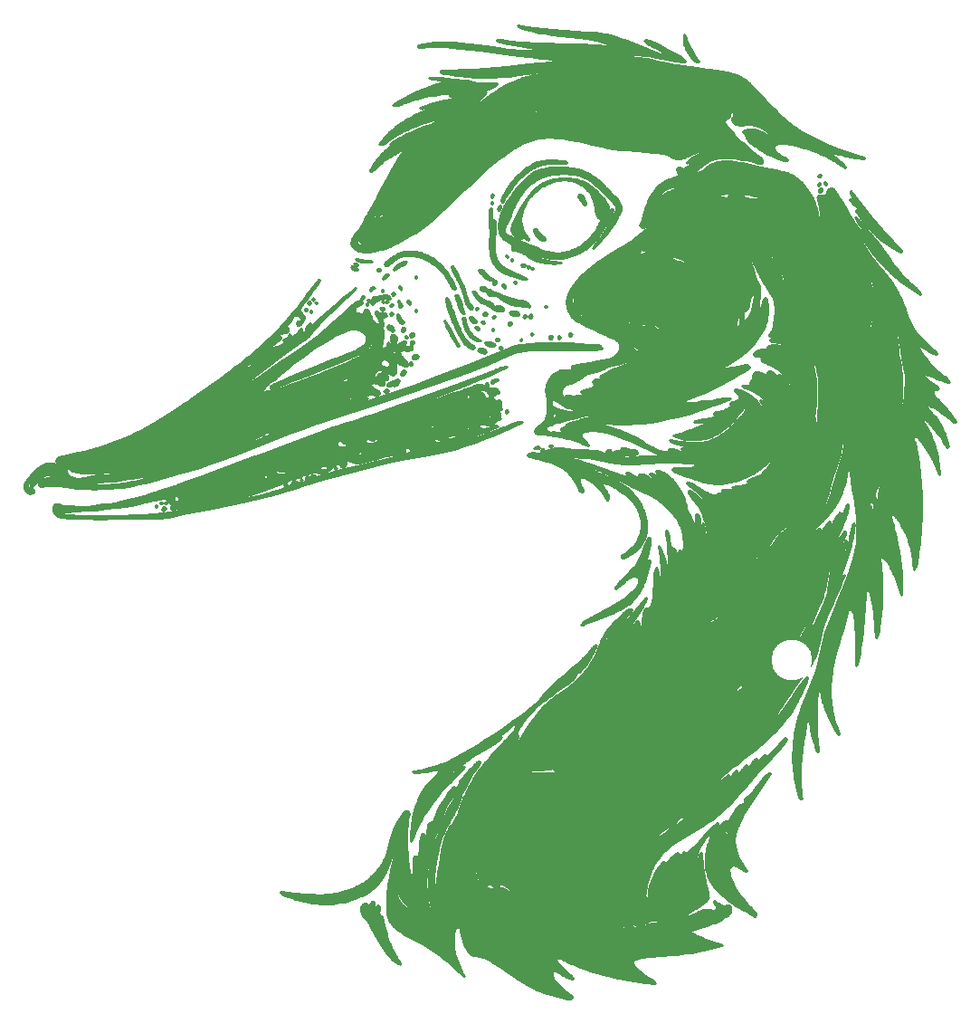
<source format=gbr>
%TF.GenerationSoftware,KiCad,Pcbnew,7.0.7*%
%TF.CreationDate,2023-10-01T20:22:27+02:00*%
%TF.ProjectId,goose_bottom,676f6f73-655f-4626-9f74-746f6d2e6b69,v1.0.0*%
%TF.SameCoordinates,Original*%
%TF.FileFunction,Legend,Top*%
%TF.FilePolarity,Positive*%
%FSLAX46Y46*%
G04 Gerber Fmt 4.6, Leading zero omitted, Abs format (unit mm)*
G04 Created by KiCad (PCBNEW 7.0.7) date 2023-10-01 20:22:27*
%MOMM*%
%LPD*%
G01*
G04 APERTURE LIST*
%ADD10C,0.221347*%
%ADD11C,3.800000*%
G04 APERTURE END LIST*
D10*
X260783373Y-114931401D02*
X260840191Y-115098827D01*
X260902925Y-115263691D01*
X260971051Y-115426196D01*
X261044050Y-115586545D01*
X261121398Y-115744940D01*
X261202574Y-115901584D01*
X261287056Y-116056680D01*
X261463851Y-116363037D01*
X261647607Y-116665633D01*
X262019308Y-117266026D01*
X261999158Y-117270378D01*
X261979244Y-117273440D01*
X261959567Y-117275258D01*
X261940127Y-117275880D01*
X261920926Y-117275351D01*
X261901966Y-117273719D01*
X261883248Y-117271029D01*
X261864772Y-117267330D01*
X261846541Y-117262668D01*
X261828555Y-117257089D01*
X261810816Y-117250639D01*
X261793326Y-117243367D01*
X261776085Y-117235318D01*
X261759094Y-117226539D01*
X261742356Y-117217077D01*
X261725871Y-117206979D01*
X261693666Y-117185059D01*
X261662491Y-117161154D01*
X261632355Y-117135638D01*
X261603268Y-117108883D01*
X261575242Y-117081263D01*
X261548287Y-117053153D01*
X261497629Y-116996953D01*
X261393624Y-116885667D01*
X261294550Y-116768599D01*
X261200957Y-116646176D01*
X261113394Y-116518825D01*
X261032410Y-116386970D01*
X260958555Y-116251038D01*
X260892379Y-116111455D01*
X260834431Y-115968648D01*
X260785260Y-115823041D01*
X260745416Y-115675062D01*
X260715449Y-115525135D01*
X260695907Y-115373688D01*
X260687341Y-115221146D01*
X260690300Y-115067935D01*
X260705334Y-114914481D01*
X260732992Y-114761210D01*
X260783373Y-114931401D01*
G36*
X260783373Y-114931401D02*
G01*
X260840191Y-115098827D01*
X260902925Y-115263691D01*
X260971051Y-115426196D01*
X261044050Y-115586545D01*
X261121398Y-115744940D01*
X261202574Y-115901584D01*
X261287056Y-116056680D01*
X261463851Y-116363037D01*
X261647607Y-116665633D01*
X262019308Y-117266026D01*
X261999158Y-117270378D01*
X261979244Y-117273440D01*
X261959567Y-117275258D01*
X261940127Y-117275880D01*
X261920926Y-117275351D01*
X261901966Y-117273719D01*
X261883248Y-117271029D01*
X261864772Y-117267330D01*
X261846541Y-117262668D01*
X261828555Y-117257089D01*
X261810816Y-117250639D01*
X261793326Y-117243367D01*
X261776085Y-117235318D01*
X261759094Y-117226539D01*
X261742356Y-117217077D01*
X261725871Y-117206979D01*
X261693666Y-117185059D01*
X261662491Y-117161154D01*
X261632355Y-117135638D01*
X261603268Y-117108883D01*
X261575242Y-117081263D01*
X261548287Y-117053153D01*
X261497629Y-116996953D01*
X261393624Y-116885667D01*
X261294550Y-116768599D01*
X261200957Y-116646176D01*
X261113394Y-116518825D01*
X261032410Y-116386970D01*
X260958555Y-116251038D01*
X260892379Y-116111455D01*
X260834431Y-115968648D01*
X260785260Y-115823041D01*
X260745416Y-115675062D01*
X260715449Y-115525135D01*
X260695907Y-115373688D01*
X260687341Y-115221146D01*
X260690300Y-115067935D01*
X260705334Y-114914481D01*
X260732992Y-114761210D01*
X260783373Y-114931401D01*
G37*
X273391003Y-127859990D02*
X273403672Y-127863433D01*
X273416267Y-127869823D01*
X273428672Y-127879384D01*
X273440772Y-127892339D01*
X273452453Y-127908913D01*
X273463598Y-127929330D01*
X273474092Y-127953812D01*
X273464731Y-127970115D01*
X273455506Y-127986639D01*
X273446143Y-128003138D01*
X273441325Y-128011302D01*
X273436371Y-128019367D01*
X273431247Y-128027304D01*
X273425918Y-128035081D01*
X273420351Y-128042668D01*
X273414511Y-128050034D01*
X273408366Y-128057149D01*
X273401879Y-128063981D01*
X273395019Y-128070501D01*
X273387750Y-128076678D01*
X273364768Y-128079222D01*
X273344596Y-128079115D01*
X273327120Y-128076581D01*
X273312224Y-128071844D01*
X273299792Y-128065128D01*
X273289709Y-128056656D01*
X273281860Y-128046653D01*
X273276129Y-128035343D01*
X273272401Y-128022949D01*
X273270561Y-128009695D01*
X273270493Y-127995806D01*
X273272081Y-127981505D01*
X273275211Y-127967016D01*
X273279767Y-127952563D01*
X273285634Y-127938369D01*
X273292696Y-127924660D01*
X273300838Y-127911658D01*
X273309945Y-127899588D01*
X273319900Y-127888673D01*
X273330590Y-127879138D01*
X273341897Y-127871206D01*
X273353708Y-127865101D01*
X273365906Y-127861048D01*
X273378376Y-127859269D01*
X273391003Y-127859990D01*
G36*
X273391003Y-127859990D02*
G01*
X273403672Y-127863433D01*
X273416267Y-127869823D01*
X273428672Y-127879384D01*
X273440772Y-127892339D01*
X273452453Y-127908913D01*
X273463598Y-127929330D01*
X273474092Y-127953812D01*
X273464731Y-127970115D01*
X273455506Y-127986639D01*
X273446143Y-128003138D01*
X273441325Y-128011302D01*
X273436371Y-128019367D01*
X273431247Y-128027304D01*
X273425918Y-128035081D01*
X273420351Y-128042668D01*
X273414511Y-128050034D01*
X273408366Y-128057149D01*
X273401879Y-128063981D01*
X273395019Y-128070501D01*
X273387750Y-128076678D01*
X273364768Y-128079222D01*
X273344596Y-128079115D01*
X273327120Y-128076581D01*
X273312224Y-128071844D01*
X273299792Y-128065128D01*
X273289709Y-128056656D01*
X273281860Y-128046653D01*
X273276129Y-128035343D01*
X273272401Y-128022949D01*
X273270561Y-128009695D01*
X273270493Y-127995806D01*
X273272081Y-127981505D01*
X273275211Y-127967016D01*
X273279767Y-127952563D01*
X273285634Y-127938369D01*
X273292696Y-127924660D01*
X273300838Y-127911658D01*
X273309945Y-127899588D01*
X273319900Y-127888673D01*
X273330590Y-127879138D01*
X273341897Y-127871206D01*
X273353708Y-127865101D01*
X273365906Y-127861048D01*
X273378376Y-127859269D01*
X273391003Y-127859990D01*
G37*
X273845111Y-128588555D02*
X273852503Y-128589786D01*
X273860360Y-128591635D01*
X273877120Y-128597105D01*
X273894686Y-128604792D01*
X273912352Y-128614527D01*
X273921003Y-128620108D01*
X273929413Y-128626138D01*
X273937495Y-128632594D01*
X273945162Y-128639454D01*
X273952324Y-128646699D01*
X273958894Y-128654306D01*
X273964783Y-128662254D01*
X273969903Y-128670521D01*
X273980781Y-128688122D01*
X273990008Y-128704095D01*
X273997657Y-128718490D01*
X274003801Y-128731356D01*
X274008513Y-128742741D01*
X274011867Y-128752696D01*
X274013935Y-128761269D01*
X274014792Y-128768510D01*
X274014511Y-128774467D01*
X274013164Y-128779190D01*
X274010824Y-128782728D01*
X274007566Y-128785130D01*
X274003462Y-128786446D01*
X273998586Y-128786725D01*
X273993011Y-128786015D01*
X273986809Y-128784366D01*
X273980055Y-128781827D01*
X273972821Y-128778448D01*
X273965181Y-128774277D01*
X273957208Y-128769364D01*
X273940556Y-128757508D01*
X273923451Y-128743272D01*
X273906478Y-128727051D01*
X273890224Y-128709239D01*
X273882549Y-128699858D01*
X273875274Y-128690227D01*
X273868471Y-128680395D01*
X273862214Y-128670411D01*
X273850152Y-128658840D01*
X273839967Y-128648230D01*
X273831571Y-128638559D01*
X273824877Y-128629805D01*
X273819795Y-128621948D01*
X273816237Y-128614965D01*
X273814117Y-128608836D01*
X273813344Y-128603538D01*
X273813831Y-128599052D01*
X273815490Y-128595355D01*
X273818233Y-128592426D01*
X273821971Y-128590244D01*
X273826616Y-128588787D01*
X273832079Y-128588034D01*
X273838274Y-128587964D01*
X273845111Y-128588555D01*
G36*
X273845111Y-128588555D02*
G01*
X273852503Y-128589786D01*
X273860360Y-128591635D01*
X273877120Y-128597105D01*
X273894686Y-128604792D01*
X273912352Y-128614527D01*
X273921003Y-128620108D01*
X273929413Y-128626138D01*
X273937495Y-128632594D01*
X273945162Y-128639454D01*
X273952324Y-128646699D01*
X273958894Y-128654306D01*
X273964783Y-128662254D01*
X273969903Y-128670521D01*
X273980781Y-128688122D01*
X273990008Y-128704095D01*
X273997657Y-128718490D01*
X274003801Y-128731356D01*
X274008513Y-128742741D01*
X274011867Y-128752696D01*
X274013935Y-128761269D01*
X274014792Y-128768510D01*
X274014511Y-128774467D01*
X274013164Y-128779190D01*
X274010824Y-128782728D01*
X274007566Y-128785130D01*
X274003462Y-128786446D01*
X273998586Y-128786725D01*
X273993011Y-128786015D01*
X273986809Y-128784366D01*
X273980055Y-128781827D01*
X273972821Y-128778448D01*
X273965181Y-128774277D01*
X273957208Y-128769364D01*
X273940556Y-128757508D01*
X273923451Y-128743272D01*
X273906478Y-128727051D01*
X273890224Y-128709239D01*
X273882549Y-128699858D01*
X273875274Y-128690227D01*
X273868471Y-128680395D01*
X273862214Y-128670411D01*
X273850152Y-128658840D01*
X273839967Y-128648230D01*
X273831571Y-128638559D01*
X273824877Y-128629805D01*
X273819795Y-128621948D01*
X273816237Y-128614965D01*
X273814117Y-128608836D01*
X273813344Y-128603538D01*
X273813831Y-128599052D01*
X273815490Y-128595355D01*
X273818233Y-128592426D01*
X273821971Y-128590244D01*
X273826616Y-128588787D01*
X273832079Y-128588034D01*
X273838274Y-128587964D01*
X273845111Y-128588555D01*
G37*
X273352938Y-128669660D02*
X273364917Y-128672885D01*
X273376157Y-128678312D01*
X273386475Y-128686090D01*
X273395687Y-128696366D01*
X273403610Y-128709288D01*
X273410061Y-128725005D01*
X273414857Y-128743664D01*
X273417814Y-128765414D01*
X273418748Y-128790402D01*
X273389769Y-128811896D01*
X273375097Y-128822581D01*
X273367660Y-128827772D01*
X273360134Y-128832809D01*
X273352505Y-128837654D01*
X273344755Y-128842268D01*
X273336870Y-128846611D01*
X273328833Y-128850646D01*
X273320629Y-128854332D01*
X273312242Y-128857632D01*
X273303655Y-128860505D01*
X273294855Y-128862914D01*
X273273260Y-128856335D01*
X273255140Y-128848554D01*
X273240313Y-128839720D01*
X273228594Y-128829979D01*
X273219802Y-128819481D01*
X273213752Y-128808373D01*
X273210261Y-128796804D01*
X273209147Y-128784920D01*
X273210225Y-128772871D01*
X273213312Y-128760804D01*
X273218226Y-128748867D01*
X273224783Y-128737209D01*
X273232799Y-128725977D01*
X273242092Y-128715319D01*
X273252479Y-128705383D01*
X273263775Y-128696317D01*
X273275798Y-128688270D01*
X273288365Y-128681389D01*
X273301292Y-128675823D01*
X273314396Y-128671719D01*
X273327494Y-128669225D01*
X273340402Y-128668489D01*
X273352938Y-128669660D01*
G36*
X273352938Y-128669660D02*
G01*
X273364917Y-128672885D01*
X273376157Y-128678312D01*
X273386475Y-128686090D01*
X273395687Y-128696366D01*
X273403610Y-128709288D01*
X273410061Y-128725005D01*
X273414857Y-128743664D01*
X273417814Y-128765414D01*
X273418748Y-128790402D01*
X273389769Y-128811896D01*
X273375097Y-128822581D01*
X273367660Y-128827772D01*
X273360134Y-128832809D01*
X273352505Y-128837654D01*
X273344755Y-128842268D01*
X273336870Y-128846611D01*
X273328833Y-128850646D01*
X273320629Y-128854332D01*
X273312242Y-128857632D01*
X273303655Y-128860505D01*
X273294855Y-128862914D01*
X273273260Y-128856335D01*
X273255140Y-128848554D01*
X273240313Y-128839720D01*
X273228594Y-128829979D01*
X273219802Y-128819481D01*
X273213752Y-128808373D01*
X273210261Y-128796804D01*
X273209147Y-128784920D01*
X273210225Y-128772871D01*
X273213312Y-128760804D01*
X273218226Y-128748867D01*
X273224783Y-128737209D01*
X273232799Y-128725977D01*
X273242092Y-128715319D01*
X273252479Y-128705383D01*
X273263775Y-128696317D01*
X273275798Y-128688270D01*
X273288365Y-128681389D01*
X273301292Y-128675823D01*
X273314396Y-128671719D01*
X273327494Y-128669225D01*
X273340402Y-128668489D01*
X273352938Y-128669660D01*
G37*
X273521358Y-129139222D02*
X273531236Y-129142419D01*
X273540345Y-129147195D01*
X273548665Y-129153430D01*
X273556174Y-129161007D01*
X273562853Y-129169805D01*
X273568681Y-129179708D01*
X273573637Y-129190597D01*
X273577703Y-129202352D01*
X273580856Y-129214855D01*
X273583078Y-129227988D01*
X273584347Y-129241632D01*
X273584643Y-129255669D01*
X273583946Y-129269979D01*
X273582236Y-129284444D01*
X273579491Y-129298946D01*
X273575693Y-129313367D01*
X273570820Y-129327586D01*
X273564852Y-129341487D01*
X273557768Y-129354950D01*
X273549550Y-129367856D01*
X273540175Y-129380088D01*
X273529624Y-129391526D01*
X273517877Y-129402052D01*
X273489654Y-129417172D01*
X273463465Y-129429716D01*
X273439264Y-129439804D01*
X273417007Y-129447557D01*
X273396649Y-129453093D01*
X273378146Y-129456531D01*
X273361452Y-129457991D01*
X273346523Y-129457593D01*
X273333314Y-129455457D01*
X273321780Y-129451700D01*
X273311876Y-129446443D01*
X273303558Y-129439806D01*
X273296781Y-129431907D01*
X273291500Y-129422867D01*
X273287670Y-129412804D01*
X273285246Y-129401838D01*
X273284184Y-129390089D01*
X273284439Y-129377675D01*
X273285966Y-129364717D01*
X273288720Y-129351334D01*
X273292656Y-129337645D01*
X273297730Y-129323769D01*
X273303897Y-129309827D01*
X273311112Y-129295937D01*
X273319330Y-129282219D01*
X273328507Y-129268793D01*
X273338597Y-129255777D01*
X273349556Y-129243291D01*
X273361339Y-129231456D01*
X273373902Y-129220389D01*
X273387199Y-129210211D01*
X273401185Y-129201041D01*
X273417073Y-129184696D01*
X273432374Y-129170997D01*
X273447069Y-129159826D01*
X273461137Y-129151062D01*
X273474557Y-129144589D01*
X273487310Y-129140287D01*
X273499374Y-129138037D01*
X273510731Y-129137722D01*
X273521358Y-129139222D01*
G36*
X273521358Y-129139222D02*
G01*
X273531236Y-129142419D01*
X273540345Y-129147195D01*
X273548665Y-129153430D01*
X273556174Y-129161007D01*
X273562853Y-129169805D01*
X273568681Y-129179708D01*
X273573637Y-129190597D01*
X273577703Y-129202352D01*
X273580856Y-129214855D01*
X273583078Y-129227988D01*
X273584347Y-129241632D01*
X273584643Y-129255669D01*
X273583946Y-129269979D01*
X273582236Y-129284444D01*
X273579491Y-129298946D01*
X273575693Y-129313367D01*
X273570820Y-129327586D01*
X273564852Y-129341487D01*
X273557768Y-129354950D01*
X273549550Y-129367856D01*
X273540175Y-129380088D01*
X273529624Y-129391526D01*
X273517877Y-129402052D01*
X273489654Y-129417172D01*
X273463465Y-129429716D01*
X273439264Y-129439804D01*
X273417007Y-129447557D01*
X273396649Y-129453093D01*
X273378146Y-129456531D01*
X273361452Y-129457991D01*
X273346523Y-129457593D01*
X273333314Y-129455457D01*
X273321780Y-129451700D01*
X273311876Y-129446443D01*
X273303558Y-129439806D01*
X273296781Y-129431907D01*
X273291500Y-129422867D01*
X273287670Y-129412804D01*
X273285246Y-129401838D01*
X273284184Y-129390089D01*
X273284439Y-129377675D01*
X273285966Y-129364717D01*
X273288720Y-129351334D01*
X273292656Y-129337645D01*
X273297730Y-129323769D01*
X273303897Y-129309827D01*
X273311112Y-129295937D01*
X273319330Y-129282219D01*
X273328507Y-129268793D01*
X273338597Y-129255777D01*
X273349556Y-129243291D01*
X273361339Y-129231456D01*
X273373902Y-129220389D01*
X273387199Y-129210211D01*
X273401185Y-129201041D01*
X273417073Y-129184696D01*
X273432374Y-129170997D01*
X273447069Y-129159826D01*
X273461137Y-129151062D01*
X273474557Y-129144589D01*
X273487310Y-129140287D01*
X273499374Y-129138037D01*
X273510731Y-129137722D01*
X273521358Y-129139222D01*
G37*
X242776531Y-129679975D02*
X242781150Y-129682098D01*
X242785352Y-129685498D01*
X242789121Y-129690086D01*
X242792446Y-129695774D01*
X242795312Y-129702474D01*
X242797706Y-129710098D01*
X242799614Y-129718557D01*
X242801921Y-129737628D01*
X242802125Y-129758980D01*
X242800119Y-129781909D01*
X242795794Y-129805708D01*
X242789043Y-129829671D01*
X242784725Y-129841493D01*
X242779760Y-129853091D01*
X242774134Y-129864378D01*
X242767835Y-129875264D01*
X242767831Y-129875264D01*
X242743593Y-129917817D01*
X242734035Y-129938815D01*
X242725030Y-129956759D01*
X242716576Y-129971787D01*
X242708670Y-129984039D01*
X242701311Y-129993654D01*
X242694497Y-130000773D01*
X242688226Y-130005533D01*
X242682495Y-130008075D01*
X242677303Y-130008538D01*
X242672647Y-130007062D01*
X242668527Y-130003785D01*
X242664939Y-129998848D01*
X242661881Y-129992390D01*
X242659353Y-129984550D01*
X242655874Y-129965283D01*
X242654485Y-129942163D01*
X242655171Y-129916304D01*
X242657916Y-129888822D01*
X242662704Y-129860833D01*
X242669518Y-129833453D01*
X242678342Y-129807796D01*
X242683503Y-129795962D01*
X242689161Y-129784978D01*
X242695314Y-129774983D01*
X242701959Y-129766116D01*
X242710292Y-129748371D01*
X242718354Y-129732874D01*
X242726132Y-129719537D01*
X242733614Y-129708270D01*
X242740784Y-129698986D01*
X242747631Y-129691596D01*
X242754140Y-129686013D01*
X242760297Y-129682147D01*
X242766091Y-129679911D01*
X242771507Y-129679216D01*
X242776531Y-129679975D01*
G36*
X242776531Y-129679975D02*
G01*
X242781150Y-129682098D01*
X242785352Y-129685498D01*
X242789121Y-129690086D01*
X242792446Y-129695774D01*
X242795312Y-129702474D01*
X242797706Y-129710098D01*
X242799614Y-129718557D01*
X242801921Y-129737628D01*
X242802125Y-129758980D01*
X242800119Y-129781909D01*
X242795794Y-129805708D01*
X242789043Y-129829671D01*
X242784725Y-129841493D01*
X242779760Y-129853091D01*
X242774134Y-129864378D01*
X242767835Y-129875264D01*
X242767831Y-129875264D01*
X242743593Y-129917817D01*
X242734035Y-129938815D01*
X242725030Y-129956759D01*
X242716576Y-129971787D01*
X242708670Y-129984039D01*
X242701311Y-129993654D01*
X242694497Y-130000773D01*
X242688226Y-130005533D01*
X242682495Y-130008075D01*
X242677303Y-130008538D01*
X242672647Y-130007062D01*
X242668527Y-130003785D01*
X242664939Y-129998848D01*
X242661881Y-129992390D01*
X242659353Y-129984550D01*
X242655874Y-129965283D01*
X242654485Y-129942163D01*
X242655171Y-129916304D01*
X242657916Y-129888822D01*
X242662704Y-129860833D01*
X242669518Y-129833453D01*
X242678342Y-129807796D01*
X242683503Y-129795962D01*
X242689161Y-129784978D01*
X242695314Y-129774983D01*
X242701959Y-129766116D01*
X242710292Y-129748371D01*
X242718354Y-129732874D01*
X242726132Y-129719537D01*
X242733614Y-129708270D01*
X242740784Y-129698986D01*
X242747631Y-129691596D01*
X242754140Y-129686013D01*
X242760297Y-129682147D01*
X242766091Y-129679911D01*
X242771507Y-129679216D01*
X242776531Y-129679975D01*
G37*
X248561871Y-126535453D02*
X248805912Y-126549863D01*
X249049239Y-126572243D01*
X249291501Y-126602423D01*
X249303229Y-126606778D01*
X249316082Y-126610665D01*
X249344769Y-126617213D01*
X249376766Y-126622427D01*
X249411279Y-126626668D01*
X249558586Y-126641102D01*
X249593749Y-126645880D01*
X249626657Y-126651846D01*
X249656514Y-126659361D01*
X249670050Y-126663812D01*
X249682526Y-126668785D01*
X249693840Y-126674325D01*
X249703896Y-126680477D01*
X249712592Y-126687287D01*
X249719829Y-126694800D01*
X249725509Y-126703059D01*
X249729531Y-126712111D01*
X249731796Y-126722001D01*
X249732206Y-126732773D01*
X249651430Y-126753985D01*
X249570112Y-126770984D01*
X249488311Y-126784166D01*
X249406086Y-126793927D01*
X249323494Y-126800662D01*
X249240596Y-126804766D01*
X249157451Y-126806635D01*
X249074116Y-126806664D01*
X248907114Y-126802785D01*
X248740064Y-126796291D01*
X248573434Y-126790348D01*
X248407697Y-126788117D01*
X248286268Y-126782816D01*
X248164799Y-126781947D01*
X248043431Y-126785471D01*
X247922305Y-126793350D01*
X247801561Y-126805546D01*
X247681340Y-126822019D01*
X247561784Y-126842733D01*
X247443033Y-126867648D01*
X247325227Y-126896727D01*
X247208509Y-126929930D01*
X247093018Y-126967219D01*
X246978895Y-127008557D01*
X246866282Y-127053904D01*
X246755319Y-127103222D01*
X246646147Y-127156474D01*
X246538907Y-127213620D01*
X246345019Y-127326317D01*
X246157750Y-127447707D01*
X245976849Y-127577243D01*
X245802066Y-127714380D01*
X245633151Y-127858574D01*
X245469854Y-128009279D01*
X245311923Y-128165950D01*
X245159110Y-128328043D01*
X245011163Y-128495011D01*
X244867833Y-128666311D01*
X244728868Y-128841398D01*
X244594019Y-129019725D01*
X244463035Y-129200748D01*
X244335666Y-129383921D01*
X244090772Y-129754542D01*
X244075152Y-129771633D01*
X244060188Y-129789213D01*
X244045841Y-129807249D01*
X244032076Y-129825706D01*
X244018854Y-129844550D01*
X244006138Y-129863747D01*
X243993892Y-129883263D01*
X243982079Y-129903064D01*
X243959601Y-129943386D01*
X243938406Y-129984441D01*
X243918200Y-130025956D01*
X243898683Y-130067660D01*
X243892545Y-130075965D01*
X243886301Y-130085939D01*
X243873488Y-130110245D01*
X243860225Y-130139279D01*
X243846489Y-130171742D01*
X243817525Y-130241758D01*
X243802256Y-130276713D01*
X243786435Y-130309899D01*
X243770042Y-130340019D01*
X243761625Y-130353523D01*
X243753058Y-130365773D01*
X243744337Y-130376607D01*
X243735462Y-130385862D01*
X243726428Y-130393376D01*
X243717233Y-130398986D01*
X243707876Y-130402531D01*
X243698353Y-130403847D01*
X243688662Y-130402773D01*
X243678800Y-130399146D01*
X243668765Y-130392803D01*
X243658555Y-130383582D01*
X243648166Y-130371322D01*
X243637597Y-130355858D01*
X243634105Y-130334385D01*
X243631559Y-130312947D01*
X243629923Y-130291547D01*
X243629161Y-130270189D01*
X243630113Y-130227607D01*
X243634122Y-130185226D01*
X243640898Y-130143070D01*
X243650148Y-130101163D01*
X243661582Y-130059528D01*
X243674908Y-130018191D01*
X243689835Y-129977175D01*
X243706071Y-129936504D01*
X243741304Y-129856293D01*
X243814660Y-129701073D01*
X243906767Y-129546359D01*
X244000473Y-129392367D01*
X244096328Y-129239607D01*
X244194881Y-129088589D01*
X244296681Y-128939822D01*
X244402278Y-128793815D01*
X244512220Y-128651079D01*
X244568993Y-128581097D01*
X244627057Y-128512124D01*
X244907961Y-128199141D01*
X245053982Y-128046025D01*
X245203861Y-127896064D01*
X245357707Y-127749932D01*
X245515632Y-127608308D01*
X245677744Y-127471868D01*
X245844152Y-127341289D01*
X246014967Y-127217248D01*
X246190298Y-127100422D01*
X246370255Y-126991487D01*
X246554946Y-126891122D01*
X246744482Y-126800001D01*
X246938973Y-126718804D01*
X247138527Y-126648206D01*
X247343255Y-126588884D01*
X247585597Y-126560902D01*
X247828980Y-126541737D01*
X248073054Y-126531221D01*
X248317469Y-126529183D01*
X248561871Y-126535453D01*
G36*
X248561871Y-126535453D02*
G01*
X248805912Y-126549863D01*
X249049239Y-126572243D01*
X249291501Y-126602423D01*
X249303229Y-126606778D01*
X249316082Y-126610665D01*
X249344769Y-126617213D01*
X249376766Y-126622427D01*
X249411279Y-126626668D01*
X249558586Y-126641102D01*
X249593749Y-126645880D01*
X249626657Y-126651846D01*
X249656514Y-126659361D01*
X249670050Y-126663812D01*
X249682526Y-126668785D01*
X249693840Y-126674325D01*
X249703896Y-126680477D01*
X249712592Y-126687287D01*
X249719829Y-126694800D01*
X249725509Y-126703059D01*
X249729531Y-126712111D01*
X249731796Y-126722001D01*
X249732206Y-126732773D01*
X249651430Y-126753985D01*
X249570112Y-126770984D01*
X249488311Y-126784166D01*
X249406086Y-126793927D01*
X249323494Y-126800662D01*
X249240596Y-126804766D01*
X249157451Y-126806635D01*
X249074116Y-126806664D01*
X248907114Y-126802785D01*
X248740064Y-126796291D01*
X248573434Y-126790348D01*
X248407697Y-126788117D01*
X248286268Y-126782816D01*
X248164799Y-126781947D01*
X248043431Y-126785471D01*
X247922305Y-126793350D01*
X247801561Y-126805546D01*
X247681340Y-126822019D01*
X247561784Y-126842733D01*
X247443033Y-126867648D01*
X247325227Y-126896727D01*
X247208509Y-126929930D01*
X247093018Y-126967219D01*
X246978895Y-127008557D01*
X246866282Y-127053904D01*
X246755319Y-127103222D01*
X246646147Y-127156474D01*
X246538907Y-127213620D01*
X246345019Y-127326317D01*
X246157750Y-127447707D01*
X245976849Y-127577243D01*
X245802066Y-127714380D01*
X245633151Y-127858574D01*
X245469854Y-128009279D01*
X245311923Y-128165950D01*
X245159110Y-128328043D01*
X245011163Y-128495011D01*
X244867833Y-128666311D01*
X244728868Y-128841398D01*
X244594019Y-129019725D01*
X244463035Y-129200748D01*
X244335666Y-129383921D01*
X244090772Y-129754542D01*
X244075152Y-129771633D01*
X244060188Y-129789213D01*
X244045841Y-129807249D01*
X244032076Y-129825706D01*
X244018854Y-129844550D01*
X244006138Y-129863747D01*
X243993892Y-129883263D01*
X243982079Y-129903064D01*
X243959601Y-129943386D01*
X243938406Y-129984441D01*
X243918200Y-130025956D01*
X243898683Y-130067660D01*
X243892545Y-130075965D01*
X243886301Y-130085939D01*
X243873488Y-130110245D01*
X243860225Y-130139279D01*
X243846489Y-130171742D01*
X243817525Y-130241758D01*
X243802256Y-130276713D01*
X243786435Y-130309899D01*
X243770042Y-130340019D01*
X243761625Y-130353523D01*
X243753058Y-130365773D01*
X243744337Y-130376607D01*
X243735462Y-130385862D01*
X243726428Y-130393376D01*
X243717233Y-130398986D01*
X243707876Y-130402531D01*
X243698353Y-130403847D01*
X243688662Y-130402773D01*
X243678800Y-130399146D01*
X243668765Y-130392803D01*
X243658555Y-130383582D01*
X243648166Y-130371322D01*
X243637597Y-130355858D01*
X243634105Y-130334385D01*
X243631559Y-130312947D01*
X243629923Y-130291547D01*
X243629161Y-130270189D01*
X243630113Y-130227607D01*
X243634122Y-130185226D01*
X243640898Y-130143070D01*
X243650148Y-130101163D01*
X243661582Y-130059528D01*
X243674908Y-130018191D01*
X243689835Y-129977175D01*
X243706071Y-129936504D01*
X243741304Y-129856293D01*
X243814660Y-129701073D01*
X243906767Y-129546359D01*
X244000473Y-129392367D01*
X244096328Y-129239607D01*
X244194881Y-129088589D01*
X244296681Y-128939822D01*
X244402278Y-128793815D01*
X244512220Y-128651079D01*
X244568993Y-128581097D01*
X244627057Y-128512124D01*
X244907961Y-128199141D01*
X245053982Y-128046025D01*
X245203861Y-127896064D01*
X245357707Y-127749932D01*
X245515632Y-127608308D01*
X245677744Y-127471868D01*
X245844152Y-127341289D01*
X246014967Y-127217248D01*
X246190298Y-127100422D01*
X246370255Y-126991487D01*
X246554946Y-126891122D01*
X246744482Y-126800001D01*
X246938973Y-126718804D01*
X247138527Y-126648206D01*
X247343255Y-126588884D01*
X247585597Y-126560902D01*
X247828980Y-126541737D01*
X248073054Y-126531221D01*
X248317469Y-126529183D01*
X248561871Y-126535453D01*
G37*
X242682295Y-130381554D02*
X242690486Y-130383627D01*
X242699154Y-130387087D01*
X242708273Y-130392012D01*
X242717819Y-130398478D01*
X242727767Y-130406564D01*
X242738092Y-130416346D01*
X242748769Y-130427902D01*
X242759775Y-130441309D01*
X242762889Y-130447246D01*
X242765732Y-130453678D01*
X242768296Y-130460538D01*
X242770577Y-130467760D01*
X242772566Y-130475277D01*
X242774259Y-130483023D01*
X242775648Y-130490931D01*
X242776727Y-130498935D01*
X242777489Y-130506969D01*
X242777929Y-130514966D01*
X242778040Y-130522858D01*
X242777815Y-130530581D01*
X242777248Y-130538067D01*
X242776333Y-130545250D01*
X242775064Y-130552064D01*
X242773433Y-130558441D01*
X242771435Y-130564316D01*
X242769063Y-130569621D01*
X242766311Y-130574291D01*
X242763172Y-130578259D01*
X242759640Y-130581458D01*
X242755709Y-130583823D01*
X242751371Y-130585285D01*
X242746622Y-130585780D01*
X242741454Y-130585239D01*
X242735861Y-130583598D01*
X242729837Y-130580789D01*
X242723375Y-130576746D01*
X242716469Y-130571403D01*
X242709112Y-130564692D01*
X242701298Y-130556548D01*
X242693021Y-130546904D01*
X242682348Y-130538884D01*
X242672746Y-130530394D01*
X242664189Y-130521514D01*
X242656655Y-130512319D01*
X242650116Y-130502887D01*
X242644550Y-130493296D01*
X242639931Y-130483623D01*
X242636234Y-130473945D01*
X242633434Y-130464340D01*
X242631507Y-130454885D01*
X242630428Y-130445657D01*
X242630173Y-130436733D01*
X242630716Y-130428191D01*
X242632032Y-130420109D01*
X242634097Y-130412563D01*
X242636886Y-130405631D01*
X242640375Y-130399390D01*
X242644538Y-130393918D01*
X242649351Y-130389292D01*
X242654789Y-130385588D01*
X242660827Y-130382886D01*
X242667441Y-130381261D01*
X242674605Y-130380791D01*
X242682295Y-130381554D01*
G36*
X242682295Y-130381554D02*
G01*
X242690486Y-130383627D01*
X242699154Y-130387087D01*
X242708273Y-130392012D01*
X242717819Y-130398478D01*
X242727767Y-130406564D01*
X242738092Y-130416346D01*
X242748769Y-130427902D01*
X242759775Y-130441309D01*
X242762889Y-130447246D01*
X242765732Y-130453678D01*
X242768296Y-130460538D01*
X242770577Y-130467760D01*
X242772566Y-130475277D01*
X242774259Y-130483023D01*
X242775648Y-130490931D01*
X242776727Y-130498935D01*
X242777489Y-130506969D01*
X242777929Y-130514966D01*
X242778040Y-130522858D01*
X242777815Y-130530581D01*
X242777248Y-130538067D01*
X242776333Y-130545250D01*
X242775064Y-130552064D01*
X242773433Y-130558441D01*
X242771435Y-130564316D01*
X242769063Y-130569621D01*
X242766311Y-130574291D01*
X242763172Y-130578259D01*
X242759640Y-130581458D01*
X242755709Y-130583823D01*
X242751371Y-130585285D01*
X242746622Y-130585780D01*
X242741454Y-130585239D01*
X242735861Y-130583598D01*
X242729837Y-130580789D01*
X242723375Y-130576746D01*
X242716469Y-130571403D01*
X242709112Y-130564692D01*
X242701298Y-130556548D01*
X242693021Y-130546904D01*
X242682348Y-130538884D01*
X242672746Y-130530394D01*
X242664189Y-130521514D01*
X242656655Y-130512319D01*
X242650116Y-130502887D01*
X242644550Y-130493296D01*
X242639931Y-130483623D01*
X242636234Y-130473945D01*
X242633434Y-130464340D01*
X242631507Y-130454885D01*
X242630428Y-130445657D01*
X242630173Y-130436733D01*
X242630716Y-130428191D01*
X242632032Y-130420109D01*
X242634097Y-130412563D01*
X242636886Y-130405631D01*
X242640375Y-130399390D01*
X242644538Y-130393918D01*
X242649351Y-130389292D01*
X242654789Y-130385588D01*
X242660827Y-130382886D01*
X242667441Y-130381261D01*
X242674605Y-130380791D01*
X242682295Y-130381554D01*
G37*
X243524114Y-130805243D02*
X243516324Y-130829318D01*
X243509242Y-130853691D01*
X243502684Y-130878284D01*
X243478060Y-130977334D01*
X243471395Y-131001884D01*
X243464162Y-131026196D01*
X243456179Y-131050195D01*
X243447265Y-131073803D01*
X243437236Y-131096945D01*
X243425911Y-131119543D01*
X243413108Y-131141522D01*
X243398645Y-131162806D01*
X243377894Y-131165052D01*
X243359567Y-131164739D01*
X243343580Y-131162033D01*
X243329853Y-131157098D01*
X243318305Y-131150097D01*
X243308854Y-131141197D01*
X243301419Y-131130561D01*
X243295918Y-131118353D01*
X243292271Y-131104739D01*
X243290395Y-131089882D01*
X243290210Y-131073946D01*
X243291634Y-131057098D01*
X243294586Y-131039500D01*
X243298984Y-131021318D01*
X243304748Y-131002715D01*
X243311796Y-130983857D01*
X243320046Y-130964907D01*
X243329417Y-130946031D01*
X243339828Y-130927392D01*
X243351198Y-130909155D01*
X243363444Y-130891485D01*
X243376487Y-130874546D01*
X243390244Y-130858502D01*
X243404635Y-130843519D01*
X243419577Y-130829759D01*
X243434990Y-130817389D01*
X243450792Y-130806572D01*
X243466901Y-130797472D01*
X243483238Y-130790255D01*
X243499719Y-130785084D01*
X243516265Y-130782124D01*
X243532792Y-130781540D01*
X243524114Y-130805243D01*
G36*
X243524114Y-130805243D02*
G01*
X243516324Y-130829318D01*
X243509242Y-130853691D01*
X243502684Y-130878284D01*
X243478060Y-130977334D01*
X243471395Y-131001884D01*
X243464162Y-131026196D01*
X243456179Y-131050195D01*
X243447265Y-131073803D01*
X243437236Y-131096945D01*
X243425911Y-131119543D01*
X243413108Y-131141522D01*
X243398645Y-131162806D01*
X243377894Y-131165052D01*
X243359567Y-131164739D01*
X243343580Y-131162033D01*
X243329853Y-131157098D01*
X243318305Y-131150097D01*
X243308854Y-131141197D01*
X243301419Y-131130561D01*
X243295918Y-131118353D01*
X243292271Y-131104739D01*
X243290395Y-131089882D01*
X243290210Y-131073946D01*
X243291634Y-131057098D01*
X243294586Y-131039500D01*
X243298984Y-131021318D01*
X243304748Y-131002715D01*
X243311796Y-130983857D01*
X243320046Y-130964907D01*
X243329417Y-130946031D01*
X243339828Y-130927392D01*
X243351198Y-130909155D01*
X243363444Y-130891485D01*
X243376487Y-130874546D01*
X243390244Y-130858502D01*
X243404635Y-130843519D01*
X243419577Y-130829759D01*
X243434990Y-130817389D01*
X243450792Y-130806572D01*
X243466901Y-130797472D01*
X243483238Y-130790255D01*
X243499719Y-130785084D01*
X243516265Y-130782124D01*
X243532792Y-130781540D01*
X243524114Y-130805243D01*
G37*
X277240979Y-130564127D02*
X278176912Y-131762934D01*
X278654314Y-132354537D01*
X279141769Y-132937648D01*
X279642100Y-133509798D01*
X280158128Y-134068518D01*
X280158126Y-134068519D01*
X280158124Y-134068520D01*
X280158123Y-134068521D01*
X280158122Y-134068521D01*
X280158119Y-134068522D01*
X280158118Y-134068522D01*
X280158117Y-134068523D01*
X280158115Y-134068523D01*
X280158113Y-134068524D01*
X280222972Y-134141302D01*
X280289319Y-134212671D01*
X280356843Y-134282925D01*
X280425234Y-134352354D01*
X280701265Y-134627671D01*
X280709115Y-134640456D01*
X280718381Y-134653388D01*
X280728929Y-134666458D01*
X280740625Y-134679658D01*
X280766927Y-134706414D01*
X280796216Y-134733587D01*
X280859470Y-134788910D01*
X280891293Y-134816924D01*
X280921819Y-134845082D01*
X280949977Y-134873316D01*
X280962834Y-134887439D01*
X280974697Y-134901557D01*
X280985433Y-134915658D01*
X280994907Y-134929737D01*
X281002986Y-134943782D01*
X281009536Y-134957788D01*
X281014424Y-134971743D01*
X281017514Y-134985641D01*
X281018674Y-134999473D01*
X281017770Y-135013229D01*
X281014667Y-135026902D01*
X281009232Y-135040483D01*
X281001332Y-135053964D01*
X280990831Y-135067336D01*
X280936508Y-135047655D01*
X280882865Y-135026459D01*
X280829874Y-135003831D01*
X280777513Y-134979856D01*
X280725756Y-134954618D01*
X280674579Y-134928202D01*
X280623956Y-134900692D01*
X280573862Y-134872173D01*
X280475167Y-134812442D01*
X280378293Y-134749686D01*
X280283042Y-134684579D01*
X280189218Y-134617796D01*
X279934284Y-134470349D01*
X279685088Y-134313905D01*
X279441768Y-134148772D01*
X279204465Y-133975254D01*
X278973319Y-133793657D01*
X278748470Y-133604288D01*
X278530058Y-133407451D01*
X278318224Y-133203453D01*
X278113108Y-132992600D01*
X277914848Y-132775197D01*
X277723587Y-132551550D01*
X277539463Y-132321965D01*
X277362616Y-132086748D01*
X277193188Y-131846204D01*
X277031318Y-131600639D01*
X276877145Y-131350359D01*
X276859583Y-131338412D01*
X276844650Y-131326719D01*
X276832209Y-131315261D01*
X276822125Y-131304017D01*
X276814262Y-131292971D01*
X276808483Y-131282102D01*
X276804651Y-131271391D01*
X276802632Y-131260819D01*
X276802288Y-131250367D01*
X276803484Y-131240017D01*
X276806083Y-131229748D01*
X276809949Y-131219543D01*
X276814946Y-131209381D01*
X276820938Y-131199245D01*
X276827789Y-131189114D01*
X276835362Y-131178969D01*
X276852130Y-131158564D01*
X276870154Y-131137876D01*
X276888344Y-131116754D01*
X276905610Y-131095044D01*
X276913556Y-131083921D01*
X276920863Y-131072594D01*
X276927394Y-131061044D01*
X276933014Y-131049251D01*
X276937585Y-131037198D01*
X276940973Y-131024863D01*
X276943040Y-131012230D01*
X276943651Y-130999278D01*
X276929281Y-130971370D01*
X276913810Y-130944368D01*
X276897307Y-130918213D01*
X276879840Y-130892850D01*
X276861476Y-130868221D01*
X276842284Y-130844269D01*
X276801691Y-130798168D01*
X276758604Y-130754092D01*
X276713572Y-130711586D01*
X276667138Y-130670193D01*
X276619850Y-130629459D01*
X276524892Y-130548140D01*
X276478315Y-130506645D01*
X276433067Y-130463984D01*
X276389694Y-130419704D01*
X276348742Y-130373347D01*
X276329345Y-130349247D01*
X276310757Y-130324458D01*
X276293048Y-130298922D01*
X276276285Y-130272582D01*
X276259604Y-130251995D01*
X276246395Y-130234109D01*
X276236471Y-130218748D01*
X276229640Y-130205735D01*
X276225715Y-130194891D01*
X276224506Y-130186042D01*
X276225824Y-130179008D01*
X276229481Y-130173614D01*
X276235287Y-130169683D01*
X276243053Y-130167037D01*
X276252589Y-130165499D01*
X276263708Y-130164893D01*
X276289936Y-130165768D01*
X276320223Y-130168245D01*
X276353058Y-130170909D01*
X276386927Y-130172343D01*
X276420318Y-130171132D01*
X276436362Y-130169092D01*
X276451719Y-130165860D01*
X276466201Y-130161258D01*
X276479618Y-130155110D01*
X276491782Y-130147239D01*
X276502502Y-130137468D01*
X276511591Y-130125620D01*
X276518860Y-130111518D01*
X276524118Y-130094984D01*
X276527177Y-130075842D01*
X276523880Y-130052716D01*
X276518489Y-130029701D01*
X276511192Y-130006790D01*
X276502177Y-129983979D01*
X276491629Y-129961262D01*
X276479737Y-129938631D01*
X276452667Y-129893606D01*
X276328011Y-129715780D01*
X276300236Y-129671649D01*
X276287886Y-129649600D01*
X276276811Y-129627553D01*
X276267196Y-129605503D01*
X276259230Y-129583442D01*
X276253100Y-129561366D01*
X276248992Y-129539269D01*
X276247095Y-129517143D01*
X276247593Y-129494984D01*
X276250676Y-129472785D01*
X276256530Y-129450540D01*
X276265341Y-129428243D01*
X276277298Y-129405888D01*
X276292587Y-129383469D01*
X276311395Y-129360979D01*
X277240979Y-130564127D01*
G36*
X277240979Y-130564127D02*
G01*
X278176912Y-131762934D01*
X278654314Y-132354537D01*
X279141769Y-132937648D01*
X279642100Y-133509798D01*
X280158128Y-134068518D01*
X280158126Y-134068519D01*
X280158124Y-134068520D01*
X280158123Y-134068521D01*
X280158122Y-134068521D01*
X280158119Y-134068522D01*
X280158118Y-134068522D01*
X280158117Y-134068523D01*
X280158115Y-134068523D01*
X280158113Y-134068524D01*
X280222972Y-134141302D01*
X280289319Y-134212671D01*
X280356843Y-134282925D01*
X280425234Y-134352354D01*
X280701265Y-134627671D01*
X280709115Y-134640456D01*
X280718381Y-134653388D01*
X280728929Y-134666458D01*
X280740625Y-134679658D01*
X280766927Y-134706414D01*
X280796216Y-134733587D01*
X280859470Y-134788910D01*
X280891293Y-134816924D01*
X280921819Y-134845082D01*
X280949977Y-134873316D01*
X280962834Y-134887439D01*
X280974697Y-134901557D01*
X280985433Y-134915658D01*
X280994907Y-134929737D01*
X281002986Y-134943782D01*
X281009536Y-134957788D01*
X281014424Y-134971743D01*
X281017514Y-134985641D01*
X281018674Y-134999473D01*
X281017770Y-135013229D01*
X281014667Y-135026902D01*
X281009232Y-135040483D01*
X281001332Y-135053964D01*
X280990831Y-135067336D01*
X280936508Y-135047655D01*
X280882865Y-135026459D01*
X280829874Y-135003831D01*
X280777513Y-134979856D01*
X280725756Y-134954618D01*
X280674579Y-134928202D01*
X280623956Y-134900692D01*
X280573862Y-134872173D01*
X280475167Y-134812442D01*
X280378293Y-134749686D01*
X280283042Y-134684579D01*
X280189218Y-134617796D01*
X279934284Y-134470349D01*
X279685088Y-134313905D01*
X279441768Y-134148772D01*
X279204465Y-133975254D01*
X278973319Y-133793657D01*
X278748470Y-133604288D01*
X278530058Y-133407451D01*
X278318224Y-133203453D01*
X278113108Y-132992600D01*
X277914848Y-132775197D01*
X277723587Y-132551550D01*
X277539463Y-132321965D01*
X277362616Y-132086748D01*
X277193188Y-131846204D01*
X277031318Y-131600639D01*
X276877145Y-131350359D01*
X276859583Y-131338412D01*
X276844650Y-131326719D01*
X276832209Y-131315261D01*
X276822125Y-131304017D01*
X276814262Y-131292971D01*
X276808483Y-131282102D01*
X276804651Y-131271391D01*
X276802632Y-131260819D01*
X276802288Y-131250367D01*
X276803484Y-131240017D01*
X276806083Y-131229748D01*
X276809949Y-131219543D01*
X276814946Y-131209381D01*
X276820938Y-131199245D01*
X276827789Y-131189114D01*
X276835362Y-131178969D01*
X276852130Y-131158564D01*
X276870154Y-131137876D01*
X276888344Y-131116754D01*
X276905610Y-131095044D01*
X276913556Y-131083921D01*
X276920863Y-131072594D01*
X276927394Y-131061044D01*
X276933014Y-131049251D01*
X276937585Y-131037198D01*
X276940973Y-131024863D01*
X276943040Y-131012230D01*
X276943651Y-130999278D01*
X276929281Y-130971370D01*
X276913810Y-130944368D01*
X276897307Y-130918213D01*
X276879840Y-130892850D01*
X276861476Y-130868221D01*
X276842284Y-130844269D01*
X276801691Y-130798168D01*
X276758604Y-130754092D01*
X276713572Y-130711586D01*
X276667138Y-130670193D01*
X276619850Y-130629459D01*
X276524892Y-130548140D01*
X276478315Y-130506645D01*
X276433067Y-130463984D01*
X276389694Y-130419704D01*
X276348742Y-130373347D01*
X276329345Y-130349247D01*
X276310757Y-130324458D01*
X276293048Y-130298922D01*
X276276285Y-130272582D01*
X276259604Y-130251995D01*
X276246395Y-130234109D01*
X276236471Y-130218748D01*
X276229640Y-130205735D01*
X276225715Y-130194891D01*
X276224506Y-130186042D01*
X276225824Y-130179008D01*
X276229481Y-130173614D01*
X276235287Y-130169683D01*
X276243053Y-130167037D01*
X276252589Y-130165499D01*
X276263708Y-130164893D01*
X276289936Y-130165768D01*
X276320223Y-130168245D01*
X276353058Y-130170909D01*
X276386927Y-130172343D01*
X276420318Y-130171132D01*
X276436362Y-130169092D01*
X276451719Y-130165860D01*
X276466201Y-130161258D01*
X276479618Y-130155110D01*
X276491782Y-130147239D01*
X276502502Y-130137468D01*
X276511591Y-130125620D01*
X276518860Y-130111518D01*
X276524118Y-130094984D01*
X276527177Y-130075842D01*
X276523880Y-130052716D01*
X276518489Y-130029701D01*
X276511192Y-130006790D01*
X276502177Y-129983979D01*
X276491629Y-129961262D01*
X276479737Y-129938631D01*
X276452667Y-129893606D01*
X276328011Y-129715780D01*
X276300236Y-129671649D01*
X276287886Y-129649600D01*
X276276811Y-129627553D01*
X276267196Y-129605503D01*
X276259230Y-129583442D01*
X276253100Y-129561366D01*
X276248992Y-129539269D01*
X276247095Y-129517143D01*
X276247593Y-129494984D01*
X276250676Y-129472785D01*
X276256530Y-129450540D01*
X276265341Y-129428243D01*
X276277298Y-129405888D01*
X276292587Y-129383469D01*
X276311395Y-129360979D01*
X277240979Y-130564127D01*
G37*
X244018113Y-135381500D02*
X244024924Y-135382382D01*
X244032501Y-135384057D01*
X244049559Y-135389620D01*
X244068507Y-135397854D01*
X244088566Y-135408425D01*
X244108956Y-135421000D01*
X244128896Y-135435243D01*
X244147608Y-135450822D01*
X244156259Y-135459007D01*
X244164310Y-135467402D01*
X244171664Y-135475962D01*
X244178224Y-135484648D01*
X244193700Y-135510264D01*
X244205520Y-135528821D01*
X244215317Y-135545313D01*
X244223189Y-135559819D01*
X244229235Y-135572419D01*
X244233554Y-135583194D01*
X244236245Y-135592223D01*
X244237406Y-135599586D01*
X244237135Y-135605362D01*
X244235531Y-135609632D01*
X244232694Y-135612476D01*
X244228721Y-135613973D01*
X244223711Y-135614204D01*
X244217763Y-135613248D01*
X244210975Y-135611185D01*
X244203447Y-135608094D01*
X244195276Y-135604057D01*
X244177402Y-135593460D01*
X244158143Y-135580032D01*
X244138286Y-135564413D01*
X244118622Y-135547242D01*
X244099940Y-135529157D01*
X244083028Y-135510798D01*
X244068676Y-135492803D01*
X244062706Y-135484142D01*
X244057672Y-135475811D01*
X244043537Y-135461205D01*
X244031532Y-135447977D01*
X244021560Y-135436085D01*
X244013522Y-135425487D01*
X244007321Y-135416141D01*
X244002861Y-135408006D01*
X244000043Y-135401040D01*
X243998769Y-135395201D01*
X243998943Y-135390448D01*
X244000467Y-135386738D01*
X244003244Y-135384030D01*
X244007175Y-135382282D01*
X244012164Y-135381453D01*
X244018113Y-135381500D01*
G36*
X244018113Y-135381500D02*
G01*
X244024924Y-135382382D01*
X244032501Y-135384057D01*
X244049559Y-135389620D01*
X244068507Y-135397854D01*
X244088566Y-135408425D01*
X244108956Y-135421000D01*
X244128896Y-135435243D01*
X244147608Y-135450822D01*
X244156259Y-135459007D01*
X244164310Y-135467402D01*
X244171664Y-135475962D01*
X244178224Y-135484648D01*
X244193700Y-135510264D01*
X244205520Y-135528821D01*
X244215317Y-135545313D01*
X244223189Y-135559819D01*
X244229235Y-135572419D01*
X244233554Y-135583194D01*
X244236245Y-135592223D01*
X244237406Y-135599586D01*
X244237135Y-135605362D01*
X244235531Y-135609632D01*
X244232694Y-135612476D01*
X244228721Y-135613973D01*
X244223711Y-135614204D01*
X244217763Y-135613248D01*
X244210975Y-135611185D01*
X244203447Y-135608094D01*
X244195276Y-135604057D01*
X244177402Y-135593460D01*
X244158143Y-135580032D01*
X244138286Y-135564413D01*
X244118622Y-135547242D01*
X244099940Y-135529157D01*
X244083028Y-135510798D01*
X244068676Y-135492803D01*
X244062706Y-135484142D01*
X244057672Y-135475811D01*
X244043537Y-135461205D01*
X244031532Y-135447977D01*
X244021560Y-135436085D01*
X244013522Y-135425487D01*
X244007321Y-135416141D01*
X244002861Y-135408006D01*
X244000043Y-135401040D01*
X243998769Y-135395201D01*
X243998943Y-135390448D01*
X244000467Y-135386738D01*
X244003244Y-135384030D01*
X244007175Y-135382282D01*
X244012164Y-135381453D01*
X244018113Y-135381500D01*
G37*
X244582659Y-135726965D02*
X244592059Y-135730565D01*
X244601370Y-135736688D01*
X244610502Y-135745520D01*
X244619367Y-135757246D01*
X244627874Y-135772051D01*
X244635935Y-135790120D01*
X244643461Y-135811638D01*
X244640014Y-135818421D01*
X244636714Y-135825324D01*
X244630370Y-135839358D01*
X244624057Y-135853468D01*
X244620796Y-135860466D01*
X244617405Y-135867381D01*
X244613836Y-135874177D01*
X244610044Y-135880822D01*
X244605981Y-135887281D01*
X244601603Y-135893519D01*
X244596861Y-135899504D01*
X244591711Y-135905199D01*
X244588969Y-135907928D01*
X244586106Y-135910572D01*
X244583118Y-135913127D01*
X244579999Y-135915589D01*
X244562594Y-135916271D01*
X244547332Y-135914848D01*
X244534126Y-135911505D01*
X244522885Y-135906427D01*
X244513520Y-135899800D01*
X244505942Y-135891808D01*
X244500062Y-135882637D01*
X244495789Y-135872472D01*
X244493036Y-135861498D01*
X244491713Y-135849900D01*
X244491729Y-135837864D01*
X244492997Y-135825573D01*
X244495426Y-135813215D01*
X244498927Y-135800973D01*
X244503411Y-135789033D01*
X244508789Y-135777580D01*
X244514971Y-135766799D01*
X244521868Y-135756875D01*
X244529390Y-135747994D01*
X244537449Y-135740340D01*
X244545954Y-135734099D01*
X244554817Y-135729456D01*
X244563949Y-135726596D01*
X244573259Y-135725704D01*
X244582659Y-135726965D01*
G36*
X244582659Y-135726965D02*
G01*
X244592059Y-135730565D01*
X244601370Y-135736688D01*
X244610502Y-135745520D01*
X244619367Y-135757246D01*
X244627874Y-135772051D01*
X244635935Y-135790120D01*
X244643461Y-135811638D01*
X244640014Y-135818421D01*
X244636714Y-135825324D01*
X244630370Y-135839358D01*
X244624057Y-135853468D01*
X244620796Y-135860466D01*
X244617405Y-135867381D01*
X244613836Y-135874177D01*
X244610044Y-135880822D01*
X244605981Y-135887281D01*
X244601603Y-135893519D01*
X244596861Y-135899504D01*
X244591711Y-135905199D01*
X244588969Y-135907928D01*
X244586106Y-135910572D01*
X244583118Y-135913127D01*
X244579999Y-135915589D01*
X244562594Y-135916271D01*
X244547332Y-135914848D01*
X244534126Y-135911505D01*
X244522885Y-135906427D01*
X244513520Y-135899800D01*
X244505942Y-135891808D01*
X244500062Y-135882637D01*
X244495789Y-135872472D01*
X244493036Y-135861498D01*
X244491713Y-135849900D01*
X244491729Y-135837864D01*
X244492997Y-135825573D01*
X244495426Y-135813215D01*
X244498927Y-135800973D01*
X244503411Y-135789033D01*
X244508789Y-135777580D01*
X244514971Y-135766799D01*
X244521868Y-135756875D01*
X244529390Y-135747994D01*
X244537449Y-135740340D01*
X244545954Y-135734099D01*
X244554817Y-135729456D01*
X244563949Y-135726596D01*
X244573259Y-135725704D01*
X244582659Y-135726965D01*
G37*
X230052260Y-135771358D02*
X230113367Y-135779317D01*
X230234965Y-135799315D01*
X230356009Y-135822953D01*
X230476820Y-135848069D01*
X230597716Y-135872501D01*
X230719016Y-135894087D01*
X230779918Y-135903137D01*
X230841041Y-135910665D01*
X230902424Y-135916400D01*
X230964109Y-135920073D01*
X230964109Y-135920069D01*
X230995615Y-135923705D01*
X231027362Y-135926506D01*
X231091376Y-135930389D01*
X231220103Y-135936841D01*
X231252143Y-135939335D01*
X231284026Y-135942579D01*
X231315704Y-135946771D01*
X231347128Y-135952107D01*
X231378247Y-135958788D01*
X231409013Y-135967010D01*
X231439375Y-135976972D01*
X231469285Y-135988873D01*
X231415529Y-135995257D01*
X231361698Y-136000478D01*
X231253851Y-136007663D01*
X231145829Y-136010887D01*
X231037717Y-136010611D01*
X230929599Y-136007293D01*
X230821558Y-136001394D01*
X230713679Y-135993373D01*
X230606046Y-135983689D01*
X230440284Y-135963301D01*
X230397517Y-135957284D01*
X230354781Y-135950321D01*
X230312357Y-135942123D01*
X230270526Y-135932402D01*
X230229568Y-135920868D01*
X230189764Y-135907233D01*
X230151394Y-135891208D01*
X230132835Y-135882209D01*
X230114741Y-135872504D01*
X230097145Y-135862057D01*
X230080083Y-135850832D01*
X230063591Y-135838793D01*
X230047702Y-135825903D01*
X230032454Y-135812127D01*
X230017880Y-135797429D01*
X230004015Y-135781772D01*
X229990896Y-135765120D01*
X230052260Y-135771358D01*
G36*
X230052260Y-135771358D02*
G01*
X230113367Y-135779317D01*
X230234965Y-135799315D01*
X230356009Y-135822953D01*
X230476820Y-135848069D01*
X230597716Y-135872501D01*
X230719016Y-135894087D01*
X230779918Y-135903137D01*
X230841041Y-135910665D01*
X230902424Y-135916400D01*
X230964109Y-135920073D01*
X230964109Y-135920069D01*
X230995615Y-135923705D01*
X231027362Y-135926506D01*
X231091376Y-135930389D01*
X231220103Y-135936841D01*
X231252143Y-135939335D01*
X231284026Y-135942579D01*
X231315704Y-135946771D01*
X231347128Y-135952107D01*
X231378247Y-135958788D01*
X231409013Y-135967010D01*
X231439375Y-135976972D01*
X231469285Y-135988873D01*
X231415529Y-135995257D01*
X231361698Y-136000478D01*
X231253851Y-136007663D01*
X231145829Y-136010887D01*
X231037717Y-136010611D01*
X230929599Y-136007293D01*
X230821558Y-136001394D01*
X230713679Y-135993373D01*
X230606046Y-135983689D01*
X230440284Y-135963301D01*
X230397517Y-135957284D01*
X230354781Y-135950321D01*
X230312357Y-135942123D01*
X230270526Y-135932402D01*
X230229568Y-135920868D01*
X230189764Y-135907233D01*
X230151394Y-135891208D01*
X230132835Y-135882209D01*
X230114741Y-135872504D01*
X230097145Y-135862057D01*
X230080083Y-135850832D01*
X230063591Y-135838793D01*
X230047702Y-135825903D01*
X230032454Y-135812127D01*
X230017880Y-135797429D01*
X230004015Y-135781772D01*
X229990896Y-135765120D01*
X230052260Y-135771358D01*
G37*
X249345592Y-127197739D02*
X249704058Y-127221383D01*
X250061375Y-127255190D01*
X250416780Y-127296502D01*
X250624578Y-127339832D01*
X250828738Y-127393982D01*
X251029205Y-127458414D01*
X251225923Y-127532592D01*
X251418838Y-127615979D01*
X251607894Y-127708037D01*
X251793035Y-127808231D01*
X251974208Y-127916021D01*
X252151356Y-128030873D01*
X252324423Y-128152248D01*
X252493356Y-128279610D01*
X252658099Y-128412421D01*
X252818596Y-128550146D01*
X252974792Y-128692246D01*
X253126632Y-128838185D01*
X253274061Y-128987425D01*
X253326738Y-129050950D01*
X253380567Y-129113392D01*
X253435456Y-129174837D01*
X253491309Y-129235372D01*
X253605534Y-129354058D01*
X253722492Y-129470142D01*
X253841430Y-129584316D01*
X253961597Y-129697271D01*
X254202611Y-129922295D01*
X254267623Y-129983064D01*
X254331167Y-130047118D01*
X254392690Y-130114284D01*
X254451642Y-130184389D01*
X254507469Y-130257261D01*
X254559619Y-130332727D01*
X254607541Y-130410615D01*
X254650683Y-130490752D01*
X254688492Y-130572966D01*
X254720416Y-130657084D01*
X254745903Y-130742933D01*
X254764401Y-130830341D01*
X254770857Y-130874575D01*
X254775358Y-130919135D01*
X254777836Y-130963998D01*
X254778222Y-131009142D01*
X254776447Y-131054547D01*
X254772441Y-131100191D01*
X254766136Y-131146052D01*
X254757463Y-131192109D01*
X254664970Y-131407529D01*
X254565786Y-131619503D01*
X254460217Y-131828086D01*
X254348573Y-132033333D01*
X254231162Y-132235299D01*
X254108293Y-132434040D01*
X253980274Y-132629610D01*
X253847413Y-132822066D01*
X253710020Y-133011463D01*
X253568401Y-133197856D01*
X253422866Y-133381300D01*
X253273724Y-133561851D01*
X253121282Y-133739563D01*
X252965849Y-133914493D01*
X252647245Y-134256226D01*
X252585466Y-134318124D01*
X252524273Y-134381149D01*
X252402027Y-134507893D01*
X252340162Y-134570268D01*
X252277262Y-134631083D01*
X252245298Y-134660695D01*
X252212922Y-134689665D01*
X252180086Y-134717909D01*
X252146737Y-134745343D01*
X252209549Y-134645966D01*
X252275439Y-134547767D01*
X252343744Y-134450534D01*
X252413803Y-134354051D01*
X252698324Y-133971358D01*
X252791935Y-133847509D01*
X252882698Y-133721720D01*
X252971217Y-133594403D01*
X253058093Y-133465971D01*
X253401231Y-132949345D01*
X253414054Y-132937469D01*
X253425859Y-132924225D01*
X253436640Y-132909763D01*
X253446394Y-132894235D01*
X253455117Y-132877792D01*
X253462803Y-132860585D01*
X253469449Y-132842766D01*
X253475052Y-132824485D01*
X253479605Y-132805894D01*
X253483106Y-132787144D01*
X253485549Y-132768386D01*
X253486932Y-132749771D01*
X253487248Y-132731451D01*
X253486495Y-132713577D01*
X253484668Y-132696299D01*
X253481763Y-132679770D01*
X253477775Y-132664140D01*
X253472700Y-132649561D01*
X253466534Y-132636183D01*
X253459273Y-132624159D01*
X253450912Y-132613638D01*
X253441448Y-132604773D01*
X253430875Y-132597715D01*
X253419191Y-132592614D01*
X253406389Y-132589622D01*
X253392467Y-132588890D01*
X253377420Y-132590569D01*
X253361244Y-132594812D01*
X253343934Y-132601767D01*
X253325487Y-132611588D01*
X253305897Y-132624425D01*
X253285161Y-132640429D01*
X253205814Y-132789387D01*
X253122544Y-132936402D01*
X253035382Y-133081307D01*
X252944358Y-133223936D01*
X252849501Y-133364122D01*
X252750842Y-133501699D01*
X252648411Y-133636500D01*
X252542237Y-133768359D01*
X252432350Y-133897108D01*
X252318780Y-134022582D01*
X252201558Y-134144614D01*
X252080713Y-134263037D01*
X251956275Y-134377685D01*
X251828275Y-134488391D01*
X251696741Y-134594989D01*
X251561704Y-134697312D01*
X251449859Y-134779195D01*
X251335646Y-134857349D01*
X251219184Y-134931821D01*
X251100595Y-135002659D01*
X250980000Y-135069910D01*
X250857520Y-135133621D01*
X250733275Y-135193841D01*
X250607386Y-135250615D01*
X250479974Y-135303993D01*
X250351161Y-135354021D01*
X250221066Y-135400747D01*
X250089811Y-135444218D01*
X249957516Y-135484481D01*
X249824303Y-135521585D01*
X249690292Y-135555576D01*
X249555604Y-135586503D01*
X249372884Y-135626215D01*
X249189739Y-135654743D01*
X249006264Y-135672934D01*
X248822552Y-135681634D01*
X248638697Y-135681691D01*
X248454792Y-135673952D01*
X248270932Y-135659265D01*
X248087209Y-135638477D01*
X247903718Y-135612434D01*
X247720552Y-135581985D01*
X247355569Y-135511256D01*
X246633623Y-135354195D01*
X246612782Y-135346597D01*
X246594314Y-135340538D01*
X246578127Y-135335944D01*
X246564130Y-135332737D01*
X246552230Y-135330842D01*
X246542336Y-135330183D01*
X246534356Y-135330683D01*
X246528199Y-135332267D01*
X246523773Y-135334858D01*
X246520986Y-135338380D01*
X246519747Y-135342758D01*
X246519964Y-135347914D01*
X246521546Y-135353774D01*
X246524400Y-135360260D01*
X246528435Y-135367298D01*
X246533559Y-135374809D01*
X246546709Y-135390953D01*
X246563117Y-135408082D01*
X246582049Y-135425588D01*
X246602772Y-135442862D01*
X246624552Y-135459296D01*
X246646657Y-135474279D01*
X246668352Y-135487205D01*
X246688905Y-135497464D01*
X246804315Y-135557629D01*
X246921569Y-135613747D01*
X247040537Y-135665925D01*
X247161085Y-135714269D01*
X247283083Y-135758886D01*
X247406399Y-135799882D01*
X247530900Y-135837363D01*
X247656457Y-135871436D01*
X247782936Y-135902207D01*
X247910206Y-135929783D01*
X248038136Y-135954270D01*
X248166594Y-135975774D01*
X248295447Y-135994402D01*
X248424566Y-136010261D01*
X248683069Y-136034094D01*
X248683057Y-136034090D01*
X248739294Y-136040548D01*
X248795627Y-136046071D01*
X248908422Y-136055705D01*
X249102056Y-136073381D01*
X249128297Y-136076541D01*
X249151228Y-136079955D01*
X249169722Y-136083636D01*
X249182649Y-136087597D01*
X249186672Y-136089687D01*
X249188880Y-136091851D01*
X249189133Y-136094092D01*
X249187288Y-136096411D01*
X249183205Y-136098810D01*
X249176744Y-136101289D01*
X249156118Y-136106499D01*
X248782570Y-136125415D01*
X248594236Y-136129358D01*
X248405395Y-136128889D01*
X248216448Y-136123456D01*
X248027793Y-136112509D01*
X247839831Y-136095497D01*
X247652963Y-136071866D01*
X247467587Y-136041068D01*
X247284105Y-136002549D01*
X247102915Y-135955759D01*
X246924418Y-135900147D01*
X246749015Y-135835161D01*
X246577105Y-135760250D01*
X246409087Y-135674862D01*
X246245363Y-135578446D01*
X246172735Y-135504557D01*
X246096427Y-135435102D01*
X246016684Y-135370030D01*
X245933756Y-135309294D01*
X245847889Y-135252842D01*
X245759331Y-135200627D01*
X245668329Y-135152599D01*
X245575130Y-135108708D01*
X245479983Y-135068906D01*
X245383135Y-135033144D01*
X245284832Y-135001371D01*
X245185323Y-134973540D01*
X245084855Y-134949600D01*
X244983676Y-134929502D01*
X244882032Y-134913198D01*
X244780172Y-134900637D01*
X244750227Y-134905128D01*
X244723656Y-134907717D01*
X244700290Y-134908482D01*
X244679961Y-134907501D01*
X244662501Y-134904851D01*
X244647740Y-134900612D01*
X244635511Y-134894860D01*
X244625646Y-134887674D01*
X244617975Y-134879131D01*
X244612330Y-134869309D01*
X244608544Y-134858286D01*
X244606446Y-134846140D01*
X244605870Y-134832948D01*
X244606647Y-134818790D01*
X244611583Y-134787882D01*
X244651745Y-134641127D01*
X244660153Y-134601772D01*
X244663185Y-134582123D01*
X244665212Y-134562596D01*
X244666064Y-134543270D01*
X244665575Y-134524223D01*
X244663574Y-134505532D01*
X244659894Y-134487275D01*
X244645261Y-134458888D01*
X244629481Y-134431602D01*
X244612609Y-134405368D01*
X244594699Y-134380137D01*
X244575804Y-134355859D01*
X244555977Y-134332484D01*
X244513747Y-134288250D01*
X244468439Y-134247039D01*
X244420481Y-134208459D01*
X244370306Y-134172113D01*
X244318343Y-134137608D01*
X244265022Y-134104550D01*
X244210773Y-134072544D01*
X244101214Y-134010111D01*
X243993107Y-133947153D01*
X243940674Y-133914492D01*
X243889894Y-133880517D01*
X243843406Y-133852212D01*
X243799474Y-133821081D01*
X243758060Y-133787301D01*
X243719122Y-133751052D01*
X243682622Y-133712512D01*
X243648520Y-133671860D01*
X243616776Y-133629276D01*
X243587350Y-133584937D01*
X243560202Y-133539023D01*
X243535293Y-133491712D01*
X243512583Y-133443184D01*
X243492032Y-133393616D01*
X243473600Y-133343189D01*
X243457248Y-133292081D01*
X243442936Y-133240470D01*
X243430623Y-133188536D01*
X243399419Y-133037833D01*
X243399072Y-133035275D01*
X243827458Y-133035275D01*
X243828470Y-133063025D01*
X243831049Y-133090627D01*
X243835146Y-133118039D01*
X243840711Y-133145217D01*
X243847696Y-133172120D01*
X243856052Y-133198704D01*
X243865730Y-133224927D01*
X243876680Y-133250746D01*
X243888853Y-133276119D01*
X243902202Y-133301003D01*
X243916675Y-133325355D01*
X243932225Y-133349133D01*
X243948803Y-133372294D01*
X243966359Y-133394795D01*
X243984844Y-133416594D01*
X244004209Y-133437648D01*
X244024406Y-133457914D01*
X244045385Y-133477350D01*
X244067097Y-133495914D01*
X244089493Y-133513561D01*
X244112524Y-133530251D01*
X244136142Y-133545940D01*
X244160296Y-133560585D01*
X244184938Y-133574144D01*
X244210019Y-133586575D01*
X244448835Y-133670893D01*
X244685437Y-133760818D01*
X245153421Y-133953881D01*
X246078406Y-134367572D01*
X246541067Y-134573752D01*
X247007615Y-134769859D01*
X247243231Y-134861876D01*
X247480879Y-134948667D01*
X247720914Y-135029327D01*
X247963689Y-135102953D01*
X247963682Y-135102953D01*
X248104126Y-135135419D01*
X248245786Y-135161987D01*
X248388419Y-135182679D01*
X248531786Y-135197518D01*
X248675644Y-135206527D01*
X248819752Y-135209726D01*
X248963870Y-135207140D01*
X249107755Y-135198790D01*
X249254465Y-135183555D01*
X249400080Y-135162834D01*
X249544493Y-135136743D01*
X249687599Y-135105396D01*
X249829291Y-135068911D01*
X249969463Y-135027400D01*
X250108009Y-134980982D01*
X250244822Y-134929770D01*
X250512826Y-134813428D01*
X250772624Y-134679299D01*
X251023367Y-134528306D01*
X251264204Y-134361372D01*
X251494286Y-134179423D01*
X251712762Y-133983380D01*
X251918782Y-133774167D01*
X252111496Y-133552709D01*
X252290055Y-133319929D01*
X252453607Y-133076750D01*
X252601303Y-132824096D01*
X252732293Y-132562891D01*
X252735569Y-132544783D01*
X252740099Y-132526474D01*
X252745764Y-132507984D01*
X252752445Y-132489327D01*
X252768384Y-132451586D01*
X252786967Y-132413388D01*
X252868778Y-132258749D01*
X252886359Y-132220311D01*
X252900896Y-132182234D01*
X252906727Y-132163373D01*
X252911440Y-132144654D01*
X252914918Y-132126094D01*
X252917043Y-132107709D01*
X252917695Y-132089517D01*
X252916757Y-132071534D01*
X252914109Y-132053778D01*
X252909633Y-132036266D01*
X252903210Y-132019016D01*
X252894723Y-132002042D01*
X252884052Y-131985364D01*
X252871080Y-131968998D01*
X252844529Y-131958980D01*
X252818934Y-131947726D01*
X252794280Y-131935282D01*
X252770555Y-131921697D01*
X252747744Y-131907017D01*
X252725835Y-131891290D01*
X252704814Y-131874564D01*
X252684668Y-131856884D01*
X252665383Y-131838300D01*
X252646945Y-131818858D01*
X252612561Y-131777589D01*
X252581408Y-131733456D01*
X252553378Y-131686838D01*
X252528365Y-131638113D01*
X252506261Y-131587660D01*
X252486959Y-131535857D01*
X252470353Y-131483082D01*
X252456334Y-131429715D01*
X252444797Y-131376133D01*
X252435633Y-131322716D01*
X252428735Y-131269841D01*
X252421613Y-131117460D01*
X252406932Y-130965663D01*
X252384799Y-130814797D01*
X252355326Y-130665209D01*
X252318622Y-130517248D01*
X252274795Y-130371261D01*
X252223957Y-130227595D01*
X252166215Y-130086599D01*
X252101681Y-129948621D01*
X252030463Y-129814007D01*
X251952671Y-129683105D01*
X251868414Y-129556264D01*
X251777803Y-129433831D01*
X251680946Y-129316154D01*
X251577953Y-129203580D01*
X251468934Y-129096457D01*
X251372877Y-129007461D01*
X251272603Y-128923791D01*
X251168392Y-128845476D01*
X251060517Y-128772549D01*
X250949257Y-128705041D01*
X250834888Y-128642982D01*
X250717685Y-128586405D01*
X250597927Y-128535340D01*
X250475888Y-128489818D01*
X250351846Y-128449870D01*
X250226077Y-128415529D01*
X250098858Y-128386824D01*
X249970465Y-128363788D01*
X249841174Y-128346450D01*
X249711262Y-128334844D01*
X249581006Y-128328999D01*
X249427434Y-128327918D01*
X249274450Y-128333283D01*
X249122207Y-128344964D01*
X248970856Y-128362830D01*
X248820551Y-128386749D01*
X248671443Y-128416592D01*
X248523686Y-128452226D01*
X248377431Y-128493522D01*
X248232832Y-128540347D01*
X248090040Y-128592572D01*
X247949208Y-128650064D01*
X247810488Y-128712694D01*
X247674033Y-128780329D01*
X247539995Y-128852840D01*
X247408528Y-128930095D01*
X247279782Y-129011964D01*
X247153910Y-129098314D01*
X247031066Y-129189016D01*
X246911401Y-129283938D01*
X246795068Y-129382950D01*
X246682219Y-129485920D01*
X246573007Y-129592718D01*
X246467585Y-129703212D01*
X246366103Y-129817272D01*
X246268716Y-129934766D01*
X246175575Y-130055564D01*
X246086833Y-130179535D01*
X246002642Y-130306547D01*
X245923155Y-130436470D01*
X245848524Y-130569173D01*
X245778902Y-130704525D01*
X245714441Y-130842394D01*
X245633723Y-131006844D01*
X245565313Y-131177072D01*
X245509304Y-131352078D01*
X245465788Y-131530860D01*
X245434859Y-131712416D01*
X245416610Y-131895745D01*
X245411134Y-132079845D01*
X245418524Y-132263715D01*
X245438873Y-132446353D01*
X245472274Y-132626757D01*
X245518819Y-132803926D01*
X245578603Y-132976859D01*
X245651718Y-133144554D01*
X245738256Y-133306009D01*
X245786589Y-133384084D01*
X245838312Y-133460223D01*
X245893438Y-133534301D01*
X245951978Y-133606194D01*
X245956650Y-133614632D01*
X245962766Y-133623924D01*
X245978757Y-133644769D01*
X245998812Y-133668130D01*
X246021793Y-133693407D01*
X246071974Y-133747314D01*
X246096897Y-133774745D01*
X246120189Y-133801697D01*
X246140711Y-133827569D01*
X246149577Y-133839913D01*
X246157324Y-133851763D01*
X246163809Y-133863043D01*
X246168890Y-133873679D01*
X246172424Y-133883596D01*
X246174269Y-133892719D01*
X246174283Y-133900973D01*
X246172323Y-133908283D01*
X246168246Y-133914574D01*
X246161912Y-133919772D01*
X246153176Y-133923801D01*
X246141896Y-133926586D01*
X246127932Y-133928054D01*
X246111139Y-133928128D01*
X246090477Y-133922274D01*
X246070046Y-133915162D01*
X246049836Y-133906933D01*
X246029833Y-133897725D01*
X245990405Y-133876937D01*
X245951670Y-133853917D01*
X245875905Y-133805662D01*
X245838689Y-133782667D01*
X245801793Y-133761919D01*
X245783436Y-133752738D01*
X245765124Y-133744539D01*
X245746845Y-133737462D01*
X245728588Y-133731646D01*
X245710341Y-133727233D01*
X245692093Y-133724361D01*
X245673832Y-133723171D01*
X245655546Y-133723803D01*
X245637223Y-133726397D01*
X245618852Y-133731092D01*
X245600422Y-133738029D01*
X245581920Y-133747348D01*
X245563336Y-133759188D01*
X245544656Y-133773690D01*
X245525871Y-133790994D01*
X245506967Y-133811240D01*
X245483067Y-133816231D01*
X245459340Y-133819562D01*
X245435783Y-133821307D01*
X245412396Y-133821540D01*
X245389177Y-133820337D01*
X245366124Y-133817771D01*
X245343235Y-133813918D01*
X245320510Y-133808851D01*
X245297946Y-133802644D01*
X245275542Y-133795374D01*
X245253296Y-133787113D01*
X245231208Y-133777937D01*
X245187495Y-133757136D01*
X245144391Y-133733566D01*
X245101884Y-133707824D01*
X245059960Y-133680504D01*
X244977816Y-133623518D01*
X244897859Y-133567374D01*
X244858669Y-133541107D01*
X244819990Y-133516839D01*
X244793718Y-133495833D01*
X244768973Y-133473777D01*
X244745733Y-133450721D01*
X244723974Y-133426716D01*
X244703672Y-133401812D01*
X244684804Y-133376060D01*
X244667347Y-133349511D01*
X244651277Y-133322215D01*
X244636571Y-133294224D01*
X244623206Y-133265589D01*
X244600405Y-133206585D01*
X244582686Y-133145612D01*
X244569862Y-133083074D01*
X244561748Y-133019378D01*
X244558155Y-132954930D01*
X244558897Y-132890135D01*
X244563788Y-132825400D01*
X244572640Y-132761132D01*
X244585266Y-132697735D01*
X244601480Y-132635616D01*
X244621095Y-132575180D01*
X244654303Y-132483442D01*
X244690099Y-132392861D01*
X244728196Y-132303308D01*
X244768308Y-132214655D01*
X244853439Y-132039540D01*
X244943205Y-131866490D01*
X245127503Y-131522493D01*
X245217465Y-131349496D01*
X245302923Y-131174469D01*
X245397998Y-130992948D01*
X245497639Y-130813086D01*
X245601960Y-130635335D01*
X245711080Y-130460149D01*
X245825114Y-130287978D01*
X245944179Y-130119275D01*
X246068393Y-129954493D01*
X246197870Y-129794083D01*
X246332729Y-129638497D01*
X246473085Y-129488188D01*
X246619056Y-129343607D01*
X246770758Y-129205208D01*
X246928307Y-129073441D01*
X247091821Y-128948759D01*
X247261415Y-128831615D01*
X247437208Y-128722460D01*
X247532867Y-128666195D01*
X247630376Y-128613853D01*
X247729608Y-128565335D01*
X247830435Y-128520544D01*
X247932732Y-128479382D01*
X248036371Y-128441752D01*
X248141226Y-128407557D01*
X248247170Y-128376699D01*
X248354076Y-128349080D01*
X248461819Y-128324603D01*
X248570270Y-128303170D01*
X248679304Y-128284684D01*
X248788794Y-128269047D01*
X248898612Y-128256162D01*
X249008633Y-128245931D01*
X249118730Y-128238257D01*
X249306463Y-128226181D01*
X249495559Y-128220201D01*
X249685479Y-128220671D01*
X249875687Y-128227948D01*
X250065645Y-128242388D01*
X250254817Y-128264346D01*
X250442666Y-128294178D01*
X250628654Y-128332241D01*
X250812244Y-128378890D01*
X250992900Y-128434481D01*
X251170083Y-128499371D01*
X251343258Y-128573914D01*
X251511886Y-128658467D01*
X251675431Y-128753386D01*
X251833356Y-128859026D01*
X251985124Y-128975745D01*
X252077313Y-129069857D01*
X252172014Y-129161906D01*
X252366618Y-129341766D01*
X252564271Y-129519236D01*
X252760308Y-129698227D01*
X252856261Y-129789515D01*
X252950061Y-129882650D01*
X253041124Y-129978121D01*
X253128867Y-130076417D01*
X253212707Y-130178027D01*
X253292059Y-130283439D01*
X253366342Y-130393143D01*
X253434972Y-130507628D01*
X253462155Y-130553133D01*
X253486780Y-130599599D01*
X253508988Y-130646951D01*
X253528921Y-130695113D01*
X253546724Y-130744012D01*
X253562537Y-130793572D01*
X253576503Y-130843718D01*
X253588765Y-130894375D01*
X253599464Y-130945469D01*
X253608744Y-130996925D01*
X253616747Y-131048667D01*
X253623615Y-131100622D01*
X253634516Y-131204866D01*
X253642587Y-131309060D01*
X253642225Y-131336558D01*
X253643049Y-131360991D01*
X253644984Y-131382466D01*
X253647952Y-131401092D01*
X253651877Y-131416977D01*
X253656683Y-131430230D01*
X253662292Y-131440958D01*
X253668628Y-131449271D01*
X253675614Y-131455277D01*
X253683174Y-131459083D01*
X253691230Y-131460799D01*
X253699708Y-131460532D01*
X253708529Y-131458392D01*
X253717617Y-131454486D01*
X253726895Y-131448922D01*
X253736287Y-131441810D01*
X253745716Y-131433257D01*
X253755106Y-131423371D01*
X253764379Y-131412262D01*
X253773460Y-131400037D01*
X253790736Y-131372674D01*
X253806320Y-131342149D01*
X253819601Y-131309329D01*
X253825185Y-131292329D01*
X253829963Y-131275081D01*
X253833859Y-131257692D01*
X253836795Y-131240270D01*
X253838695Y-131222925D01*
X253839483Y-131205765D01*
X253841918Y-131189396D01*
X253845019Y-131174112D01*
X253848734Y-131159913D01*
X253853011Y-131146801D01*
X253857797Y-131134776D01*
X253863040Y-131123839D01*
X253868688Y-131113989D01*
X253874689Y-131105228D01*
X253880991Y-131097556D01*
X253887541Y-131090974D01*
X253894286Y-131085481D01*
X253901176Y-131081079D01*
X253908157Y-131077769D01*
X253915178Y-131075549D01*
X253922185Y-131074422D01*
X253929128Y-131074388D01*
X253935953Y-131075446D01*
X253942608Y-131077599D01*
X253949042Y-131080845D01*
X253955201Y-131085186D01*
X253961035Y-131090623D01*
X253966490Y-131097155D01*
X253971514Y-131104783D01*
X253976055Y-131113509D01*
X253980061Y-131123331D01*
X253983479Y-131134252D01*
X253986258Y-131146270D01*
X253988345Y-131159388D01*
X253989688Y-131173605D01*
X253990234Y-131188922D01*
X253989932Y-131205339D01*
X253988729Y-131222857D01*
X253969231Y-131352780D01*
X253964195Y-131393285D01*
X253960210Y-131434630D01*
X253957834Y-131475633D01*
X253957627Y-131515109D01*
X253960145Y-131551874D01*
X253962601Y-131568870D01*
X253965948Y-131584744D01*
X253970256Y-131599348D01*
X253975594Y-131612535D01*
X253982032Y-131624155D01*
X253989640Y-131634062D01*
X253998488Y-131642106D01*
X254008645Y-131648141D01*
X254020181Y-131652018D01*
X254033167Y-131653589D01*
X254047671Y-131652706D01*
X254063764Y-131649221D01*
X254081516Y-131642985D01*
X254100995Y-131633852D01*
X254138222Y-131588718D01*
X254173571Y-131541036D01*
X254206747Y-131491059D01*
X254237452Y-131439041D01*
X254265391Y-131385234D01*
X254290268Y-131329890D01*
X254311787Y-131273264D01*
X254329650Y-131215607D01*
X254343563Y-131157174D01*
X254353228Y-131098216D01*
X254358349Y-131038986D01*
X254358631Y-130979739D01*
X254356865Y-130950187D01*
X254353777Y-130920725D01*
X254349331Y-130891386D01*
X254343491Y-130862200D01*
X254336218Y-130833198D01*
X254327476Y-130804414D01*
X254317228Y-130775878D01*
X254305436Y-130747622D01*
X254176574Y-130589506D01*
X254045372Y-130433350D01*
X253911984Y-130279063D01*
X253776560Y-130126550D01*
X253639251Y-129975718D01*
X253500209Y-129826475D01*
X253359585Y-129678728D01*
X253217531Y-129532381D01*
X252877333Y-129198713D01*
X252705433Y-129033078D01*
X252530657Y-128870622D01*
X252351751Y-128713132D01*
X252260356Y-128636808D01*
X252167458Y-128562394D01*
X252072899Y-128490114D01*
X251976522Y-128420192D01*
X251878171Y-128352851D01*
X251777688Y-128288313D01*
X251605110Y-128192510D01*
X251428459Y-128107218D01*
X251248112Y-128031993D01*
X251064447Y-127966392D01*
X250877843Y-127909968D01*
X250688677Y-127862278D01*
X250497327Y-127822877D01*
X250304171Y-127791321D01*
X250109588Y-127767166D01*
X249913955Y-127749965D01*
X249717649Y-127739276D01*
X249521050Y-127734654D01*
X249324534Y-127735653D01*
X249128481Y-127741830D01*
X248933267Y-127752740D01*
X248739271Y-127767939D01*
X248609467Y-127776566D01*
X248479838Y-127788817D01*
X248350541Y-127804754D01*
X248221735Y-127824442D01*
X248093580Y-127847943D01*
X247966234Y-127875320D01*
X247839855Y-127906637D01*
X247714603Y-127941956D01*
X247590636Y-127981341D01*
X247468112Y-128024856D01*
X247347192Y-128072562D01*
X247228033Y-128124523D01*
X247110793Y-128180803D01*
X246995633Y-128241465D01*
X246882710Y-128306571D01*
X246772184Y-128376185D01*
X246566251Y-128518142D01*
X246369107Y-128670309D01*
X246180661Y-128832095D01*
X246000822Y-129002908D01*
X245829499Y-129182156D01*
X245666599Y-129369248D01*
X245512031Y-129563593D01*
X245365705Y-129764597D01*
X245227528Y-129971671D01*
X245097410Y-130184221D01*
X244975260Y-130401658D01*
X244860984Y-130623387D01*
X244754493Y-130848819D01*
X244655696Y-131077362D01*
X244564499Y-131308423D01*
X244480813Y-131541411D01*
X244472646Y-131586657D01*
X244462799Y-131631177D01*
X244438455Y-131718211D01*
X244408560Y-131802854D01*
X244373889Y-131885446D01*
X244335222Y-131966326D01*
X244293334Y-132045836D01*
X244249003Y-132124317D01*
X244203007Y-132202108D01*
X244109128Y-132356982D01*
X244017916Y-132513185D01*
X243975252Y-132592634D01*
X243935588Y-132673437D01*
X243899699Y-132755934D01*
X243868364Y-132840464D01*
X243857035Y-132868055D01*
X243847616Y-132895798D01*
X243840058Y-132923648D01*
X243834313Y-132951563D01*
X243830330Y-132979501D01*
X243828062Y-133007419D01*
X243827458Y-133035275D01*
X243399072Y-133035275D01*
X243378941Y-132886891D01*
X243368578Y-132735890D01*
X243367718Y-132585014D01*
X243375750Y-132434442D01*
X243392065Y-132284357D01*
X243416050Y-132134939D01*
X243447094Y-131986370D01*
X243484587Y-131838832D01*
X243527918Y-131692505D01*
X243576474Y-131547572D01*
X243629647Y-131404213D01*
X243686823Y-131262610D01*
X243747393Y-131122944D01*
X243876268Y-130850150D01*
X244115529Y-130453384D01*
X244365823Y-130061877D01*
X244495683Y-129868985D01*
X244628992Y-129678475D01*
X244765980Y-129490703D01*
X244906878Y-129306024D01*
X245051915Y-129124795D01*
X245201321Y-128947370D01*
X245355328Y-128774105D01*
X245514164Y-128605357D01*
X245678061Y-128441481D01*
X245847247Y-128282833D01*
X246021955Y-128129768D01*
X246202413Y-127982642D01*
X246276617Y-127922329D01*
X246352664Y-127864611D01*
X246430470Y-127809479D01*
X246509947Y-127756927D01*
X246591010Y-127706947D01*
X246673574Y-127659534D01*
X246757551Y-127614679D01*
X246842857Y-127572376D01*
X246929404Y-127532619D01*
X247017108Y-127495399D01*
X247105882Y-127460710D01*
X247195639Y-127428545D01*
X247286295Y-127398898D01*
X247377763Y-127371760D01*
X247469957Y-127347126D01*
X247562791Y-127324988D01*
X247738780Y-127288371D01*
X247915532Y-127257950D01*
X248092953Y-127233391D01*
X248270947Y-127214363D01*
X248449419Y-127200534D01*
X248628272Y-127191572D01*
X248807411Y-127187143D01*
X248986741Y-127186916D01*
X249345592Y-127197739D01*
G36*
X249345592Y-127197739D02*
G01*
X249704058Y-127221383D01*
X250061375Y-127255190D01*
X250416780Y-127296502D01*
X250624578Y-127339832D01*
X250828738Y-127393982D01*
X251029205Y-127458414D01*
X251225923Y-127532592D01*
X251418838Y-127615979D01*
X251607894Y-127708037D01*
X251793035Y-127808231D01*
X251974208Y-127916021D01*
X252151356Y-128030873D01*
X252324423Y-128152248D01*
X252493356Y-128279610D01*
X252658099Y-128412421D01*
X252818596Y-128550146D01*
X252974792Y-128692246D01*
X253126632Y-128838185D01*
X253274061Y-128987425D01*
X253326738Y-129050950D01*
X253380567Y-129113392D01*
X253435456Y-129174837D01*
X253491309Y-129235372D01*
X253605534Y-129354058D01*
X253722492Y-129470142D01*
X253841430Y-129584316D01*
X253961597Y-129697271D01*
X254202611Y-129922295D01*
X254267623Y-129983064D01*
X254331167Y-130047118D01*
X254392690Y-130114284D01*
X254451642Y-130184389D01*
X254507469Y-130257261D01*
X254559619Y-130332727D01*
X254607541Y-130410615D01*
X254650683Y-130490752D01*
X254688492Y-130572966D01*
X254720416Y-130657084D01*
X254745903Y-130742933D01*
X254764401Y-130830341D01*
X254770857Y-130874575D01*
X254775358Y-130919135D01*
X254777836Y-130963998D01*
X254778222Y-131009142D01*
X254776447Y-131054547D01*
X254772441Y-131100191D01*
X254766136Y-131146052D01*
X254757463Y-131192109D01*
X254664970Y-131407529D01*
X254565786Y-131619503D01*
X254460217Y-131828086D01*
X254348573Y-132033333D01*
X254231162Y-132235299D01*
X254108293Y-132434040D01*
X253980274Y-132629610D01*
X253847413Y-132822066D01*
X253710020Y-133011463D01*
X253568401Y-133197856D01*
X253422866Y-133381300D01*
X253273724Y-133561851D01*
X253121282Y-133739563D01*
X252965849Y-133914493D01*
X252647245Y-134256226D01*
X252585466Y-134318124D01*
X252524273Y-134381149D01*
X252402027Y-134507893D01*
X252340162Y-134570268D01*
X252277262Y-134631083D01*
X252245298Y-134660695D01*
X252212922Y-134689665D01*
X252180086Y-134717909D01*
X252146737Y-134745343D01*
X252209549Y-134645966D01*
X252275439Y-134547767D01*
X252343744Y-134450534D01*
X252413803Y-134354051D01*
X252698324Y-133971358D01*
X252791935Y-133847509D01*
X252882698Y-133721720D01*
X252971217Y-133594403D01*
X253058093Y-133465971D01*
X253401231Y-132949345D01*
X253414054Y-132937469D01*
X253425859Y-132924225D01*
X253436640Y-132909763D01*
X253446394Y-132894235D01*
X253455117Y-132877792D01*
X253462803Y-132860585D01*
X253469449Y-132842766D01*
X253475052Y-132824485D01*
X253479605Y-132805894D01*
X253483106Y-132787144D01*
X253485549Y-132768386D01*
X253486932Y-132749771D01*
X253487248Y-132731451D01*
X253486495Y-132713577D01*
X253484668Y-132696299D01*
X253481763Y-132679770D01*
X253477775Y-132664140D01*
X253472700Y-132649561D01*
X253466534Y-132636183D01*
X253459273Y-132624159D01*
X253450912Y-132613638D01*
X253441448Y-132604773D01*
X253430875Y-132597715D01*
X253419191Y-132592614D01*
X253406389Y-132589622D01*
X253392467Y-132588890D01*
X253377420Y-132590569D01*
X253361244Y-132594812D01*
X253343934Y-132601767D01*
X253325487Y-132611588D01*
X253305897Y-132624425D01*
X253285161Y-132640429D01*
X253205814Y-132789387D01*
X253122544Y-132936402D01*
X253035382Y-133081307D01*
X252944358Y-133223936D01*
X252849501Y-133364122D01*
X252750842Y-133501699D01*
X252648411Y-133636500D01*
X252542237Y-133768359D01*
X252432350Y-133897108D01*
X252318780Y-134022582D01*
X252201558Y-134144614D01*
X252080713Y-134263037D01*
X251956275Y-134377685D01*
X251828275Y-134488391D01*
X251696741Y-134594989D01*
X251561704Y-134697312D01*
X251449859Y-134779195D01*
X251335646Y-134857349D01*
X251219184Y-134931821D01*
X251100595Y-135002659D01*
X250980000Y-135069910D01*
X250857520Y-135133621D01*
X250733275Y-135193841D01*
X250607386Y-135250615D01*
X250479974Y-135303993D01*
X250351161Y-135354021D01*
X250221066Y-135400747D01*
X250089811Y-135444218D01*
X249957516Y-135484481D01*
X249824303Y-135521585D01*
X249690292Y-135555576D01*
X249555604Y-135586503D01*
X249372884Y-135626215D01*
X249189739Y-135654743D01*
X249006264Y-135672934D01*
X248822552Y-135681634D01*
X248638697Y-135681691D01*
X248454792Y-135673952D01*
X248270932Y-135659265D01*
X248087209Y-135638477D01*
X247903718Y-135612434D01*
X247720552Y-135581985D01*
X247355569Y-135511256D01*
X246633623Y-135354195D01*
X246612782Y-135346597D01*
X246594314Y-135340538D01*
X246578127Y-135335944D01*
X246564130Y-135332737D01*
X246552230Y-135330842D01*
X246542336Y-135330183D01*
X246534356Y-135330683D01*
X246528199Y-135332267D01*
X246523773Y-135334858D01*
X246520986Y-135338380D01*
X246519747Y-135342758D01*
X246519964Y-135347914D01*
X246521546Y-135353774D01*
X246524400Y-135360260D01*
X246528435Y-135367298D01*
X246533559Y-135374809D01*
X246546709Y-135390953D01*
X246563117Y-135408082D01*
X246582049Y-135425588D01*
X246602772Y-135442862D01*
X246624552Y-135459296D01*
X246646657Y-135474279D01*
X246668352Y-135487205D01*
X246688905Y-135497464D01*
X246804315Y-135557629D01*
X246921569Y-135613747D01*
X247040537Y-135665925D01*
X247161085Y-135714269D01*
X247283083Y-135758886D01*
X247406399Y-135799882D01*
X247530900Y-135837363D01*
X247656457Y-135871436D01*
X247782936Y-135902207D01*
X247910206Y-135929783D01*
X248038136Y-135954270D01*
X248166594Y-135975774D01*
X248295447Y-135994402D01*
X248424566Y-136010261D01*
X248683069Y-136034094D01*
X248683057Y-136034090D01*
X248739294Y-136040548D01*
X248795627Y-136046071D01*
X248908422Y-136055705D01*
X249102056Y-136073381D01*
X249128297Y-136076541D01*
X249151228Y-136079955D01*
X249169722Y-136083636D01*
X249182649Y-136087597D01*
X249186672Y-136089687D01*
X249188880Y-136091851D01*
X249189133Y-136094092D01*
X249187288Y-136096411D01*
X249183205Y-136098810D01*
X249176744Y-136101289D01*
X249156118Y-136106499D01*
X248782570Y-136125415D01*
X248594236Y-136129358D01*
X248405395Y-136128889D01*
X248216448Y-136123456D01*
X248027793Y-136112509D01*
X247839831Y-136095497D01*
X247652963Y-136071866D01*
X247467587Y-136041068D01*
X247284105Y-136002549D01*
X247102915Y-135955759D01*
X246924418Y-135900147D01*
X246749015Y-135835161D01*
X246577105Y-135760250D01*
X246409087Y-135674862D01*
X246245363Y-135578446D01*
X246172735Y-135504557D01*
X246096427Y-135435102D01*
X246016684Y-135370030D01*
X245933756Y-135309294D01*
X245847889Y-135252842D01*
X245759331Y-135200627D01*
X245668329Y-135152599D01*
X245575130Y-135108708D01*
X245479983Y-135068906D01*
X245383135Y-135033144D01*
X245284832Y-135001371D01*
X245185323Y-134973540D01*
X245084855Y-134949600D01*
X244983676Y-134929502D01*
X244882032Y-134913198D01*
X244780172Y-134900637D01*
X244750227Y-134905128D01*
X244723656Y-134907717D01*
X244700290Y-134908482D01*
X244679961Y-134907501D01*
X244662501Y-134904851D01*
X244647740Y-134900612D01*
X244635511Y-134894860D01*
X244625646Y-134887674D01*
X244617975Y-134879131D01*
X244612330Y-134869309D01*
X244608544Y-134858286D01*
X244606446Y-134846140D01*
X244605870Y-134832948D01*
X244606647Y-134818790D01*
X244611583Y-134787882D01*
X244651745Y-134641127D01*
X244660153Y-134601772D01*
X244663185Y-134582123D01*
X244665212Y-134562596D01*
X244666064Y-134543270D01*
X244665575Y-134524223D01*
X244663574Y-134505532D01*
X244659894Y-134487275D01*
X244645261Y-134458888D01*
X244629481Y-134431602D01*
X244612609Y-134405368D01*
X244594699Y-134380137D01*
X244575804Y-134355859D01*
X244555977Y-134332484D01*
X244513747Y-134288250D01*
X244468439Y-134247039D01*
X244420481Y-134208459D01*
X244370306Y-134172113D01*
X244318343Y-134137608D01*
X244265022Y-134104550D01*
X244210773Y-134072544D01*
X244101214Y-134010111D01*
X243993107Y-133947153D01*
X243940674Y-133914492D01*
X243889894Y-133880517D01*
X243843406Y-133852212D01*
X243799474Y-133821081D01*
X243758060Y-133787301D01*
X243719122Y-133751052D01*
X243682622Y-133712512D01*
X243648520Y-133671860D01*
X243616776Y-133629276D01*
X243587350Y-133584937D01*
X243560202Y-133539023D01*
X243535293Y-133491712D01*
X243512583Y-133443184D01*
X243492032Y-133393616D01*
X243473600Y-133343189D01*
X243457248Y-133292081D01*
X243442936Y-133240470D01*
X243430623Y-133188536D01*
X243399419Y-133037833D01*
X243399072Y-133035275D01*
X243827458Y-133035275D01*
X243828470Y-133063025D01*
X243831049Y-133090627D01*
X243835146Y-133118039D01*
X243840711Y-133145217D01*
X243847696Y-133172120D01*
X243856052Y-133198704D01*
X243865730Y-133224927D01*
X243876680Y-133250746D01*
X243888853Y-133276119D01*
X243902202Y-133301003D01*
X243916675Y-133325355D01*
X243932225Y-133349133D01*
X243948803Y-133372294D01*
X243966359Y-133394795D01*
X243984844Y-133416594D01*
X244004209Y-133437648D01*
X244024406Y-133457914D01*
X244045385Y-133477350D01*
X244067097Y-133495914D01*
X244089493Y-133513561D01*
X244112524Y-133530251D01*
X244136142Y-133545940D01*
X244160296Y-133560585D01*
X244184938Y-133574144D01*
X244210019Y-133586575D01*
X244448835Y-133670893D01*
X244685437Y-133760818D01*
X245153421Y-133953881D01*
X246078406Y-134367572D01*
X246541067Y-134573752D01*
X247007615Y-134769859D01*
X247243231Y-134861876D01*
X247480879Y-134948667D01*
X247720914Y-135029327D01*
X247963689Y-135102953D01*
X247963682Y-135102953D01*
X248104126Y-135135419D01*
X248245786Y-135161987D01*
X248388419Y-135182679D01*
X248531786Y-135197518D01*
X248675644Y-135206527D01*
X248819752Y-135209726D01*
X248963870Y-135207140D01*
X249107755Y-135198790D01*
X249254465Y-135183555D01*
X249400080Y-135162834D01*
X249544493Y-135136743D01*
X249687599Y-135105396D01*
X249829291Y-135068911D01*
X249969463Y-135027400D01*
X250108009Y-134980982D01*
X250244822Y-134929770D01*
X250512826Y-134813428D01*
X250772624Y-134679299D01*
X251023367Y-134528306D01*
X251264204Y-134361372D01*
X251494286Y-134179423D01*
X251712762Y-133983380D01*
X251918782Y-133774167D01*
X252111496Y-133552709D01*
X252290055Y-133319929D01*
X252453607Y-133076750D01*
X252601303Y-132824096D01*
X252732293Y-132562891D01*
X252735569Y-132544783D01*
X252740099Y-132526474D01*
X252745764Y-132507984D01*
X252752445Y-132489327D01*
X252768384Y-132451586D01*
X252786967Y-132413388D01*
X252868778Y-132258749D01*
X252886359Y-132220311D01*
X252900896Y-132182234D01*
X252906727Y-132163373D01*
X252911440Y-132144654D01*
X252914918Y-132126094D01*
X252917043Y-132107709D01*
X252917695Y-132089517D01*
X252916757Y-132071534D01*
X252914109Y-132053778D01*
X252909633Y-132036266D01*
X252903210Y-132019016D01*
X252894723Y-132002042D01*
X252884052Y-131985364D01*
X252871080Y-131968998D01*
X252844529Y-131958980D01*
X252818934Y-131947726D01*
X252794280Y-131935282D01*
X252770555Y-131921697D01*
X252747744Y-131907017D01*
X252725835Y-131891290D01*
X252704814Y-131874564D01*
X252684668Y-131856884D01*
X252665383Y-131838300D01*
X252646945Y-131818858D01*
X252612561Y-131777589D01*
X252581408Y-131733456D01*
X252553378Y-131686838D01*
X252528365Y-131638113D01*
X252506261Y-131587660D01*
X252486959Y-131535857D01*
X252470353Y-131483082D01*
X252456334Y-131429715D01*
X252444797Y-131376133D01*
X252435633Y-131322716D01*
X252428735Y-131269841D01*
X252421613Y-131117460D01*
X252406932Y-130965663D01*
X252384799Y-130814797D01*
X252355326Y-130665209D01*
X252318622Y-130517248D01*
X252274795Y-130371261D01*
X252223957Y-130227595D01*
X252166215Y-130086599D01*
X252101681Y-129948621D01*
X252030463Y-129814007D01*
X251952671Y-129683105D01*
X251868414Y-129556264D01*
X251777803Y-129433831D01*
X251680946Y-129316154D01*
X251577953Y-129203580D01*
X251468934Y-129096457D01*
X251372877Y-129007461D01*
X251272603Y-128923791D01*
X251168392Y-128845476D01*
X251060517Y-128772549D01*
X250949257Y-128705041D01*
X250834888Y-128642982D01*
X250717685Y-128586405D01*
X250597927Y-128535340D01*
X250475888Y-128489818D01*
X250351846Y-128449870D01*
X250226077Y-128415529D01*
X250098858Y-128386824D01*
X249970465Y-128363788D01*
X249841174Y-128346450D01*
X249711262Y-128334844D01*
X249581006Y-128328999D01*
X249427434Y-128327918D01*
X249274450Y-128333283D01*
X249122207Y-128344964D01*
X248970856Y-128362830D01*
X248820551Y-128386749D01*
X248671443Y-128416592D01*
X248523686Y-128452226D01*
X248377431Y-128493522D01*
X248232832Y-128540347D01*
X248090040Y-128592572D01*
X247949208Y-128650064D01*
X247810488Y-128712694D01*
X247674033Y-128780329D01*
X247539995Y-128852840D01*
X247408528Y-128930095D01*
X247279782Y-129011964D01*
X247153910Y-129098314D01*
X247031066Y-129189016D01*
X246911401Y-129283938D01*
X246795068Y-129382950D01*
X246682219Y-129485920D01*
X246573007Y-129592718D01*
X246467585Y-129703212D01*
X246366103Y-129817272D01*
X246268716Y-129934766D01*
X246175575Y-130055564D01*
X246086833Y-130179535D01*
X246002642Y-130306547D01*
X245923155Y-130436470D01*
X245848524Y-130569173D01*
X245778902Y-130704525D01*
X245714441Y-130842394D01*
X245633723Y-131006844D01*
X245565313Y-131177072D01*
X245509304Y-131352078D01*
X245465788Y-131530860D01*
X245434859Y-131712416D01*
X245416610Y-131895745D01*
X245411134Y-132079845D01*
X245418524Y-132263715D01*
X245438873Y-132446353D01*
X245472274Y-132626757D01*
X245518819Y-132803926D01*
X245578603Y-132976859D01*
X245651718Y-133144554D01*
X245738256Y-133306009D01*
X245786589Y-133384084D01*
X245838312Y-133460223D01*
X245893438Y-133534301D01*
X245951978Y-133606194D01*
X245956650Y-133614632D01*
X245962766Y-133623924D01*
X245978757Y-133644769D01*
X245998812Y-133668130D01*
X246021793Y-133693407D01*
X246071974Y-133747314D01*
X246096897Y-133774745D01*
X246120189Y-133801697D01*
X246140711Y-133827569D01*
X246149577Y-133839913D01*
X246157324Y-133851763D01*
X246163809Y-133863043D01*
X246168890Y-133873679D01*
X246172424Y-133883596D01*
X246174269Y-133892719D01*
X246174283Y-133900973D01*
X246172323Y-133908283D01*
X246168246Y-133914574D01*
X246161912Y-133919772D01*
X246153176Y-133923801D01*
X246141896Y-133926586D01*
X246127932Y-133928054D01*
X246111139Y-133928128D01*
X246090477Y-133922274D01*
X246070046Y-133915162D01*
X246049836Y-133906933D01*
X246029833Y-133897725D01*
X245990405Y-133876937D01*
X245951670Y-133853917D01*
X245875905Y-133805662D01*
X245838689Y-133782667D01*
X245801793Y-133761919D01*
X245783436Y-133752738D01*
X245765124Y-133744539D01*
X245746845Y-133737462D01*
X245728588Y-133731646D01*
X245710341Y-133727233D01*
X245692093Y-133724361D01*
X245673832Y-133723171D01*
X245655546Y-133723803D01*
X245637223Y-133726397D01*
X245618852Y-133731092D01*
X245600422Y-133738029D01*
X245581920Y-133747348D01*
X245563336Y-133759188D01*
X245544656Y-133773690D01*
X245525871Y-133790994D01*
X245506967Y-133811240D01*
X245483067Y-133816231D01*
X245459340Y-133819562D01*
X245435783Y-133821307D01*
X245412396Y-133821540D01*
X245389177Y-133820337D01*
X245366124Y-133817771D01*
X245343235Y-133813918D01*
X245320510Y-133808851D01*
X245297946Y-133802644D01*
X245275542Y-133795374D01*
X245253296Y-133787113D01*
X245231208Y-133777937D01*
X245187495Y-133757136D01*
X245144391Y-133733566D01*
X245101884Y-133707824D01*
X245059960Y-133680504D01*
X244977816Y-133623518D01*
X244897859Y-133567374D01*
X244858669Y-133541107D01*
X244819990Y-133516839D01*
X244793718Y-133495833D01*
X244768973Y-133473777D01*
X244745733Y-133450721D01*
X244723974Y-133426716D01*
X244703672Y-133401812D01*
X244684804Y-133376060D01*
X244667347Y-133349511D01*
X244651277Y-133322215D01*
X244636571Y-133294224D01*
X244623206Y-133265589D01*
X244600405Y-133206585D01*
X244582686Y-133145612D01*
X244569862Y-133083074D01*
X244561748Y-133019378D01*
X244558155Y-132954930D01*
X244558897Y-132890135D01*
X244563788Y-132825400D01*
X244572640Y-132761132D01*
X244585266Y-132697735D01*
X244601480Y-132635616D01*
X244621095Y-132575180D01*
X244654303Y-132483442D01*
X244690099Y-132392861D01*
X244728196Y-132303308D01*
X244768308Y-132214655D01*
X244853439Y-132039540D01*
X244943205Y-131866490D01*
X245127503Y-131522493D01*
X245217465Y-131349496D01*
X245302923Y-131174469D01*
X245397998Y-130992948D01*
X245497639Y-130813086D01*
X245601960Y-130635335D01*
X245711080Y-130460149D01*
X245825114Y-130287978D01*
X245944179Y-130119275D01*
X246068393Y-129954493D01*
X246197870Y-129794083D01*
X246332729Y-129638497D01*
X246473085Y-129488188D01*
X246619056Y-129343607D01*
X246770758Y-129205208D01*
X246928307Y-129073441D01*
X247091821Y-128948759D01*
X247261415Y-128831615D01*
X247437208Y-128722460D01*
X247532867Y-128666195D01*
X247630376Y-128613853D01*
X247729608Y-128565335D01*
X247830435Y-128520544D01*
X247932732Y-128479382D01*
X248036371Y-128441752D01*
X248141226Y-128407557D01*
X248247170Y-128376699D01*
X248354076Y-128349080D01*
X248461819Y-128324603D01*
X248570270Y-128303170D01*
X248679304Y-128284684D01*
X248788794Y-128269047D01*
X248898612Y-128256162D01*
X249008633Y-128245931D01*
X249118730Y-128238257D01*
X249306463Y-128226181D01*
X249495559Y-128220201D01*
X249685479Y-128220671D01*
X249875687Y-128227948D01*
X250065645Y-128242388D01*
X250254817Y-128264346D01*
X250442666Y-128294178D01*
X250628654Y-128332241D01*
X250812244Y-128378890D01*
X250992900Y-128434481D01*
X251170083Y-128499371D01*
X251343258Y-128573914D01*
X251511886Y-128658467D01*
X251675431Y-128753386D01*
X251833356Y-128859026D01*
X251985124Y-128975745D01*
X252077313Y-129069857D01*
X252172014Y-129161906D01*
X252366618Y-129341766D01*
X252564271Y-129519236D01*
X252760308Y-129698227D01*
X252856261Y-129789515D01*
X252950061Y-129882650D01*
X253041124Y-129978121D01*
X253128867Y-130076417D01*
X253212707Y-130178027D01*
X253292059Y-130283439D01*
X253366342Y-130393143D01*
X253434972Y-130507628D01*
X253462155Y-130553133D01*
X253486780Y-130599599D01*
X253508988Y-130646951D01*
X253528921Y-130695113D01*
X253546724Y-130744012D01*
X253562537Y-130793572D01*
X253576503Y-130843718D01*
X253588765Y-130894375D01*
X253599464Y-130945469D01*
X253608744Y-130996925D01*
X253616747Y-131048667D01*
X253623615Y-131100622D01*
X253634516Y-131204866D01*
X253642587Y-131309060D01*
X253642225Y-131336558D01*
X253643049Y-131360991D01*
X253644984Y-131382466D01*
X253647952Y-131401092D01*
X253651877Y-131416977D01*
X253656683Y-131430230D01*
X253662292Y-131440958D01*
X253668628Y-131449271D01*
X253675614Y-131455277D01*
X253683174Y-131459083D01*
X253691230Y-131460799D01*
X253699708Y-131460532D01*
X253708529Y-131458392D01*
X253717617Y-131454486D01*
X253726895Y-131448922D01*
X253736287Y-131441810D01*
X253745716Y-131433257D01*
X253755106Y-131423371D01*
X253764379Y-131412262D01*
X253773460Y-131400037D01*
X253790736Y-131372674D01*
X253806320Y-131342149D01*
X253819601Y-131309329D01*
X253825185Y-131292329D01*
X253829963Y-131275081D01*
X253833859Y-131257692D01*
X253836795Y-131240270D01*
X253838695Y-131222925D01*
X253839483Y-131205765D01*
X253841918Y-131189396D01*
X253845019Y-131174112D01*
X253848734Y-131159913D01*
X253853011Y-131146801D01*
X253857797Y-131134776D01*
X253863040Y-131123839D01*
X253868688Y-131113989D01*
X253874689Y-131105228D01*
X253880991Y-131097556D01*
X253887541Y-131090974D01*
X253894286Y-131085481D01*
X253901176Y-131081079D01*
X253908157Y-131077769D01*
X253915178Y-131075549D01*
X253922185Y-131074422D01*
X253929128Y-131074388D01*
X253935953Y-131075446D01*
X253942608Y-131077599D01*
X253949042Y-131080845D01*
X253955201Y-131085186D01*
X253961035Y-131090623D01*
X253966490Y-131097155D01*
X253971514Y-131104783D01*
X253976055Y-131113509D01*
X253980061Y-131123331D01*
X253983479Y-131134252D01*
X253986258Y-131146270D01*
X253988345Y-131159388D01*
X253989688Y-131173605D01*
X253990234Y-131188922D01*
X253989932Y-131205339D01*
X253988729Y-131222857D01*
X253969231Y-131352780D01*
X253964195Y-131393285D01*
X253960210Y-131434630D01*
X253957834Y-131475633D01*
X253957627Y-131515109D01*
X253960145Y-131551874D01*
X253962601Y-131568870D01*
X253965948Y-131584744D01*
X253970256Y-131599348D01*
X253975594Y-131612535D01*
X253982032Y-131624155D01*
X253989640Y-131634062D01*
X253998488Y-131642106D01*
X254008645Y-131648141D01*
X254020181Y-131652018D01*
X254033167Y-131653589D01*
X254047671Y-131652706D01*
X254063764Y-131649221D01*
X254081516Y-131642985D01*
X254100995Y-131633852D01*
X254138222Y-131588718D01*
X254173571Y-131541036D01*
X254206747Y-131491059D01*
X254237452Y-131439041D01*
X254265391Y-131385234D01*
X254290268Y-131329890D01*
X254311787Y-131273264D01*
X254329650Y-131215607D01*
X254343563Y-131157174D01*
X254353228Y-131098216D01*
X254358349Y-131038986D01*
X254358631Y-130979739D01*
X254356865Y-130950187D01*
X254353777Y-130920725D01*
X254349331Y-130891386D01*
X254343491Y-130862200D01*
X254336218Y-130833198D01*
X254327476Y-130804414D01*
X254317228Y-130775878D01*
X254305436Y-130747622D01*
X254176574Y-130589506D01*
X254045372Y-130433350D01*
X253911984Y-130279063D01*
X253776560Y-130126550D01*
X253639251Y-129975718D01*
X253500209Y-129826475D01*
X253359585Y-129678728D01*
X253217531Y-129532381D01*
X252877333Y-129198713D01*
X252705433Y-129033078D01*
X252530657Y-128870622D01*
X252351751Y-128713132D01*
X252260356Y-128636808D01*
X252167458Y-128562394D01*
X252072899Y-128490114D01*
X251976522Y-128420192D01*
X251878171Y-128352851D01*
X251777688Y-128288313D01*
X251605110Y-128192510D01*
X251428459Y-128107218D01*
X251248112Y-128031993D01*
X251064447Y-127966392D01*
X250877843Y-127909968D01*
X250688677Y-127862278D01*
X250497327Y-127822877D01*
X250304171Y-127791321D01*
X250109588Y-127767166D01*
X249913955Y-127749965D01*
X249717649Y-127739276D01*
X249521050Y-127734654D01*
X249324534Y-127735653D01*
X249128481Y-127741830D01*
X248933267Y-127752740D01*
X248739271Y-127767939D01*
X248609467Y-127776566D01*
X248479838Y-127788817D01*
X248350541Y-127804754D01*
X248221735Y-127824442D01*
X248093580Y-127847943D01*
X247966234Y-127875320D01*
X247839855Y-127906637D01*
X247714603Y-127941956D01*
X247590636Y-127981341D01*
X247468112Y-128024856D01*
X247347192Y-128072562D01*
X247228033Y-128124523D01*
X247110793Y-128180803D01*
X246995633Y-128241465D01*
X246882710Y-128306571D01*
X246772184Y-128376185D01*
X246566251Y-128518142D01*
X246369107Y-128670309D01*
X246180661Y-128832095D01*
X246000822Y-129002908D01*
X245829499Y-129182156D01*
X245666599Y-129369248D01*
X245512031Y-129563593D01*
X245365705Y-129764597D01*
X245227528Y-129971671D01*
X245097410Y-130184221D01*
X244975260Y-130401658D01*
X244860984Y-130623387D01*
X244754493Y-130848819D01*
X244655696Y-131077362D01*
X244564499Y-131308423D01*
X244480813Y-131541411D01*
X244472646Y-131586657D01*
X244462799Y-131631177D01*
X244438455Y-131718211D01*
X244408560Y-131802854D01*
X244373889Y-131885446D01*
X244335222Y-131966326D01*
X244293334Y-132045836D01*
X244249003Y-132124317D01*
X244203007Y-132202108D01*
X244109128Y-132356982D01*
X244017916Y-132513185D01*
X243975252Y-132592634D01*
X243935588Y-132673437D01*
X243899699Y-132755934D01*
X243868364Y-132840464D01*
X243857035Y-132868055D01*
X243847616Y-132895798D01*
X243840058Y-132923648D01*
X243834313Y-132951563D01*
X243830330Y-132979501D01*
X243828062Y-133007419D01*
X243827458Y-133035275D01*
X243399072Y-133035275D01*
X243378941Y-132886891D01*
X243368578Y-132735890D01*
X243367718Y-132585014D01*
X243375750Y-132434442D01*
X243392065Y-132284357D01*
X243416050Y-132134939D01*
X243447094Y-131986370D01*
X243484587Y-131838832D01*
X243527918Y-131692505D01*
X243576474Y-131547572D01*
X243629647Y-131404213D01*
X243686823Y-131262610D01*
X243747393Y-131122944D01*
X243876268Y-130850150D01*
X244115529Y-130453384D01*
X244365823Y-130061877D01*
X244495683Y-129868985D01*
X244628992Y-129678475D01*
X244765980Y-129490703D01*
X244906878Y-129306024D01*
X245051915Y-129124795D01*
X245201321Y-128947370D01*
X245355328Y-128774105D01*
X245514164Y-128605357D01*
X245678061Y-128441481D01*
X245847247Y-128282833D01*
X246021955Y-128129768D01*
X246202413Y-127982642D01*
X246276617Y-127922329D01*
X246352664Y-127864611D01*
X246430470Y-127809479D01*
X246509947Y-127756927D01*
X246591010Y-127706947D01*
X246673574Y-127659534D01*
X246757551Y-127614679D01*
X246842857Y-127572376D01*
X246929404Y-127532619D01*
X247017108Y-127495399D01*
X247105882Y-127460710D01*
X247195639Y-127428545D01*
X247286295Y-127398898D01*
X247377763Y-127371760D01*
X247469957Y-127347126D01*
X247562791Y-127324988D01*
X247738780Y-127288371D01*
X247915532Y-127257950D01*
X248092953Y-127233391D01*
X248270947Y-127214363D01*
X248449419Y-127200534D01*
X248628272Y-127191572D01*
X248807411Y-127187143D01*
X248986741Y-127186916D01*
X249345592Y-127197739D01*
G37*
X250949405Y-129763243D02*
X250973753Y-129765816D01*
X250998567Y-129770538D01*
X251023669Y-129777299D01*
X251048882Y-129785990D01*
X251074028Y-129796501D01*
X251098932Y-129808723D01*
X251123415Y-129822547D01*
X251147300Y-129837864D01*
X251170410Y-129854565D01*
X251192569Y-129872539D01*
X251213598Y-129891678D01*
X251233321Y-129911872D01*
X251251561Y-129933012D01*
X251268140Y-129954989D01*
X251282882Y-129977694D01*
X251295608Y-130001016D01*
X251306143Y-130024848D01*
X251314308Y-130049079D01*
X251319927Y-130073600D01*
X251322822Y-130098302D01*
X251322817Y-130123076D01*
X251319734Y-130147812D01*
X251343138Y-130191323D01*
X251365258Y-130235578D01*
X251385897Y-130280561D01*
X251404860Y-130326260D01*
X251413651Y-130349372D01*
X251421950Y-130372658D01*
X251429731Y-130396114D01*
X251436970Y-130419740D01*
X251443643Y-130443533D01*
X251449726Y-130467492D01*
X251455192Y-130491614D01*
X251460019Y-130515898D01*
X251468546Y-130541362D01*
X251474797Y-130564426D01*
X251478891Y-130585164D01*
X251480950Y-130603646D01*
X251481093Y-130619945D01*
X251479440Y-130634131D01*
X251476111Y-130646277D01*
X251471226Y-130656453D01*
X251464907Y-130664733D01*
X251457271Y-130671188D01*
X251448441Y-130675888D01*
X251438535Y-130678906D01*
X251427674Y-130680314D01*
X251415978Y-130680183D01*
X251403568Y-130678585D01*
X251390562Y-130675591D01*
X251377082Y-130671273D01*
X251363247Y-130665703D01*
X251349178Y-130658953D01*
X251334994Y-130651093D01*
X251320816Y-130642196D01*
X251306764Y-130632334D01*
X251292957Y-130621578D01*
X251279517Y-130609999D01*
X251266563Y-130597670D01*
X251254215Y-130584662D01*
X251242593Y-130571046D01*
X251231818Y-130556895D01*
X251222009Y-130542280D01*
X251213287Y-130527272D01*
X251205771Y-130511944D01*
X251199582Y-130496367D01*
X251176944Y-130454524D01*
X251152592Y-130413873D01*
X251126774Y-130374252D01*
X251099738Y-130335501D01*
X251071732Y-130297458D01*
X251043004Y-130259963D01*
X250984371Y-130185972D01*
X250925820Y-130112240D01*
X250897196Y-130075069D01*
X250869335Y-130037480D01*
X250842486Y-129999311D01*
X250816896Y-129960403D01*
X250792814Y-129920594D01*
X250770486Y-129879723D01*
X250780438Y-129854800D01*
X250792627Y-129833118D01*
X250806875Y-129814569D01*
X250823006Y-129799042D01*
X250840843Y-129786429D01*
X250860207Y-129776621D01*
X250880923Y-129769507D01*
X250902813Y-129764979D01*
X250925699Y-129762928D01*
X250949405Y-129763243D01*
G36*
X250949405Y-129763243D02*
G01*
X250973753Y-129765816D01*
X250998567Y-129770538D01*
X251023669Y-129777299D01*
X251048882Y-129785990D01*
X251074028Y-129796501D01*
X251098932Y-129808723D01*
X251123415Y-129822547D01*
X251147300Y-129837864D01*
X251170410Y-129854565D01*
X251192569Y-129872539D01*
X251213598Y-129891678D01*
X251233321Y-129911872D01*
X251251561Y-129933012D01*
X251268140Y-129954989D01*
X251282882Y-129977694D01*
X251295608Y-130001016D01*
X251306143Y-130024848D01*
X251314308Y-130049079D01*
X251319927Y-130073600D01*
X251322822Y-130098302D01*
X251322817Y-130123076D01*
X251319734Y-130147812D01*
X251343138Y-130191323D01*
X251365258Y-130235578D01*
X251385897Y-130280561D01*
X251404860Y-130326260D01*
X251413651Y-130349372D01*
X251421950Y-130372658D01*
X251429731Y-130396114D01*
X251436970Y-130419740D01*
X251443643Y-130443533D01*
X251449726Y-130467492D01*
X251455192Y-130491614D01*
X251460019Y-130515898D01*
X251468546Y-130541362D01*
X251474797Y-130564426D01*
X251478891Y-130585164D01*
X251480950Y-130603646D01*
X251481093Y-130619945D01*
X251479440Y-130634131D01*
X251476111Y-130646277D01*
X251471226Y-130656453D01*
X251464907Y-130664733D01*
X251457271Y-130671188D01*
X251448441Y-130675888D01*
X251438535Y-130678906D01*
X251427674Y-130680314D01*
X251415978Y-130680183D01*
X251403568Y-130678585D01*
X251390562Y-130675591D01*
X251377082Y-130671273D01*
X251363247Y-130665703D01*
X251349178Y-130658953D01*
X251334994Y-130651093D01*
X251320816Y-130642196D01*
X251306764Y-130632334D01*
X251292957Y-130621578D01*
X251279517Y-130609999D01*
X251266563Y-130597670D01*
X251254215Y-130584662D01*
X251242593Y-130571046D01*
X251231818Y-130556895D01*
X251222009Y-130542280D01*
X251213287Y-130527272D01*
X251205771Y-130511944D01*
X251199582Y-130496367D01*
X251176944Y-130454524D01*
X251152592Y-130413873D01*
X251126774Y-130374252D01*
X251099738Y-130335501D01*
X251071732Y-130297458D01*
X251043004Y-130259963D01*
X250984371Y-130185972D01*
X250925820Y-130112240D01*
X250897196Y-130075069D01*
X250869335Y-130037480D01*
X250842486Y-129999311D01*
X250816896Y-129960403D01*
X250792814Y-129920594D01*
X250770486Y-129879723D01*
X250780438Y-129854800D01*
X250792627Y-129833118D01*
X250806875Y-129814569D01*
X250823006Y-129799042D01*
X250840843Y-129786429D01*
X250860207Y-129776621D01*
X250880923Y-129769507D01*
X250902813Y-129764979D01*
X250925699Y-129762928D01*
X250949405Y-129763243D01*
G37*
X246793739Y-132953960D02*
X246842785Y-132993305D01*
X246890093Y-133034487D01*
X246935896Y-133077261D01*
X246980429Y-133121383D01*
X247023924Y-133166607D01*
X247108736Y-133259381D01*
X247276180Y-133447372D01*
X247318949Y-133493449D01*
X247362548Y-133538668D01*
X247407210Y-133582783D01*
X247453168Y-133625550D01*
X247453169Y-133625550D01*
X247453171Y-133625550D01*
X247453174Y-133625551D01*
X247453176Y-133625551D01*
X247453177Y-133625551D01*
X247453178Y-133625551D01*
X247453180Y-133625551D01*
X247453181Y-133625552D01*
X247453182Y-133625552D01*
X247453184Y-133625552D01*
X247483674Y-133654587D01*
X247515188Y-133682497D01*
X247530983Y-133687141D01*
X247546044Y-133692950D01*
X247560344Y-133699836D01*
X247573856Y-133707716D01*
X247586554Y-133716504D01*
X247598409Y-133726113D01*
X247609394Y-133736459D01*
X247619483Y-133747456D01*
X247628649Y-133759018D01*
X247636865Y-133771061D01*
X247644102Y-133783497D01*
X247650335Y-133796242D01*
X247655536Y-133809211D01*
X247659678Y-133822317D01*
X247662734Y-133835475D01*
X247664677Y-133848600D01*
X247665480Y-133861606D01*
X247665115Y-133874407D01*
X247663556Y-133886919D01*
X247660776Y-133899055D01*
X247656747Y-133910729D01*
X247651443Y-133921857D01*
X247644836Y-133932353D01*
X247636899Y-133942131D01*
X247627605Y-133951106D01*
X247616927Y-133959192D01*
X247604838Y-133966303D01*
X247591311Y-133972355D01*
X247576319Y-133977261D01*
X247559834Y-133980936D01*
X247541830Y-133983295D01*
X247522279Y-133984251D01*
X247493214Y-133977531D01*
X247464516Y-133969829D01*
X247408237Y-133951591D01*
X247353473Y-133929755D01*
X247300254Y-133904535D01*
X247248613Y-133876150D01*
X247198579Y-133844814D01*
X247150185Y-133810744D01*
X247103461Y-133774157D01*
X247058438Y-133735269D01*
X247015147Y-133694296D01*
X246973621Y-133651455D01*
X246933888Y-133606961D01*
X246895982Y-133561031D01*
X246859932Y-133513882D01*
X246825770Y-133465730D01*
X246793527Y-133416790D01*
X246781854Y-133389664D01*
X246767532Y-133359127D01*
X246734185Y-133290269D01*
X246716780Y-133253176D01*
X246699967Y-133215123D01*
X246684558Y-133176723D01*
X246671362Y-133138590D01*
X246665848Y-133119816D01*
X246661190Y-133101338D01*
X246657492Y-133083233D01*
X246654853Y-133065578D01*
X246653375Y-133048449D01*
X246653159Y-133031923D01*
X246654308Y-133016078D01*
X246656921Y-133000988D01*
X246661101Y-132986732D01*
X246666948Y-132973385D01*
X246674564Y-132961024D01*
X246684050Y-132949727D01*
X246695508Y-132939568D01*
X246709038Y-132930626D01*
X246724743Y-132922977D01*
X246742723Y-132916697D01*
X246793739Y-132953960D01*
G36*
X246793739Y-132953960D02*
G01*
X246842785Y-132993305D01*
X246890093Y-133034487D01*
X246935896Y-133077261D01*
X246980429Y-133121383D01*
X247023924Y-133166607D01*
X247108736Y-133259381D01*
X247276180Y-133447372D01*
X247318949Y-133493449D01*
X247362548Y-133538668D01*
X247407210Y-133582783D01*
X247453168Y-133625550D01*
X247453169Y-133625550D01*
X247453171Y-133625550D01*
X247453174Y-133625551D01*
X247453176Y-133625551D01*
X247453177Y-133625551D01*
X247453178Y-133625551D01*
X247453180Y-133625551D01*
X247453181Y-133625552D01*
X247453182Y-133625552D01*
X247453184Y-133625552D01*
X247483674Y-133654587D01*
X247515188Y-133682497D01*
X247530983Y-133687141D01*
X247546044Y-133692950D01*
X247560344Y-133699836D01*
X247573856Y-133707716D01*
X247586554Y-133716504D01*
X247598409Y-133726113D01*
X247609394Y-133736459D01*
X247619483Y-133747456D01*
X247628649Y-133759018D01*
X247636865Y-133771061D01*
X247644102Y-133783497D01*
X247650335Y-133796242D01*
X247655536Y-133809211D01*
X247659678Y-133822317D01*
X247662734Y-133835475D01*
X247664677Y-133848600D01*
X247665480Y-133861606D01*
X247665115Y-133874407D01*
X247663556Y-133886919D01*
X247660776Y-133899055D01*
X247656747Y-133910729D01*
X247651443Y-133921857D01*
X247644836Y-133932353D01*
X247636899Y-133942131D01*
X247627605Y-133951106D01*
X247616927Y-133959192D01*
X247604838Y-133966303D01*
X247591311Y-133972355D01*
X247576319Y-133977261D01*
X247559834Y-133980936D01*
X247541830Y-133983295D01*
X247522279Y-133984251D01*
X247493214Y-133977531D01*
X247464516Y-133969829D01*
X247408237Y-133951591D01*
X247353473Y-133929755D01*
X247300254Y-133904535D01*
X247248613Y-133876150D01*
X247198579Y-133844814D01*
X247150185Y-133810744D01*
X247103461Y-133774157D01*
X247058438Y-133735269D01*
X247015147Y-133694296D01*
X246973621Y-133651455D01*
X246933888Y-133606961D01*
X246895982Y-133561031D01*
X246859932Y-133513882D01*
X246825770Y-133465730D01*
X246793527Y-133416790D01*
X246781854Y-133389664D01*
X246767532Y-133359127D01*
X246734185Y-133290269D01*
X246716780Y-133253176D01*
X246699967Y-133215123D01*
X246684558Y-133176723D01*
X246671362Y-133138590D01*
X246665848Y-133119816D01*
X246661190Y-133101338D01*
X246657492Y-133083233D01*
X246654853Y-133065578D01*
X246653375Y-133048449D01*
X246653159Y-133031923D01*
X246654308Y-133016078D01*
X246656921Y-133000988D01*
X246661101Y-132986732D01*
X246666948Y-132973385D01*
X246674564Y-132961024D01*
X246684050Y-132949727D01*
X246695508Y-132939568D01*
X246709038Y-132930626D01*
X246724743Y-132922977D01*
X246742723Y-132916697D01*
X246793739Y-132953960D01*
G37*
X229880307Y-136130002D02*
X229904495Y-136134245D01*
X229929664Y-136140692D01*
X229954793Y-136149145D01*
X229978860Y-136159405D01*
X230000843Y-136171274D01*
X230010734Y-136177750D01*
X230019720Y-136184554D01*
X230027675Y-136191662D01*
X230034471Y-136199048D01*
X230055195Y-136212497D01*
X230072577Y-136225125D01*
X230086786Y-136236934D01*
X230097988Y-136247922D01*
X230106354Y-136258091D01*
X230112051Y-136267441D01*
X230115248Y-136275971D01*
X230116113Y-136283682D01*
X230114814Y-136290575D01*
X230111522Y-136296649D01*
X230106402Y-136301904D01*
X230099625Y-136306342D01*
X230091359Y-136309962D01*
X230081772Y-136312764D01*
X230071032Y-136314749D01*
X230059308Y-136315916D01*
X230046769Y-136316267D01*
X230033582Y-136315801D01*
X230005941Y-136312420D01*
X229991825Y-136309505D01*
X229977734Y-136305775D01*
X229963839Y-136301229D01*
X229950307Y-136295867D01*
X229937308Y-136289691D01*
X229925009Y-136282700D01*
X229913579Y-136274894D01*
X229903187Y-136266274D01*
X229894001Y-136256840D01*
X229886189Y-136246591D01*
X229879920Y-136235530D01*
X229875362Y-136223654D01*
X229858715Y-136210892D01*
X229844740Y-136199152D01*
X229833309Y-136188408D01*
X229824295Y-136178636D01*
X229817570Y-136169811D01*
X229813005Y-136161908D01*
X229810474Y-136154903D01*
X229809849Y-136148771D01*
X229811001Y-136143486D01*
X229813804Y-136139025D01*
X229818129Y-136135363D01*
X229823849Y-136132474D01*
X229830836Y-136130334D01*
X229838962Y-136128918D01*
X229848100Y-136128202D01*
X229858122Y-136128160D01*
X229880307Y-136130002D01*
G36*
X229880307Y-136130002D02*
G01*
X229904495Y-136134245D01*
X229929664Y-136140692D01*
X229954793Y-136149145D01*
X229978860Y-136159405D01*
X230000843Y-136171274D01*
X230010734Y-136177750D01*
X230019720Y-136184554D01*
X230027675Y-136191662D01*
X230034471Y-136199048D01*
X230055195Y-136212497D01*
X230072577Y-136225125D01*
X230086786Y-136236934D01*
X230097988Y-136247922D01*
X230106354Y-136258091D01*
X230112051Y-136267441D01*
X230115248Y-136275971D01*
X230116113Y-136283682D01*
X230114814Y-136290575D01*
X230111522Y-136296649D01*
X230106402Y-136301904D01*
X230099625Y-136306342D01*
X230091359Y-136309962D01*
X230081772Y-136312764D01*
X230071032Y-136314749D01*
X230059308Y-136315916D01*
X230046769Y-136316267D01*
X230033582Y-136315801D01*
X230005941Y-136312420D01*
X229991825Y-136309505D01*
X229977734Y-136305775D01*
X229963839Y-136301229D01*
X229950307Y-136295867D01*
X229937308Y-136289691D01*
X229925009Y-136282700D01*
X229913579Y-136274894D01*
X229903187Y-136266274D01*
X229894001Y-136256840D01*
X229886189Y-136246591D01*
X229879920Y-136235530D01*
X229875362Y-136223654D01*
X229858715Y-136210892D01*
X229844740Y-136199152D01*
X229833309Y-136188408D01*
X229824295Y-136178636D01*
X229817570Y-136169811D01*
X229813005Y-136161908D01*
X229810474Y-136154903D01*
X229809849Y-136148771D01*
X229811001Y-136143486D01*
X229813804Y-136139025D01*
X229818129Y-136135363D01*
X229823849Y-136132474D01*
X229830836Y-136130334D01*
X229838962Y-136128918D01*
X229848100Y-136128202D01*
X229858122Y-136128160D01*
X229880307Y-136130002D01*
G37*
X245636539Y-136219084D02*
X245656363Y-136221053D01*
X245676443Y-136224333D01*
X245696593Y-136228923D01*
X245716627Y-136234822D01*
X245736358Y-136242029D01*
X245755598Y-136250542D01*
X245774162Y-136260360D01*
X245791863Y-136271483D01*
X245808513Y-136283908D01*
X245823927Y-136297635D01*
X245837917Y-136312662D01*
X245850297Y-136328988D01*
X245860879Y-136346611D01*
X245847450Y-136362358D01*
X245832613Y-136377568D01*
X245816511Y-136392059D01*
X245799287Y-136405649D01*
X245781084Y-136418159D01*
X245762044Y-136429405D01*
X245742310Y-136439207D01*
X245722025Y-136447384D01*
X245711721Y-136450805D01*
X245701332Y-136453753D01*
X245690877Y-136456203D01*
X245680373Y-136458133D01*
X245669839Y-136459521D01*
X245659292Y-136460344D01*
X245648750Y-136460579D01*
X245638230Y-136460203D01*
X245627751Y-136459194D01*
X245617331Y-136457530D01*
X245606988Y-136455186D01*
X245596738Y-136452142D01*
X245586600Y-136448373D01*
X245576593Y-136443858D01*
X245566733Y-136438574D01*
X245557039Y-136432497D01*
X245536505Y-136409314D01*
X245519775Y-136387465D01*
X245506664Y-136366950D01*
X245496983Y-136347768D01*
X245490547Y-136329917D01*
X245487169Y-136313395D01*
X245486661Y-136298203D01*
X245488838Y-136284338D01*
X245493512Y-136271799D01*
X245500497Y-136260585D01*
X245509606Y-136250695D01*
X245520653Y-136242128D01*
X245533450Y-136234882D01*
X245547811Y-136228956D01*
X245563549Y-136224349D01*
X245580478Y-136221059D01*
X245598410Y-136219086D01*
X245617159Y-136218428D01*
X245636539Y-136219084D01*
G36*
X245636539Y-136219084D02*
G01*
X245656363Y-136221053D01*
X245676443Y-136224333D01*
X245696593Y-136228923D01*
X245716627Y-136234822D01*
X245736358Y-136242029D01*
X245755598Y-136250542D01*
X245774162Y-136260360D01*
X245791863Y-136271483D01*
X245808513Y-136283908D01*
X245823927Y-136297635D01*
X245837917Y-136312662D01*
X245850297Y-136328988D01*
X245860879Y-136346611D01*
X245847450Y-136362358D01*
X245832613Y-136377568D01*
X245816511Y-136392059D01*
X245799287Y-136405649D01*
X245781084Y-136418159D01*
X245762044Y-136429405D01*
X245742310Y-136439207D01*
X245722025Y-136447384D01*
X245711721Y-136450805D01*
X245701332Y-136453753D01*
X245690877Y-136456203D01*
X245680373Y-136458133D01*
X245669839Y-136459521D01*
X245659292Y-136460344D01*
X245648750Y-136460579D01*
X245638230Y-136460203D01*
X245627751Y-136459194D01*
X245617331Y-136457530D01*
X245606988Y-136455186D01*
X245596738Y-136452142D01*
X245586600Y-136448373D01*
X245576593Y-136443858D01*
X245566733Y-136438574D01*
X245557039Y-136432497D01*
X245536505Y-136409314D01*
X245519775Y-136387465D01*
X245506664Y-136366950D01*
X245496983Y-136347768D01*
X245490547Y-136329917D01*
X245487169Y-136313395D01*
X245486661Y-136298203D01*
X245488838Y-136284338D01*
X245493512Y-136271799D01*
X245500497Y-136260585D01*
X245509606Y-136250695D01*
X245520653Y-136242128D01*
X245533450Y-136234882D01*
X245547811Y-136228956D01*
X245563549Y-136224349D01*
X245580478Y-136221059D01*
X245598410Y-136219086D01*
X245617159Y-136218428D01*
X245636539Y-136219084D01*
G37*
X246132097Y-136391059D02*
X246141497Y-136394659D01*
X246150808Y-136400782D01*
X246159940Y-136409614D01*
X246168805Y-136421340D01*
X246177313Y-136436144D01*
X246185374Y-136454213D01*
X246192899Y-136475731D01*
X246189452Y-136482514D01*
X246186152Y-136489418D01*
X246179806Y-136503454D01*
X246173494Y-136517564D01*
X246170233Y-136524562D01*
X246166842Y-136531477D01*
X246163273Y-136538273D01*
X246159481Y-136544918D01*
X246155419Y-136551376D01*
X246151041Y-136557615D01*
X246146300Y-136563598D01*
X246141150Y-136569294D01*
X246138407Y-136572022D01*
X246135544Y-136574666D01*
X246132557Y-136577221D01*
X246129438Y-136579682D01*
X246112032Y-136580364D01*
X246096771Y-136578941D01*
X246083564Y-136575599D01*
X246072323Y-136570521D01*
X246062958Y-136563894D01*
X246055380Y-136555903D01*
X246049500Y-136546732D01*
X246045228Y-136536567D01*
X246042475Y-136525593D01*
X246041151Y-136513995D01*
X246041168Y-136501959D01*
X246042435Y-136489669D01*
X246044864Y-136477310D01*
X246048365Y-136465068D01*
X246052850Y-136453128D01*
X246058227Y-136441675D01*
X246064409Y-136430894D01*
X246071306Y-136420970D01*
X246078829Y-136412089D01*
X246086887Y-136404435D01*
X246095393Y-136398194D01*
X246104256Y-136393551D01*
X246113387Y-136390690D01*
X246122697Y-136389798D01*
X246132097Y-136391059D01*
G36*
X246132097Y-136391059D02*
G01*
X246141497Y-136394659D01*
X246150808Y-136400782D01*
X246159940Y-136409614D01*
X246168805Y-136421340D01*
X246177313Y-136436144D01*
X246185374Y-136454213D01*
X246192899Y-136475731D01*
X246189452Y-136482514D01*
X246186152Y-136489418D01*
X246179806Y-136503454D01*
X246173494Y-136517564D01*
X246170233Y-136524562D01*
X246166842Y-136531477D01*
X246163273Y-136538273D01*
X246159481Y-136544918D01*
X246155419Y-136551376D01*
X246151041Y-136557615D01*
X246146300Y-136563598D01*
X246141150Y-136569294D01*
X246138407Y-136572022D01*
X246135544Y-136574666D01*
X246132557Y-136577221D01*
X246129438Y-136579682D01*
X246112032Y-136580364D01*
X246096771Y-136578941D01*
X246083564Y-136575599D01*
X246072323Y-136570521D01*
X246062958Y-136563894D01*
X246055380Y-136555903D01*
X246049500Y-136546732D01*
X246045228Y-136536567D01*
X246042475Y-136525593D01*
X246041151Y-136513995D01*
X246041168Y-136501959D01*
X246042435Y-136489669D01*
X246044864Y-136477310D01*
X246048365Y-136465068D01*
X246052850Y-136453128D01*
X246058227Y-136441675D01*
X246064409Y-136430894D01*
X246071306Y-136420970D01*
X246078829Y-136412089D01*
X246086887Y-136404435D01*
X246095393Y-136398194D01*
X246104256Y-136393551D01*
X246113387Y-136390690D01*
X246122697Y-136389798D01*
X246132097Y-136391059D01*
G37*
X246542849Y-136567997D02*
X246554367Y-136571876D01*
X246565612Y-136578113D01*
X246576473Y-136586886D01*
X246586836Y-136598375D01*
X246596589Y-136612758D01*
X246605619Y-136630215D01*
X246595625Y-136641100D01*
X246585470Y-136651884D01*
X246575087Y-136662463D01*
X246564411Y-136672733D01*
X246558942Y-136677721D01*
X246553375Y-136682592D01*
X246547702Y-136687334D01*
X246541914Y-136691934D01*
X246536003Y-136696378D01*
X246529961Y-136700655D01*
X246523779Y-136704751D01*
X246517450Y-136708653D01*
X246496446Y-136714024D01*
X246478103Y-136717101D01*
X246462308Y-136718063D01*
X246448948Y-136717090D01*
X246437911Y-136714359D01*
X246429083Y-136710051D01*
X246422353Y-136704343D01*
X246417606Y-136697415D01*
X246414731Y-136689446D01*
X246413614Y-136680614D01*
X246414143Y-136671099D01*
X246416205Y-136661079D01*
X246419687Y-136650733D01*
X246424476Y-136640241D01*
X246430460Y-136629780D01*
X246437525Y-136619531D01*
X246445559Y-136609671D01*
X246454449Y-136600380D01*
X246464082Y-136591837D01*
X246474346Y-136584220D01*
X246485127Y-136577709D01*
X246496313Y-136572482D01*
X246507791Y-136568719D01*
X246519448Y-136566598D01*
X246531172Y-136566298D01*
X246542849Y-136567997D01*
G36*
X246542849Y-136567997D02*
G01*
X246554367Y-136571876D01*
X246565612Y-136578113D01*
X246576473Y-136586886D01*
X246586836Y-136598375D01*
X246596589Y-136612758D01*
X246605619Y-136630215D01*
X246595625Y-136641100D01*
X246585470Y-136651884D01*
X246575087Y-136662463D01*
X246564411Y-136672733D01*
X246558942Y-136677721D01*
X246553375Y-136682592D01*
X246547702Y-136687334D01*
X246541914Y-136691934D01*
X246536003Y-136696378D01*
X246529961Y-136700655D01*
X246523779Y-136704751D01*
X246517450Y-136708653D01*
X246496446Y-136714024D01*
X246478103Y-136717101D01*
X246462308Y-136718063D01*
X246448948Y-136717090D01*
X246437911Y-136714359D01*
X246429083Y-136710051D01*
X246422353Y-136704343D01*
X246417606Y-136697415D01*
X246414731Y-136689446D01*
X246413614Y-136680614D01*
X246414143Y-136671099D01*
X246416205Y-136661079D01*
X246419687Y-136650733D01*
X246424476Y-136640241D01*
X246430460Y-136629780D01*
X246437525Y-136619531D01*
X246445559Y-136609671D01*
X246454449Y-136600380D01*
X246464082Y-136591837D01*
X246474346Y-136584220D01*
X246485127Y-136577709D01*
X246496313Y-136572482D01*
X246507791Y-136568719D01*
X246519448Y-136566598D01*
X246531172Y-136566298D01*
X246542849Y-136567997D01*
G37*
X234599542Y-136019336D02*
X234619311Y-136020657D01*
X234638999Y-136022877D01*
X234658595Y-136026036D01*
X234678084Y-136030170D01*
X234697454Y-136035319D01*
X234716691Y-136041520D01*
X234664961Y-136081812D01*
X234611986Y-136120112D01*
X234557906Y-136156644D01*
X234502859Y-136191629D01*
X234446985Y-136225292D01*
X234390423Y-136257856D01*
X234275787Y-136320577D01*
X234044362Y-136442642D01*
X233929796Y-136505555D01*
X233873286Y-136538263D01*
X233817476Y-136572102D01*
X233817472Y-136572100D01*
X233810716Y-136573852D01*
X233803328Y-136576700D01*
X233795356Y-136580547D01*
X233786846Y-136585299D01*
X233768402Y-136597127D01*
X233748373Y-136611412D01*
X233705064Y-136644272D01*
X233682538Y-136661305D01*
X233659933Y-136677712D01*
X233637624Y-136692721D01*
X233615990Y-136705563D01*
X233605544Y-136710930D01*
X233595407Y-136715466D01*
X233585627Y-136719075D01*
X233576250Y-136721659D01*
X233567325Y-136723124D01*
X233558897Y-136723372D01*
X233551014Y-136722307D01*
X233543724Y-136719832D01*
X233537073Y-136715852D01*
X233531108Y-136710270D01*
X233525876Y-136702990D01*
X233521425Y-136693915D01*
X233551358Y-136655266D01*
X233582356Y-136617545D01*
X233614370Y-136580734D01*
X233647350Y-136544812D01*
X233681249Y-136509762D01*
X233716016Y-136475565D01*
X233751603Y-136442201D01*
X233787960Y-136409652D01*
X233825040Y-136377900D01*
X233862793Y-136346925D01*
X233901170Y-136316708D01*
X233940122Y-136287232D01*
X233979600Y-136258476D01*
X234019555Y-136230422D01*
X234100702Y-136176346D01*
X234171104Y-136141032D01*
X234245077Y-136106125D01*
X234283140Y-136089585D01*
X234321779Y-136074059D01*
X234360889Y-136059852D01*
X234400365Y-136047268D01*
X234440102Y-136036611D01*
X234479993Y-136028185D01*
X234519934Y-136022294D01*
X234559819Y-136019243D01*
X234599542Y-136019336D01*
G36*
X234599542Y-136019336D02*
G01*
X234619311Y-136020657D01*
X234638999Y-136022877D01*
X234658595Y-136026036D01*
X234678084Y-136030170D01*
X234697454Y-136035319D01*
X234716691Y-136041520D01*
X234664961Y-136081812D01*
X234611986Y-136120112D01*
X234557906Y-136156644D01*
X234502859Y-136191629D01*
X234446985Y-136225292D01*
X234390423Y-136257856D01*
X234275787Y-136320577D01*
X234044362Y-136442642D01*
X233929796Y-136505555D01*
X233873286Y-136538263D01*
X233817476Y-136572102D01*
X233817472Y-136572100D01*
X233810716Y-136573852D01*
X233803328Y-136576700D01*
X233795356Y-136580547D01*
X233786846Y-136585299D01*
X233768402Y-136597127D01*
X233748373Y-136611412D01*
X233705064Y-136644272D01*
X233682538Y-136661305D01*
X233659933Y-136677712D01*
X233637624Y-136692721D01*
X233615990Y-136705563D01*
X233605544Y-136710930D01*
X233595407Y-136715466D01*
X233585627Y-136719075D01*
X233576250Y-136721659D01*
X233567325Y-136723124D01*
X233558897Y-136723372D01*
X233551014Y-136722307D01*
X233543724Y-136719832D01*
X233537073Y-136715852D01*
X233531108Y-136710270D01*
X233525876Y-136702990D01*
X233521425Y-136693915D01*
X233551358Y-136655266D01*
X233582356Y-136617545D01*
X233614370Y-136580734D01*
X233647350Y-136544812D01*
X233681249Y-136509762D01*
X233716016Y-136475565D01*
X233751603Y-136442201D01*
X233787960Y-136409652D01*
X233825040Y-136377900D01*
X233862793Y-136346925D01*
X233901170Y-136316708D01*
X233940122Y-136287232D01*
X233979600Y-136258476D01*
X234019555Y-136230422D01*
X234100702Y-136176346D01*
X234171104Y-136141032D01*
X234245077Y-136106125D01*
X234283140Y-136089585D01*
X234321779Y-136074059D01*
X234360889Y-136059852D01*
X234400365Y-136047268D01*
X234440102Y-136036611D01*
X234479993Y-136028185D01*
X234519934Y-136022294D01*
X234559819Y-136019243D01*
X234599542Y-136019336D01*
G37*
X229698639Y-136446199D02*
X229716385Y-136448537D01*
X229734312Y-136452039D01*
X229752368Y-136456627D01*
X229770503Y-136462219D01*
X229788668Y-136468738D01*
X229824882Y-136484238D01*
X229860606Y-136502492D01*
X229895438Y-136522865D01*
X229928974Y-136544723D01*
X229960810Y-136567432D01*
X229990543Y-136590359D01*
X230017770Y-136612867D01*
X230042087Y-136634324D01*
X230048998Y-136638746D01*
X230056082Y-136642890D01*
X230063302Y-136646813D01*
X230070623Y-136650569D01*
X230100208Y-136665054D01*
X230107502Y-136668819D01*
X230114684Y-136672753D01*
X230121719Y-136676912D01*
X230128571Y-136681351D01*
X230135205Y-136686128D01*
X230141585Y-136691297D01*
X230147676Y-136696914D01*
X230150602Y-136699908D01*
X230153442Y-136703036D01*
X230140151Y-136714444D01*
X230125685Y-136724196D01*
X230110121Y-136732345D01*
X230093537Y-136738947D01*
X230076009Y-136744058D01*
X230057616Y-136747732D01*
X230038436Y-136750025D01*
X230018545Y-136750992D01*
X229998021Y-136750688D01*
X229976943Y-136749169D01*
X229955386Y-136746489D01*
X229933430Y-136742704D01*
X229888628Y-136732040D01*
X229843156Y-136717619D01*
X229797636Y-136699882D01*
X229752687Y-136679270D01*
X229708930Y-136656227D01*
X229666986Y-136631193D01*
X229627475Y-136604611D01*
X229591016Y-136576922D01*
X229558232Y-136548568D01*
X229529743Y-136519991D01*
X229542179Y-136504291D01*
X229555350Y-136490626D01*
X229569206Y-136478919D01*
X229583696Y-136469089D01*
X229598769Y-136461058D01*
X229614375Y-136454746D01*
X229630464Y-136450074D01*
X229646986Y-136446963D01*
X229663889Y-136445333D01*
X229681123Y-136445105D01*
X229698639Y-136446199D01*
G36*
X229698639Y-136446199D02*
G01*
X229716385Y-136448537D01*
X229734312Y-136452039D01*
X229752368Y-136456627D01*
X229770503Y-136462219D01*
X229788668Y-136468738D01*
X229824882Y-136484238D01*
X229860606Y-136502492D01*
X229895438Y-136522865D01*
X229928974Y-136544723D01*
X229960810Y-136567432D01*
X229990543Y-136590359D01*
X230017770Y-136612867D01*
X230042087Y-136634324D01*
X230048998Y-136638746D01*
X230056082Y-136642890D01*
X230063302Y-136646813D01*
X230070623Y-136650569D01*
X230100208Y-136665054D01*
X230107502Y-136668819D01*
X230114684Y-136672753D01*
X230121719Y-136676912D01*
X230128571Y-136681351D01*
X230135205Y-136686128D01*
X230141585Y-136691297D01*
X230147676Y-136696914D01*
X230150602Y-136699908D01*
X230153442Y-136703036D01*
X230140151Y-136714444D01*
X230125685Y-136724196D01*
X230110121Y-136732345D01*
X230093537Y-136738947D01*
X230076009Y-136744058D01*
X230057616Y-136747732D01*
X230038436Y-136750025D01*
X230018545Y-136750992D01*
X229998021Y-136750688D01*
X229976943Y-136749169D01*
X229955386Y-136746489D01*
X229933430Y-136742704D01*
X229888628Y-136732040D01*
X229843156Y-136717619D01*
X229797636Y-136699882D01*
X229752687Y-136679270D01*
X229708930Y-136656227D01*
X229666986Y-136631193D01*
X229627475Y-136604611D01*
X229591016Y-136576922D01*
X229558232Y-136548568D01*
X229529743Y-136519991D01*
X229542179Y-136504291D01*
X229555350Y-136490626D01*
X229569206Y-136478919D01*
X229583696Y-136469089D01*
X229598769Y-136461058D01*
X229614375Y-136454746D01*
X229630464Y-136450074D01*
X229646986Y-136446963D01*
X229663889Y-136445333D01*
X229681123Y-136445105D01*
X229698639Y-136446199D01*
G37*
X232182044Y-136636383D02*
X232193900Y-136638143D01*
X232205175Y-136641248D01*
X232215799Y-136645605D01*
X232225702Y-136651119D01*
X232234813Y-136657698D01*
X232243062Y-136665246D01*
X232250380Y-136673672D01*
X232256697Y-136682880D01*
X232261941Y-136692778D01*
X232266044Y-136703271D01*
X232268934Y-136714266D01*
X232270542Y-136725669D01*
X232270798Y-136737387D01*
X232269632Y-136749326D01*
X232266973Y-136761391D01*
X232262752Y-136773490D01*
X232256898Y-136785529D01*
X232249341Y-136797414D01*
X232240011Y-136809051D01*
X232228838Y-136820347D01*
X232215752Y-136831208D01*
X232200683Y-136841540D01*
X232183561Y-136851250D01*
X232169525Y-136854864D01*
X232155335Y-136857726D01*
X232141072Y-136859856D01*
X232126816Y-136861276D01*
X232112650Y-136862006D01*
X232098654Y-136862067D01*
X232084910Y-136861480D01*
X232071498Y-136860265D01*
X232058501Y-136858442D01*
X232045999Y-136856034D01*
X232034074Y-136853059D01*
X232022807Y-136849539D01*
X232012278Y-136845495D01*
X232002571Y-136840948D01*
X231993765Y-136835917D01*
X231985942Y-136830424D01*
X231979183Y-136824489D01*
X231973570Y-136818133D01*
X231969183Y-136811377D01*
X231966104Y-136804241D01*
X231964415Y-136796747D01*
X231964196Y-136788914D01*
X231965529Y-136780763D01*
X231968494Y-136772316D01*
X231973174Y-136763592D01*
X231979650Y-136754613D01*
X231988002Y-136745399D01*
X231998312Y-136735971D01*
X232010662Y-136726349D01*
X232025132Y-136716555D01*
X232041803Y-136706608D01*
X232060758Y-136696530D01*
X232074689Y-136681968D01*
X232088670Y-136669595D01*
X232102631Y-136659316D01*
X232116501Y-136651038D01*
X232130211Y-136644667D01*
X232143690Y-136640110D01*
X232156869Y-136637273D01*
X232169677Y-136636062D01*
X232182044Y-136636383D01*
G36*
X232182044Y-136636383D02*
G01*
X232193900Y-136638143D01*
X232205175Y-136641248D01*
X232215799Y-136645605D01*
X232225702Y-136651119D01*
X232234813Y-136657698D01*
X232243062Y-136665246D01*
X232250380Y-136673672D01*
X232256697Y-136682880D01*
X232261941Y-136692778D01*
X232266044Y-136703271D01*
X232268934Y-136714266D01*
X232270542Y-136725669D01*
X232270798Y-136737387D01*
X232269632Y-136749326D01*
X232266973Y-136761391D01*
X232262752Y-136773490D01*
X232256898Y-136785529D01*
X232249341Y-136797414D01*
X232240011Y-136809051D01*
X232228838Y-136820347D01*
X232215752Y-136831208D01*
X232200683Y-136841540D01*
X232183561Y-136851250D01*
X232169525Y-136854864D01*
X232155335Y-136857726D01*
X232141072Y-136859856D01*
X232126816Y-136861276D01*
X232112650Y-136862006D01*
X232098654Y-136862067D01*
X232084910Y-136861480D01*
X232071498Y-136860265D01*
X232058501Y-136858442D01*
X232045999Y-136856034D01*
X232034074Y-136853059D01*
X232022807Y-136849539D01*
X232012278Y-136845495D01*
X232002571Y-136840948D01*
X231993765Y-136835917D01*
X231985942Y-136830424D01*
X231979183Y-136824489D01*
X231973570Y-136818133D01*
X231969183Y-136811377D01*
X231966104Y-136804241D01*
X231964415Y-136796747D01*
X231964196Y-136788914D01*
X231965529Y-136780763D01*
X231968494Y-136772316D01*
X231973174Y-136763592D01*
X231979650Y-136754613D01*
X231988002Y-136745399D01*
X231998312Y-136735971D01*
X232010662Y-136726349D01*
X232025132Y-136716555D01*
X232041803Y-136706608D01*
X232060758Y-136696530D01*
X232074689Y-136681968D01*
X232088670Y-136669595D01*
X232102631Y-136659316D01*
X232116501Y-136651038D01*
X232130211Y-136644667D01*
X232143690Y-136640110D01*
X232156869Y-136637273D01*
X232169677Y-136636062D01*
X232182044Y-136636383D01*
G37*
X235605603Y-137320565D02*
X235615645Y-137323523D01*
X235625933Y-137329652D01*
X235636404Y-137339198D01*
X235646995Y-137352406D01*
X235657642Y-137369522D01*
X235668281Y-137390792D01*
X235678850Y-137416460D01*
X235677267Y-137426015D01*
X235675402Y-137435536D01*
X235673257Y-137445011D01*
X235670832Y-137454429D01*
X235668128Y-137463778D01*
X235665146Y-137473048D01*
X235661886Y-137482226D01*
X235658350Y-137491301D01*
X235654538Y-137500262D01*
X235650450Y-137509096D01*
X235646089Y-137517794D01*
X235641454Y-137526342D01*
X235636546Y-137534730D01*
X235631366Y-137542946D01*
X235625916Y-137550979D01*
X235620195Y-137558817D01*
X235603458Y-137562320D01*
X235588553Y-137562854D01*
X235575418Y-137560665D01*
X235563989Y-137555997D01*
X235554201Y-137549098D01*
X235545992Y-137540211D01*
X235539299Y-137529584D01*
X235534058Y-137517461D01*
X235530204Y-137504089D01*
X235527676Y-137489712D01*
X235526409Y-137474576D01*
X235526341Y-137458928D01*
X235527407Y-137443012D01*
X235529544Y-137427074D01*
X235532689Y-137411361D01*
X235536778Y-137396116D01*
X235541748Y-137381587D01*
X235547535Y-137368018D01*
X235554076Y-137355656D01*
X235561308Y-137344745D01*
X235569167Y-137335532D01*
X235577589Y-137328261D01*
X235586511Y-137323180D01*
X235595870Y-137320533D01*
X235605603Y-137320565D01*
G36*
X235605603Y-137320565D02*
G01*
X235615645Y-137323523D01*
X235625933Y-137329652D01*
X235636404Y-137339198D01*
X235646995Y-137352406D01*
X235657642Y-137369522D01*
X235668281Y-137390792D01*
X235678850Y-137416460D01*
X235677267Y-137426015D01*
X235675402Y-137435536D01*
X235673257Y-137445011D01*
X235670832Y-137454429D01*
X235668128Y-137463778D01*
X235665146Y-137473048D01*
X235661886Y-137482226D01*
X235658350Y-137491301D01*
X235654538Y-137500262D01*
X235650450Y-137509096D01*
X235646089Y-137517794D01*
X235641454Y-137526342D01*
X235636546Y-137534730D01*
X235631366Y-137542946D01*
X235625916Y-137550979D01*
X235620195Y-137558817D01*
X235603458Y-137562320D01*
X235588553Y-137562854D01*
X235575418Y-137560665D01*
X235563989Y-137555997D01*
X235554201Y-137549098D01*
X235545992Y-137540211D01*
X235539299Y-137529584D01*
X235534058Y-137517461D01*
X235530204Y-137504089D01*
X235527676Y-137489712D01*
X235526409Y-137474576D01*
X235526341Y-137458928D01*
X235527407Y-137443012D01*
X235529544Y-137427074D01*
X235532689Y-137411361D01*
X235536778Y-137396116D01*
X235541748Y-137381587D01*
X235547535Y-137368018D01*
X235554076Y-137355656D01*
X235561308Y-137344745D01*
X235569167Y-137335532D01*
X235577589Y-137328261D01*
X235586511Y-137323180D01*
X235595870Y-137320533D01*
X235605603Y-137320565D01*
G37*
X232935647Y-137157063D02*
X232950594Y-137160834D01*
X232964959Y-137167505D01*
X232978681Y-137177248D01*
X232991698Y-137190240D01*
X233003950Y-137206654D01*
X233015376Y-137226665D01*
X233025915Y-137250447D01*
X233018563Y-137253116D01*
X233011266Y-137255923D01*
X232996841Y-137261941D01*
X232982642Y-137268468D01*
X232968671Y-137275476D01*
X232954931Y-137282935D01*
X232941427Y-137290814D01*
X232928159Y-137299083D01*
X232915132Y-137307713D01*
X232905167Y-137313569D01*
X232894003Y-137321231D01*
X232868525Y-137341249D01*
X232839582Y-137366321D01*
X232808060Y-137395003D01*
X232740821Y-137457415D01*
X232706874Y-137488255D01*
X232673890Y-137516923D01*
X232642753Y-137541975D01*
X232614349Y-137561965D01*
X232601449Y-137569610D01*
X232589564Y-137575448D01*
X232578805Y-137579298D01*
X232569282Y-137580979D01*
X232561107Y-137580311D01*
X232554389Y-137577113D01*
X232549240Y-137571204D01*
X232545770Y-137562404D01*
X232544091Y-137550532D01*
X232544311Y-137535408D01*
X232546543Y-137516850D01*
X232550897Y-137494679D01*
X232651477Y-137367452D01*
X232682982Y-137329744D01*
X232716058Y-137292468D01*
X232750216Y-137257018D01*
X232784968Y-137224791D01*
X232802415Y-137210322D01*
X232819828Y-137197181D01*
X232837146Y-137185545D01*
X232854308Y-137175585D01*
X232871253Y-137167479D01*
X232887921Y-137161398D01*
X232904250Y-137157520D01*
X232920179Y-137156016D01*
X232935647Y-137157063D01*
G36*
X232935647Y-137157063D02*
G01*
X232950594Y-137160834D01*
X232964959Y-137167505D01*
X232978681Y-137177248D01*
X232991698Y-137190240D01*
X233003950Y-137206654D01*
X233015376Y-137226665D01*
X233025915Y-137250447D01*
X233018563Y-137253116D01*
X233011266Y-137255923D01*
X232996841Y-137261941D01*
X232982642Y-137268468D01*
X232968671Y-137275476D01*
X232954931Y-137282935D01*
X232941427Y-137290814D01*
X232928159Y-137299083D01*
X232915132Y-137307713D01*
X232905167Y-137313569D01*
X232894003Y-137321231D01*
X232868525Y-137341249D01*
X232839582Y-137366321D01*
X232808060Y-137395003D01*
X232740821Y-137457415D01*
X232706874Y-137488255D01*
X232673890Y-137516923D01*
X232642753Y-137541975D01*
X232614349Y-137561965D01*
X232601449Y-137569610D01*
X232589564Y-137575448D01*
X232578805Y-137579298D01*
X232569282Y-137580979D01*
X232561107Y-137580311D01*
X232554389Y-137577113D01*
X232549240Y-137571204D01*
X232545770Y-137562404D01*
X232544091Y-137550532D01*
X232544311Y-137535408D01*
X232546543Y-137516850D01*
X232550897Y-137494679D01*
X232651477Y-137367452D01*
X232682982Y-137329744D01*
X232716058Y-137292468D01*
X232750216Y-137257018D01*
X232784968Y-137224791D01*
X232802415Y-137210322D01*
X232819828Y-137197181D01*
X232837146Y-137185545D01*
X232854308Y-137175585D01*
X232871253Y-137167479D01*
X232887921Y-137161398D01*
X232904250Y-137157520D01*
X232920179Y-137156016D01*
X232935647Y-137157063D01*
G37*
X242637495Y-131053991D02*
X242641480Y-131092709D01*
X242647182Y-131170276D01*
X242650447Y-131247981D01*
X242651977Y-131325783D01*
X242652635Y-131481509D01*
X242653166Y-131559348D01*
X242654767Y-131637116D01*
X242657824Y-131668566D01*
X242659504Y-131701281D01*
X242660756Y-131769120D01*
X242661336Y-131803554D01*
X242662559Y-131837871D01*
X242664929Y-131871725D01*
X242668951Y-131904770D01*
X242671739Y-131920882D01*
X242675129Y-131936662D01*
X242679184Y-131952067D01*
X242683968Y-131967054D01*
X242689543Y-131981580D01*
X242695973Y-131995602D01*
X242703320Y-132009076D01*
X242711648Y-132021960D01*
X242721019Y-132034209D01*
X242731498Y-132045782D01*
X242743146Y-132056634D01*
X242756027Y-132066723D01*
X242770204Y-132076006D01*
X242785740Y-132084438D01*
X242802698Y-132091978D01*
X242821142Y-132098582D01*
X242847664Y-132107325D01*
X242872080Y-132117608D01*
X242894463Y-132129356D01*
X242914888Y-132142494D01*
X242933432Y-132156947D01*
X242950168Y-132172641D01*
X242965173Y-132189500D01*
X242978521Y-132207450D01*
X242990288Y-132226416D01*
X243000548Y-132246322D01*
X243009377Y-132267095D01*
X243016850Y-132288659D01*
X243023042Y-132310939D01*
X243028029Y-132333861D01*
X243034685Y-132381329D01*
X243037419Y-132430466D01*
X243036834Y-132480670D01*
X243033530Y-132531345D01*
X243028108Y-132581890D01*
X243013317Y-132680198D01*
X242997270Y-132770802D01*
X242992049Y-132999851D01*
X242983155Y-133228813D01*
X242959595Y-133686619D01*
X242937078Y-134144490D01*
X242929488Y-134373535D01*
X242926092Y-134602700D01*
X242928402Y-134714472D01*
X242933323Y-134827282D01*
X242941219Y-134940708D01*
X242952460Y-135054326D01*
X242967411Y-135167715D01*
X242986441Y-135280452D01*
X243009917Y-135392115D01*
X243038206Y-135502280D01*
X243071674Y-135610527D01*
X243110691Y-135716431D01*
X243155622Y-135819572D01*
X243206835Y-135919526D01*
X243264698Y-136015870D01*
X243329577Y-136108183D01*
X243364763Y-136152696D01*
X243401840Y-136196042D01*
X243440856Y-136238169D01*
X243481855Y-136279025D01*
X243613107Y-136400921D01*
X243750687Y-136512370D01*
X243893937Y-136614457D01*
X244042195Y-136708264D01*
X244194801Y-136794874D01*
X244351095Y-136875371D01*
X244510416Y-136950839D01*
X244672103Y-137022360D01*
X245329309Y-137290650D01*
X245654941Y-137429286D01*
X245814703Y-137503519D01*
X245971546Y-137582471D01*
X245950270Y-137593508D01*
X245928484Y-137603265D01*
X245906246Y-137611769D01*
X245883609Y-137619047D01*
X245860629Y-137625124D01*
X245837361Y-137630027D01*
X245813860Y-137633783D01*
X245790181Y-137636419D01*
X245766379Y-137637961D01*
X245742510Y-137638435D01*
X245718627Y-137637868D01*
X245694787Y-137636287D01*
X245671044Y-137633717D01*
X245647453Y-137630187D01*
X245624070Y-137625722D01*
X245600950Y-137620348D01*
X245512227Y-137578164D01*
X245422385Y-137539055D01*
X245331552Y-137502671D01*
X245239855Y-137468659D01*
X245054376Y-137406346D01*
X244866966Y-137349301D01*
X244490424Y-137239759D01*
X244303328Y-137181633D01*
X244118371Y-137117518D01*
X244021839Y-137082324D01*
X243927120Y-137042788D01*
X243834340Y-136999050D01*
X243743624Y-136951247D01*
X243655098Y-136899520D01*
X243568886Y-136844006D01*
X243485114Y-136784846D01*
X243403906Y-136722177D01*
X243325389Y-136656138D01*
X243249686Y-136586869D01*
X243176924Y-136514508D01*
X243107228Y-136439195D01*
X243040722Y-136361067D01*
X242977532Y-136280265D01*
X242917783Y-136196927D01*
X242861600Y-136111191D01*
X242794584Y-135982755D01*
X242737194Y-135851577D01*
X242688713Y-135717927D01*
X242648418Y-135582075D01*
X242615590Y-135444291D01*
X242589508Y-135304843D01*
X242569453Y-135164003D01*
X242554704Y-135022039D01*
X242544540Y-134879221D01*
X242538241Y-134735819D01*
X242534359Y-134448343D01*
X242541288Y-133878251D01*
X242552577Y-133598792D01*
X242555037Y-133319398D01*
X242550406Y-133040066D01*
X242540420Y-132760791D01*
X242481695Y-131644188D01*
X242479151Y-131562838D01*
X242475043Y-131475546D01*
X242473603Y-131430723D01*
X242473213Y-131385675D01*
X242474351Y-131340823D01*
X242477500Y-131296588D01*
X242483138Y-131253389D01*
X242487040Y-131232309D01*
X242491745Y-131211646D01*
X242497313Y-131191453D01*
X242503803Y-131171781D01*
X242511275Y-131152684D01*
X242519790Y-131134214D01*
X242529407Y-131116423D01*
X242540187Y-131099364D01*
X242552189Y-131083089D01*
X242565474Y-131067652D01*
X242580101Y-131053104D01*
X242596131Y-131039499D01*
X242613623Y-131026888D01*
X242632638Y-131015324D01*
X242637495Y-131053991D01*
G36*
X242637495Y-131053991D02*
G01*
X242641480Y-131092709D01*
X242647182Y-131170276D01*
X242650447Y-131247981D01*
X242651977Y-131325783D01*
X242652635Y-131481509D01*
X242653166Y-131559348D01*
X242654767Y-131637116D01*
X242657824Y-131668566D01*
X242659504Y-131701281D01*
X242660756Y-131769120D01*
X242661336Y-131803554D01*
X242662559Y-131837871D01*
X242664929Y-131871725D01*
X242668951Y-131904770D01*
X242671739Y-131920882D01*
X242675129Y-131936662D01*
X242679184Y-131952067D01*
X242683968Y-131967054D01*
X242689543Y-131981580D01*
X242695973Y-131995602D01*
X242703320Y-132009076D01*
X242711648Y-132021960D01*
X242721019Y-132034209D01*
X242731498Y-132045782D01*
X242743146Y-132056634D01*
X242756027Y-132066723D01*
X242770204Y-132076006D01*
X242785740Y-132084438D01*
X242802698Y-132091978D01*
X242821142Y-132098582D01*
X242847664Y-132107325D01*
X242872080Y-132117608D01*
X242894463Y-132129356D01*
X242914888Y-132142494D01*
X242933432Y-132156947D01*
X242950168Y-132172641D01*
X242965173Y-132189500D01*
X242978521Y-132207450D01*
X242990288Y-132226416D01*
X243000548Y-132246322D01*
X243009377Y-132267095D01*
X243016850Y-132288659D01*
X243023042Y-132310939D01*
X243028029Y-132333861D01*
X243034685Y-132381329D01*
X243037419Y-132430466D01*
X243036834Y-132480670D01*
X243033530Y-132531345D01*
X243028108Y-132581890D01*
X243013317Y-132680198D01*
X242997270Y-132770802D01*
X242992049Y-132999851D01*
X242983155Y-133228813D01*
X242959595Y-133686619D01*
X242937078Y-134144490D01*
X242929488Y-134373535D01*
X242926092Y-134602700D01*
X242928402Y-134714472D01*
X242933323Y-134827282D01*
X242941219Y-134940708D01*
X242952460Y-135054326D01*
X242967411Y-135167715D01*
X242986441Y-135280452D01*
X243009917Y-135392115D01*
X243038206Y-135502280D01*
X243071674Y-135610527D01*
X243110691Y-135716431D01*
X243155622Y-135819572D01*
X243206835Y-135919526D01*
X243264698Y-136015870D01*
X243329577Y-136108183D01*
X243364763Y-136152696D01*
X243401840Y-136196042D01*
X243440856Y-136238169D01*
X243481855Y-136279025D01*
X243613107Y-136400921D01*
X243750687Y-136512370D01*
X243893937Y-136614457D01*
X244042195Y-136708264D01*
X244194801Y-136794874D01*
X244351095Y-136875371D01*
X244510416Y-136950839D01*
X244672103Y-137022360D01*
X245329309Y-137290650D01*
X245654941Y-137429286D01*
X245814703Y-137503519D01*
X245971546Y-137582471D01*
X245950270Y-137593508D01*
X245928484Y-137603265D01*
X245906246Y-137611769D01*
X245883609Y-137619047D01*
X245860629Y-137625124D01*
X245837361Y-137630027D01*
X245813860Y-137633783D01*
X245790181Y-137636419D01*
X245766379Y-137637961D01*
X245742510Y-137638435D01*
X245718627Y-137637868D01*
X245694787Y-137636287D01*
X245671044Y-137633717D01*
X245647453Y-137630187D01*
X245624070Y-137625722D01*
X245600950Y-137620348D01*
X245512227Y-137578164D01*
X245422385Y-137539055D01*
X245331552Y-137502671D01*
X245239855Y-137468659D01*
X245054376Y-137406346D01*
X244866966Y-137349301D01*
X244490424Y-137239759D01*
X244303328Y-137181633D01*
X244118371Y-137117518D01*
X244021839Y-137082324D01*
X243927120Y-137042788D01*
X243834340Y-136999050D01*
X243743624Y-136951247D01*
X243655098Y-136899520D01*
X243568886Y-136844006D01*
X243485114Y-136784846D01*
X243403906Y-136722177D01*
X243325389Y-136656138D01*
X243249686Y-136586869D01*
X243176924Y-136514508D01*
X243107228Y-136439195D01*
X243040722Y-136361067D01*
X242977532Y-136280265D01*
X242917783Y-136196927D01*
X242861600Y-136111191D01*
X242794584Y-135982755D01*
X242737194Y-135851577D01*
X242688713Y-135717927D01*
X242648418Y-135582075D01*
X242615590Y-135444291D01*
X242589508Y-135304843D01*
X242569453Y-135164003D01*
X242554704Y-135022039D01*
X242544540Y-134879221D01*
X242538241Y-134735819D01*
X242534359Y-134448343D01*
X242541288Y-133878251D01*
X242552577Y-133598792D01*
X242555037Y-133319398D01*
X242550406Y-133040066D01*
X242540420Y-132760791D01*
X242481695Y-131644188D01*
X242479151Y-131562838D01*
X242475043Y-131475546D01*
X242473603Y-131430723D01*
X242473213Y-131385675D01*
X242474351Y-131340823D01*
X242477500Y-131296588D01*
X242483138Y-131253389D01*
X242487040Y-131232309D01*
X242491745Y-131211646D01*
X242497313Y-131191453D01*
X242503803Y-131171781D01*
X242511275Y-131152684D01*
X242519790Y-131134214D01*
X242529407Y-131116423D01*
X242540187Y-131099364D01*
X242552189Y-131083089D01*
X242565474Y-131067652D01*
X242580101Y-131053104D01*
X242596131Y-131039499D01*
X242613623Y-131026888D01*
X242632638Y-131015324D01*
X242637495Y-131053991D01*
G37*
X241659416Y-136756639D02*
X241683484Y-136759197D01*
X241707046Y-136763294D01*
X241730115Y-136768858D01*
X241752700Y-136775814D01*
X241774814Y-136784088D01*
X241796468Y-136793607D01*
X241817674Y-136804296D01*
X241838442Y-136816081D01*
X241858785Y-136828890D01*
X241878713Y-136842647D01*
X241917372Y-136872712D01*
X241954511Y-136905686D01*
X241990220Y-136940978D01*
X242024591Y-136977996D01*
X242057715Y-137016149D01*
X242120589Y-137093500D01*
X242179571Y-137168299D01*
X242210471Y-137209058D01*
X242243124Y-137250145D01*
X242277508Y-137291041D01*
X242313604Y-137331228D01*
X242351390Y-137370188D01*
X242390845Y-137407402D01*
X242431949Y-137442354D01*
X242474682Y-137474523D01*
X242519022Y-137503393D01*
X242541788Y-137516429D01*
X242564948Y-137528445D01*
X242588500Y-137539378D01*
X242612441Y-137549161D01*
X242636767Y-137557731D01*
X242661478Y-137565022D01*
X242686570Y-137570971D01*
X242712040Y-137575511D01*
X242737887Y-137578579D01*
X242764106Y-137580110D01*
X242790697Y-137580038D01*
X242817655Y-137578299D01*
X242844980Y-137574829D01*
X242872667Y-137569561D01*
X242859593Y-137580735D01*
X242846111Y-137591436D01*
X242832240Y-137601648D01*
X242818000Y-137611352D01*
X242803411Y-137620528D01*
X242788492Y-137629158D01*
X242773264Y-137637223D01*
X242757747Y-137644705D01*
X242741960Y-137651585D01*
X242725923Y-137657845D01*
X242709656Y-137663465D01*
X242693180Y-137668427D01*
X242676513Y-137672713D01*
X242659676Y-137676303D01*
X242642688Y-137679179D01*
X242625570Y-137681323D01*
X242593234Y-137680744D01*
X242561443Y-137678545D01*
X242530184Y-137674786D01*
X242499445Y-137669531D01*
X242469214Y-137662841D01*
X242439480Y-137654779D01*
X242410231Y-137645408D01*
X242381454Y-137634790D01*
X242353139Y-137622987D01*
X242325272Y-137610061D01*
X242297842Y-137596076D01*
X242270838Y-137581093D01*
X242218057Y-137548384D01*
X242166834Y-137512434D01*
X242117075Y-137473742D01*
X242068683Y-137432806D01*
X242021565Y-137390126D01*
X241975624Y-137346202D01*
X241886897Y-137256615D01*
X241801740Y-137168038D01*
X241796321Y-137155353D01*
X241788974Y-137142477D01*
X241779878Y-137129430D01*
X241769211Y-137116232D01*
X241743879Y-137089457D01*
X241714408Y-137062306D01*
X241583695Y-136953026D01*
X241554953Y-136926308D01*
X241542155Y-136913145D01*
X241530644Y-136900139D01*
X241520597Y-136887308D01*
X241512194Y-136874672D01*
X241505614Y-136862251D01*
X241501034Y-136850064D01*
X241498634Y-136838129D01*
X241498592Y-136826466D01*
X241501087Y-136815095D01*
X241506296Y-136804034D01*
X241514400Y-136793303D01*
X241525576Y-136782922D01*
X241540003Y-136772909D01*
X241557859Y-136763283D01*
X241584063Y-136758943D01*
X241609717Y-136756438D01*
X241634831Y-136755694D01*
X241659416Y-136756639D01*
G36*
X241659416Y-136756639D02*
G01*
X241683484Y-136759197D01*
X241707046Y-136763294D01*
X241730115Y-136768858D01*
X241752700Y-136775814D01*
X241774814Y-136784088D01*
X241796468Y-136793607D01*
X241817674Y-136804296D01*
X241838442Y-136816081D01*
X241858785Y-136828890D01*
X241878713Y-136842647D01*
X241917372Y-136872712D01*
X241954511Y-136905686D01*
X241990220Y-136940978D01*
X242024591Y-136977996D01*
X242057715Y-137016149D01*
X242120589Y-137093500D01*
X242179571Y-137168299D01*
X242210471Y-137209058D01*
X242243124Y-137250145D01*
X242277508Y-137291041D01*
X242313604Y-137331228D01*
X242351390Y-137370188D01*
X242390845Y-137407402D01*
X242431949Y-137442354D01*
X242474682Y-137474523D01*
X242519022Y-137503393D01*
X242541788Y-137516429D01*
X242564948Y-137528445D01*
X242588500Y-137539378D01*
X242612441Y-137549161D01*
X242636767Y-137557731D01*
X242661478Y-137565022D01*
X242686570Y-137570971D01*
X242712040Y-137575511D01*
X242737887Y-137578579D01*
X242764106Y-137580110D01*
X242790697Y-137580038D01*
X242817655Y-137578299D01*
X242844980Y-137574829D01*
X242872667Y-137569561D01*
X242859593Y-137580735D01*
X242846111Y-137591436D01*
X242832240Y-137601648D01*
X242818000Y-137611352D01*
X242803411Y-137620528D01*
X242788492Y-137629158D01*
X242773264Y-137637223D01*
X242757747Y-137644705D01*
X242741960Y-137651585D01*
X242725923Y-137657845D01*
X242709656Y-137663465D01*
X242693180Y-137668427D01*
X242676513Y-137672713D01*
X242659676Y-137676303D01*
X242642688Y-137679179D01*
X242625570Y-137681323D01*
X242593234Y-137680744D01*
X242561443Y-137678545D01*
X242530184Y-137674786D01*
X242499445Y-137669531D01*
X242469214Y-137662841D01*
X242439480Y-137654779D01*
X242410231Y-137645408D01*
X242381454Y-137634790D01*
X242353139Y-137622987D01*
X242325272Y-137610061D01*
X242297842Y-137596076D01*
X242270838Y-137581093D01*
X242218057Y-137548384D01*
X242166834Y-137512434D01*
X242117075Y-137473742D01*
X242068683Y-137432806D01*
X242021565Y-137390126D01*
X241975624Y-137346202D01*
X241886897Y-137256615D01*
X241801740Y-137168038D01*
X241796321Y-137155353D01*
X241788974Y-137142477D01*
X241779878Y-137129430D01*
X241769211Y-137116232D01*
X241743879Y-137089457D01*
X241714408Y-137062306D01*
X241583695Y-136953026D01*
X241554953Y-136926308D01*
X241542155Y-136913145D01*
X241530644Y-136900139D01*
X241520597Y-136887308D01*
X241512194Y-136874672D01*
X241505614Y-136862251D01*
X241501034Y-136850064D01*
X241498634Y-136838129D01*
X241498592Y-136826466D01*
X241501087Y-136815095D01*
X241506296Y-136804034D01*
X241514400Y-136793303D01*
X241525576Y-136782922D01*
X241540003Y-136772909D01*
X241557859Y-136763283D01*
X241584063Y-136758943D01*
X241609717Y-136756438D01*
X241634831Y-136755694D01*
X241659416Y-136756639D01*
G37*
X244846779Y-137847853D02*
X244856447Y-137848888D01*
X244866486Y-137850598D01*
X244876805Y-137852984D01*
X244887315Y-137856048D01*
X244897923Y-137859793D01*
X244908540Y-137864221D01*
X244919075Y-137869333D01*
X244929438Y-137875131D01*
X244939536Y-137881618D01*
X244949280Y-137888796D01*
X244958580Y-137896666D01*
X244967343Y-137905230D01*
X244975480Y-137914490D01*
X244981417Y-137926674D01*
X244986222Y-137937925D01*
X244989946Y-137948264D01*
X244992639Y-137957716D01*
X244994352Y-137966301D01*
X244995135Y-137974044D01*
X244995039Y-137980966D01*
X244994113Y-137987091D01*
X244992409Y-137992441D01*
X244989977Y-137997038D01*
X244986867Y-138000906D01*
X244983129Y-138004067D01*
X244978815Y-138006543D01*
X244973974Y-138008358D01*
X244968657Y-138009535D01*
X244962914Y-138010095D01*
X244956796Y-138010061D01*
X244950353Y-138009456D01*
X244943636Y-138008304D01*
X244936695Y-138006625D01*
X244929580Y-138004444D01*
X244922342Y-138001783D01*
X244915031Y-137998664D01*
X244907698Y-137995110D01*
X244893166Y-137986789D01*
X244886069Y-137982067D01*
X244879151Y-137977001D01*
X244872462Y-137971613D01*
X244866054Y-137965926D01*
X244859976Y-137959963D01*
X244854280Y-137953747D01*
X244839659Y-137942339D01*
X244827133Y-137931568D01*
X244816611Y-137921436D01*
X244808002Y-137911945D01*
X244801215Y-137903097D01*
X244796160Y-137894895D01*
X244792747Y-137887339D01*
X244790884Y-137880432D01*
X244790481Y-137874176D01*
X244791446Y-137868573D01*
X244793690Y-137863625D01*
X244797122Y-137859334D01*
X244801651Y-137855702D01*
X244807186Y-137852730D01*
X244813636Y-137850421D01*
X244820911Y-137848777D01*
X244828921Y-137847800D01*
X244837573Y-137847491D01*
X244846779Y-137847853D01*
G36*
X244846779Y-137847853D02*
G01*
X244856447Y-137848888D01*
X244866486Y-137850598D01*
X244876805Y-137852984D01*
X244887315Y-137856048D01*
X244897923Y-137859793D01*
X244908540Y-137864221D01*
X244919075Y-137869333D01*
X244929438Y-137875131D01*
X244939536Y-137881618D01*
X244949280Y-137888796D01*
X244958580Y-137896666D01*
X244967343Y-137905230D01*
X244975480Y-137914490D01*
X244981417Y-137926674D01*
X244986222Y-137937925D01*
X244989946Y-137948264D01*
X244992639Y-137957716D01*
X244994352Y-137966301D01*
X244995135Y-137974044D01*
X244995039Y-137980966D01*
X244994113Y-137987091D01*
X244992409Y-137992441D01*
X244989977Y-137997038D01*
X244986867Y-138000906D01*
X244983129Y-138004067D01*
X244978815Y-138006543D01*
X244973974Y-138008358D01*
X244968657Y-138009535D01*
X244962914Y-138010095D01*
X244956796Y-138010061D01*
X244950353Y-138009456D01*
X244943636Y-138008304D01*
X244936695Y-138006625D01*
X244929580Y-138004444D01*
X244922342Y-138001783D01*
X244915031Y-137998664D01*
X244907698Y-137995110D01*
X244893166Y-137986789D01*
X244886069Y-137982067D01*
X244879151Y-137977001D01*
X244872462Y-137971613D01*
X244866054Y-137965926D01*
X244859976Y-137959963D01*
X244854280Y-137953747D01*
X244839659Y-137942339D01*
X244827133Y-137931568D01*
X244816611Y-137921436D01*
X244808002Y-137911945D01*
X244801215Y-137903097D01*
X244796160Y-137894895D01*
X244792747Y-137887339D01*
X244790884Y-137880432D01*
X244790481Y-137874176D01*
X244791446Y-137868573D01*
X244793690Y-137863625D01*
X244797122Y-137859334D01*
X244801651Y-137855702D01*
X244807186Y-137852730D01*
X244813636Y-137850421D01*
X244820911Y-137848777D01*
X244828921Y-137847800D01*
X244837573Y-137847491D01*
X244846779Y-137847853D01*
G37*
X243030859Y-137808300D02*
X243043942Y-137810280D01*
X243056613Y-137813683D01*
X243068751Y-137818531D01*
X243080236Y-137824846D01*
X243090947Y-137832648D01*
X243100765Y-137841960D01*
X243109568Y-137852803D01*
X243117237Y-137865198D01*
X243123651Y-137879167D01*
X243128689Y-137894731D01*
X243132231Y-137911912D01*
X243134158Y-137930732D01*
X243134347Y-137951211D01*
X243132680Y-137973372D01*
X243116215Y-137992823D01*
X243097646Y-138013434D01*
X243077413Y-138034432D01*
X243055953Y-138055047D01*
X243033704Y-138074505D01*
X243011104Y-138092035D01*
X242999809Y-138099837D01*
X242988590Y-138106867D01*
X242977502Y-138113029D01*
X242966600Y-138118227D01*
X242955938Y-138122365D01*
X242945572Y-138125345D01*
X242935556Y-138127072D01*
X242925944Y-138127448D01*
X242916792Y-138126378D01*
X242908154Y-138123766D01*
X242900084Y-138119513D01*
X242892639Y-138113525D01*
X242885871Y-138105704D01*
X242879837Y-138095955D01*
X242874590Y-138084180D01*
X242870186Y-138070283D01*
X242866679Y-138054168D01*
X242864124Y-138035738D01*
X242862576Y-138014897D01*
X242862089Y-137991549D01*
X242862009Y-137971585D01*
X242863683Y-137952657D01*
X242866992Y-137934787D01*
X242871814Y-137917996D01*
X242878030Y-137902306D01*
X242885519Y-137887739D01*
X242894160Y-137874315D01*
X242903834Y-137862057D01*
X242914419Y-137850986D01*
X242925796Y-137841123D01*
X242937844Y-137832490D01*
X242950443Y-137825108D01*
X242963472Y-137818999D01*
X242976811Y-137814184D01*
X242990340Y-137810686D01*
X243003938Y-137808524D01*
X243017484Y-137807722D01*
X243030859Y-137808300D01*
G36*
X243030859Y-137808300D02*
G01*
X243043942Y-137810280D01*
X243056613Y-137813683D01*
X243068751Y-137818531D01*
X243080236Y-137824846D01*
X243090947Y-137832648D01*
X243100765Y-137841960D01*
X243109568Y-137852803D01*
X243117237Y-137865198D01*
X243123651Y-137879167D01*
X243128689Y-137894731D01*
X243132231Y-137911912D01*
X243134158Y-137930732D01*
X243134347Y-137951211D01*
X243132680Y-137973372D01*
X243116215Y-137992823D01*
X243097646Y-138013434D01*
X243077413Y-138034432D01*
X243055953Y-138055047D01*
X243033704Y-138074505D01*
X243011104Y-138092035D01*
X242999809Y-138099837D01*
X242988590Y-138106867D01*
X242977502Y-138113029D01*
X242966600Y-138118227D01*
X242955938Y-138122365D01*
X242945572Y-138125345D01*
X242935556Y-138127072D01*
X242925944Y-138127448D01*
X242916792Y-138126378D01*
X242908154Y-138123766D01*
X242900084Y-138119513D01*
X242892639Y-138113525D01*
X242885871Y-138105704D01*
X242879837Y-138095955D01*
X242874590Y-138084180D01*
X242870186Y-138070283D01*
X242866679Y-138054168D01*
X242864124Y-138035738D01*
X242862576Y-138014897D01*
X242862089Y-137991549D01*
X242862009Y-137971585D01*
X242863683Y-137952657D01*
X242866992Y-137934787D01*
X242871814Y-137917996D01*
X242878030Y-137902306D01*
X242885519Y-137887739D01*
X242894160Y-137874315D01*
X242903834Y-137862057D01*
X242914419Y-137850986D01*
X242925796Y-137841123D01*
X242937844Y-137832490D01*
X242950443Y-137825108D01*
X242963472Y-137818999D01*
X242976811Y-137814184D01*
X242990340Y-137810686D01*
X243003938Y-137808524D01*
X243017484Y-137807722D01*
X243030859Y-137808300D01*
G37*
X243778774Y-138140856D02*
X243790982Y-138143397D01*
X243803400Y-138147415D01*
X243815950Y-138152982D01*
X243828554Y-138160169D01*
X243841135Y-138169047D01*
X243853615Y-138179689D01*
X243865916Y-138192164D01*
X243877962Y-138206545D01*
X243893691Y-138222384D01*
X243907479Y-138238021D01*
X243919392Y-138253402D01*
X243929496Y-138268470D01*
X243937859Y-138283170D01*
X243944548Y-138297446D01*
X243949630Y-138311243D01*
X243953172Y-138324504D01*
X243955241Y-138337175D01*
X243955904Y-138349199D01*
X243955229Y-138360521D01*
X243953281Y-138371086D01*
X243950129Y-138380836D01*
X243945839Y-138389718D01*
X243940479Y-138397675D01*
X243934114Y-138404651D01*
X243926814Y-138410591D01*
X243918643Y-138415439D01*
X243909670Y-138419140D01*
X243899962Y-138421637D01*
X243889586Y-138422876D01*
X243878608Y-138422800D01*
X243867096Y-138421353D01*
X243855116Y-138418481D01*
X243842736Y-138414128D01*
X243830024Y-138408237D01*
X243817045Y-138400753D01*
X243803867Y-138391621D01*
X243790557Y-138380784D01*
X243777182Y-138368188D01*
X243763809Y-138353776D01*
X243750505Y-138337492D01*
X243734392Y-138325991D01*
X243720352Y-138314254D01*
X243708307Y-138302352D01*
X243698180Y-138290358D01*
X243689893Y-138278341D01*
X243683369Y-138266375D01*
X243678529Y-138254529D01*
X243675295Y-138242877D01*
X243673592Y-138231488D01*
X243673340Y-138220434D01*
X243674462Y-138209787D01*
X243676881Y-138199618D01*
X243680519Y-138189998D01*
X243685297Y-138180999D01*
X243691140Y-138172692D01*
X243697968Y-138165149D01*
X243705705Y-138158441D01*
X243714273Y-138152639D01*
X243723593Y-138147814D01*
X243733589Y-138144039D01*
X243744183Y-138141384D01*
X243755296Y-138139921D01*
X243766853Y-138139721D01*
X243778774Y-138140856D01*
G36*
X243778774Y-138140856D02*
G01*
X243790982Y-138143397D01*
X243803400Y-138147415D01*
X243815950Y-138152982D01*
X243828554Y-138160169D01*
X243841135Y-138169047D01*
X243853615Y-138179689D01*
X243865916Y-138192164D01*
X243877962Y-138206545D01*
X243893691Y-138222384D01*
X243907479Y-138238021D01*
X243919392Y-138253402D01*
X243929496Y-138268470D01*
X243937859Y-138283170D01*
X243944548Y-138297446D01*
X243949630Y-138311243D01*
X243953172Y-138324504D01*
X243955241Y-138337175D01*
X243955904Y-138349199D01*
X243955229Y-138360521D01*
X243953281Y-138371086D01*
X243950129Y-138380836D01*
X243945839Y-138389718D01*
X243940479Y-138397675D01*
X243934114Y-138404651D01*
X243926814Y-138410591D01*
X243918643Y-138415439D01*
X243909670Y-138419140D01*
X243899962Y-138421637D01*
X243889586Y-138422876D01*
X243878608Y-138422800D01*
X243867096Y-138421353D01*
X243855116Y-138418481D01*
X243842736Y-138414128D01*
X243830024Y-138408237D01*
X243817045Y-138400753D01*
X243803867Y-138391621D01*
X243790557Y-138380784D01*
X243777182Y-138368188D01*
X243763809Y-138353776D01*
X243750505Y-138337492D01*
X243734392Y-138325991D01*
X243720352Y-138314254D01*
X243708307Y-138302352D01*
X243698180Y-138290358D01*
X243689893Y-138278341D01*
X243683369Y-138266375D01*
X243678529Y-138254529D01*
X243675295Y-138242877D01*
X243673592Y-138231488D01*
X243673340Y-138220434D01*
X243674462Y-138209787D01*
X243676881Y-138199618D01*
X243680519Y-138189998D01*
X243685297Y-138180999D01*
X243691140Y-138172692D01*
X243697968Y-138165149D01*
X243705705Y-138158441D01*
X243714273Y-138152639D01*
X243723593Y-138147814D01*
X243733589Y-138144039D01*
X243744183Y-138141384D01*
X243755296Y-138139921D01*
X243766853Y-138139721D01*
X243778774Y-138140856D01*
G37*
X235189209Y-135049926D02*
X235330228Y-135059116D01*
X235470872Y-135074515D01*
X235610933Y-135095846D01*
X235750201Y-135122836D01*
X235888469Y-135155209D01*
X236025527Y-135192692D01*
X236161167Y-135235009D01*
X236295180Y-135281886D01*
X236427357Y-135333048D01*
X236557490Y-135388220D01*
X236685369Y-135447129D01*
X236913019Y-135569280D01*
X237132498Y-135703534D01*
X237343746Y-135849245D01*
X237546699Y-136005772D01*
X237741297Y-136172469D01*
X237927476Y-136348695D01*
X238105175Y-136533805D01*
X238274333Y-136727156D01*
X238434887Y-136928104D01*
X238586774Y-137136006D01*
X238729934Y-137350218D01*
X238864305Y-137570097D01*
X238989824Y-137795000D01*
X239106429Y-138024282D01*
X239214058Y-138257301D01*
X239312650Y-138493412D01*
X239296941Y-138501763D01*
X239281250Y-138508677D01*
X239265592Y-138514204D01*
X239249984Y-138518394D01*
X239234443Y-138521297D01*
X239218984Y-138522962D01*
X239203626Y-138523439D01*
X239188383Y-138522778D01*
X239173273Y-138521029D01*
X239158313Y-138518241D01*
X239143518Y-138514464D01*
X239128905Y-138509748D01*
X239114490Y-138504143D01*
X239100291Y-138497698D01*
X239086323Y-138490463D01*
X239072604Y-138482488D01*
X239059149Y-138473823D01*
X239045976Y-138464517D01*
X239033100Y-138454620D01*
X239020538Y-138444182D01*
X238996424Y-138421881D01*
X238973764Y-138398013D01*
X238952691Y-138372975D01*
X238933338Y-138347165D01*
X238915835Y-138320982D01*
X238900316Y-138294823D01*
X238837178Y-138146669D01*
X238769347Y-138000559D01*
X238696892Y-137856656D01*
X238619882Y-137715123D01*
X238538389Y-137576120D01*
X238452482Y-137439812D01*
X238362232Y-137306359D01*
X238267708Y-137175925D01*
X238168980Y-137048670D01*
X238066120Y-136924758D01*
X237959196Y-136804351D01*
X237848280Y-136687610D01*
X237733440Y-136574699D01*
X237614748Y-136465778D01*
X237492274Y-136361011D01*
X237366086Y-136260559D01*
X237199364Y-136135736D01*
X237026214Y-136018959D01*
X236847174Y-135910647D01*
X236662782Y-135811219D01*
X236473576Y-135721094D01*
X236280094Y-135640691D01*
X236082873Y-135570427D01*
X235882451Y-135510723D01*
X235679367Y-135461996D01*
X235474157Y-135424666D01*
X235267361Y-135399151D01*
X235059514Y-135385870D01*
X234851156Y-135385242D01*
X234642825Y-135397685D01*
X234435057Y-135423618D01*
X234228391Y-135463459D01*
X234189276Y-135469575D01*
X234150964Y-135477303D01*
X234113426Y-135486575D01*
X234076632Y-135497325D01*
X234040549Y-135509484D01*
X234005149Y-135522985D01*
X233970401Y-135537760D01*
X233936274Y-135553743D01*
X233902739Y-135570864D01*
X233869764Y-135589057D01*
X233805375Y-135628387D01*
X233742865Y-135671193D01*
X233681991Y-135716934D01*
X233622509Y-135765070D01*
X233564176Y-135815059D01*
X233449988Y-135918436D01*
X233337482Y-136022742D01*
X233281252Y-136073891D01*
X233224714Y-136123650D01*
X233198665Y-136150009D01*
X233168287Y-136178087D01*
X233134285Y-136206907D01*
X233097362Y-136235493D01*
X233058224Y-136262868D01*
X233017575Y-136288056D01*
X232996904Y-136299525D01*
X232976119Y-136310081D01*
X232955309Y-136319602D01*
X232934562Y-136327965D01*
X232913965Y-136335050D01*
X232893607Y-136340734D01*
X232873576Y-136344894D01*
X232853960Y-136347409D01*
X232834846Y-136348157D01*
X232816324Y-136347015D01*
X232798481Y-136343862D01*
X232781405Y-136338576D01*
X232765184Y-136331034D01*
X232749907Y-136321114D01*
X232735661Y-136308695D01*
X232722535Y-136293654D01*
X232710616Y-136275869D01*
X232699992Y-136255219D01*
X232690753Y-136231581D01*
X232682985Y-136204832D01*
X232779102Y-136113065D01*
X232877342Y-136022876D01*
X232977723Y-135934587D01*
X233080263Y-135848521D01*
X233184981Y-135765001D01*
X233291894Y-135684351D01*
X233401022Y-135606893D01*
X233512381Y-135532950D01*
X233625991Y-135462845D01*
X233741870Y-135396901D01*
X233860035Y-135335441D01*
X233980505Y-135278787D01*
X234103298Y-135227264D01*
X234228433Y-135181193D01*
X234355927Y-135140898D01*
X234485799Y-135106701D01*
X234625561Y-135080734D01*
X234765991Y-135062347D01*
X234906882Y-135051266D01*
X235048024Y-135047218D01*
X235189209Y-135049926D01*
G36*
X235189209Y-135049926D02*
G01*
X235330228Y-135059116D01*
X235470872Y-135074515D01*
X235610933Y-135095846D01*
X235750201Y-135122836D01*
X235888469Y-135155209D01*
X236025527Y-135192692D01*
X236161167Y-135235009D01*
X236295180Y-135281886D01*
X236427357Y-135333048D01*
X236557490Y-135388220D01*
X236685369Y-135447129D01*
X236913019Y-135569280D01*
X237132498Y-135703534D01*
X237343746Y-135849245D01*
X237546699Y-136005772D01*
X237741297Y-136172469D01*
X237927476Y-136348695D01*
X238105175Y-136533805D01*
X238274333Y-136727156D01*
X238434887Y-136928104D01*
X238586774Y-137136006D01*
X238729934Y-137350218D01*
X238864305Y-137570097D01*
X238989824Y-137795000D01*
X239106429Y-138024282D01*
X239214058Y-138257301D01*
X239312650Y-138493412D01*
X239296941Y-138501763D01*
X239281250Y-138508677D01*
X239265592Y-138514204D01*
X239249984Y-138518394D01*
X239234443Y-138521297D01*
X239218984Y-138522962D01*
X239203626Y-138523439D01*
X239188383Y-138522778D01*
X239173273Y-138521029D01*
X239158313Y-138518241D01*
X239143518Y-138514464D01*
X239128905Y-138509748D01*
X239114490Y-138504143D01*
X239100291Y-138497698D01*
X239086323Y-138490463D01*
X239072604Y-138482488D01*
X239059149Y-138473823D01*
X239045976Y-138464517D01*
X239033100Y-138454620D01*
X239020538Y-138444182D01*
X238996424Y-138421881D01*
X238973764Y-138398013D01*
X238952691Y-138372975D01*
X238933338Y-138347165D01*
X238915835Y-138320982D01*
X238900316Y-138294823D01*
X238837178Y-138146669D01*
X238769347Y-138000559D01*
X238696892Y-137856656D01*
X238619882Y-137715123D01*
X238538389Y-137576120D01*
X238452482Y-137439812D01*
X238362232Y-137306359D01*
X238267708Y-137175925D01*
X238168980Y-137048670D01*
X238066120Y-136924758D01*
X237959196Y-136804351D01*
X237848280Y-136687610D01*
X237733440Y-136574699D01*
X237614748Y-136465778D01*
X237492274Y-136361011D01*
X237366086Y-136260559D01*
X237199364Y-136135736D01*
X237026214Y-136018959D01*
X236847174Y-135910647D01*
X236662782Y-135811219D01*
X236473576Y-135721094D01*
X236280094Y-135640691D01*
X236082873Y-135570427D01*
X235882451Y-135510723D01*
X235679367Y-135461996D01*
X235474157Y-135424666D01*
X235267361Y-135399151D01*
X235059514Y-135385870D01*
X234851156Y-135385242D01*
X234642825Y-135397685D01*
X234435057Y-135423618D01*
X234228391Y-135463459D01*
X234189276Y-135469575D01*
X234150964Y-135477303D01*
X234113426Y-135486575D01*
X234076632Y-135497325D01*
X234040549Y-135509484D01*
X234005149Y-135522985D01*
X233970401Y-135537760D01*
X233936274Y-135553743D01*
X233902739Y-135570864D01*
X233869764Y-135589057D01*
X233805375Y-135628387D01*
X233742865Y-135671193D01*
X233681991Y-135716934D01*
X233622509Y-135765070D01*
X233564176Y-135815059D01*
X233449988Y-135918436D01*
X233337482Y-136022742D01*
X233281252Y-136073891D01*
X233224714Y-136123650D01*
X233198665Y-136150009D01*
X233168287Y-136178087D01*
X233134285Y-136206907D01*
X233097362Y-136235493D01*
X233058224Y-136262868D01*
X233017575Y-136288056D01*
X232996904Y-136299525D01*
X232976119Y-136310081D01*
X232955309Y-136319602D01*
X232934562Y-136327965D01*
X232913965Y-136335050D01*
X232893607Y-136340734D01*
X232873576Y-136344894D01*
X232853960Y-136347409D01*
X232834846Y-136348157D01*
X232816324Y-136347015D01*
X232798481Y-136343862D01*
X232781405Y-136338576D01*
X232765184Y-136331034D01*
X232749907Y-136321114D01*
X232735661Y-136308695D01*
X232722535Y-136293654D01*
X232710616Y-136275869D01*
X232699992Y-136255219D01*
X232690753Y-136231581D01*
X232682985Y-136204832D01*
X232779102Y-136113065D01*
X232877342Y-136022876D01*
X232977723Y-135934587D01*
X233080263Y-135848521D01*
X233184981Y-135765001D01*
X233291894Y-135684351D01*
X233401022Y-135606893D01*
X233512381Y-135532950D01*
X233625991Y-135462845D01*
X233741870Y-135396901D01*
X233860035Y-135335441D01*
X233980505Y-135278787D01*
X234103298Y-135227264D01*
X234228433Y-135181193D01*
X234355927Y-135140898D01*
X234485799Y-135106701D01*
X234625561Y-135080734D01*
X234765991Y-135062347D01*
X234906882Y-135051266D01*
X235048024Y-135047218D01*
X235189209Y-135049926D01*
G37*
X234080659Y-138315699D02*
X234089031Y-138317983D01*
X234098012Y-138321378D01*
X234107499Y-138325811D01*
X234117388Y-138331209D01*
X234127575Y-138337501D01*
X234137957Y-138344616D01*
X234158893Y-138361022D01*
X234179366Y-138379850D01*
X234189171Y-138389992D01*
X234198550Y-138400524D01*
X234207400Y-138411374D01*
X234215616Y-138422469D01*
X234223096Y-138433737D01*
X234229736Y-138445106D01*
X234235433Y-138456504D01*
X234240083Y-138467860D01*
X234243155Y-138491271D01*
X234245153Y-138512051D01*
X234246133Y-138530304D01*
X234246154Y-138546137D01*
X234245269Y-138559659D01*
X234243537Y-138570974D01*
X234241012Y-138580190D01*
X234237752Y-138587414D01*
X234233813Y-138592753D01*
X234229251Y-138596312D01*
X234224123Y-138598200D01*
X234218484Y-138598522D01*
X234212392Y-138597386D01*
X234205902Y-138594898D01*
X234199071Y-138591165D01*
X234191955Y-138586293D01*
X234184611Y-138580390D01*
X234177095Y-138573562D01*
X234161771Y-138557558D01*
X234146435Y-138539135D01*
X234131537Y-138519148D01*
X234117528Y-138498450D01*
X234104858Y-138477896D01*
X234093978Y-138458338D01*
X234085340Y-138440632D01*
X234074320Y-138419809D01*
X234065359Y-138401104D01*
X234058352Y-138384447D01*
X234053195Y-138369764D01*
X234049786Y-138356984D01*
X234048021Y-138346035D01*
X234047796Y-138336844D01*
X234049008Y-138329340D01*
X234051553Y-138323451D01*
X234055328Y-138319103D01*
X234060230Y-138316227D01*
X234066155Y-138314749D01*
X234072999Y-138314597D01*
X234080659Y-138315699D01*
G36*
X234080659Y-138315699D02*
G01*
X234089031Y-138317983D01*
X234098012Y-138321378D01*
X234107499Y-138325811D01*
X234117388Y-138331209D01*
X234127575Y-138337501D01*
X234137957Y-138344616D01*
X234158893Y-138361022D01*
X234179366Y-138379850D01*
X234189171Y-138389992D01*
X234198550Y-138400524D01*
X234207400Y-138411374D01*
X234215616Y-138422469D01*
X234223096Y-138433737D01*
X234229736Y-138445106D01*
X234235433Y-138456504D01*
X234240083Y-138467860D01*
X234243155Y-138491271D01*
X234245153Y-138512051D01*
X234246133Y-138530304D01*
X234246154Y-138546137D01*
X234245269Y-138559659D01*
X234243537Y-138570974D01*
X234241012Y-138580190D01*
X234237752Y-138587414D01*
X234233813Y-138592753D01*
X234229251Y-138596312D01*
X234224123Y-138598200D01*
X234218484Y-138598522D01*
X234212392Y-138597386D01*
X234205902Y-138594898D01*
X234199071Y-138591165D01*
X234191955Y-138586293D01*
X234184611Y-138580390D01*
X234177095Y-138573562D01*
X234161771Y-138557558D01*
X234146435Y-138539135D01*
X234131537Y-138519148D01*
X234117528Y-138498450D01*
X234104858Y-138477896D01*
X234093978Y-138458338D01*
X234085340Y-138440632D01*
X234074320Y-138419809D01*
X234065359Y-138401104D01*
X234058352Y-138384447D01*
X234053195Y-138369764D01*
X234049786Y-138356984D01*
X234048021Y-138346035D01*
X234047796Y-138336844D01*
X234049008Y-138329340D01*
X234051553Y-138323451D01*
X234055328Y-138319103D01*
X234060230Y-138316227D01*
X234066155Y-138314749D01*
X234072999Y-138314597D01*
X234080659Y-138315699D01*
G37*
X231617600Y-138387191D02*
X231637310Y-138391973D01*
X231656386Y-138399623D01*
X231674687Y-138410314D01*
X231692075Y-138424219D01*
X231708410Y-138441510D01*
X231694011Y-138445415D01*
X231680164Y-138450063D01*
X231666837Y-138455406D01*
X231653995Y-138461401D01*
X231641604Y-138468002D01*
X231629632Y-138475164D01*
X231618044Y-138482841D01*
X231606806Y-138490989D01*
X231595886Y-138499562D01*
X231585249Y-138508516D01*
X231564689Y-138527382D01*
X231544859Y-138547228D01*
X231525489Y-138567691D01*
X231487049Y-138609023D01*
X231467441Y-138629170D01*
X231447215Y-138648490D01*
X231426101Y-138666620D01*
X231415127Y-138675126D01*
X231403831Y-138683199D01*
X231392177Y-138690794D01*
X231380134Y-138697866D01*
X231367666Y-138704370D01*
X231354741Y-138710261D01*
X231338909Y-138702976D01*
X231326205Y-138693890D01*
X231316490Y-138683176D01*
X231309624Y-138671006D01*
X231305468Y-138657554D01*
X231303883Y-138642993D01*
X231304729Y-138627496D01*
X231307867Y-138611235D01*
X231313158Y-138594383D01*
X231320462Y-138577114D01*
X231329639Y-138559600D01*
X231340551Y-138542014D01*
X231353058Y-138524529D01*
X231367021Y-138507318D01*
X231382301Y-138490554D01*
X231398757Y-138474410D01*
X231416251Y-138459058D01*
X231434643Y-138444673D01*
X231453794Y-138431426D01*
X231473565Y-138419490D01*
X231493816Y-138409039D01*
X231514407Y-138400246D01*
X231535200Y-138393282D01*
X231556056Y-138388322D01*
X231576834Y-138385539D01*
X231597395Y-138385104D01*
X231617600Y-138387191D01*
G36*
X231617600Y-138387191D02*
G01*
X231637310Y-138391973D01*
X231656386Y-138399623D01*
X231674687Y-138410314D01*
X231692075Y-138424219D01*
X231708410Y-138441510D01*
X231694011Y-138445415D01*
X231680164Y-138450063D01*
X231666837Y-138455406D01*
X231653995Y-138461401D01*
X231641604Y-138468002D01*
X231629632Y-138475164D01*
X231618044Y-138482841D01*
X231606806Y-138490989D01*
X231595886Y-138499562D01*
X231585249Y-138508516D01*
X231564689Y-138527382D01*
X231544859Y-138547228D01*
X231525489Y-138567691D01*
X231487049Y-138609023D01*
X231467441Y-138629170D01*
X231447215Y-138648490D01*
X231426101Y-138666620D01*
X231415127Y-138675126D01*
X231403831Y-138683199D01*
X231392177Y-138690794D01*
X231380134Y-138697866D01*
X231367666Y-138704370D01*
X231354741Y-138710261D01*
X231338909Y-138702976D01*
X231326205Y-138693890D01*
X231316490Y-138683176D01*
X231309624Y-138671006D01*
X231305468Y-138657554D01*
X231303883Y-138642993D01*
X231304729Y-138627496D01*
X231307867Y-138611235D01*
X231313158Y-138594383D01*
X231320462Y-138577114D01*
X231329639Y-138559600D01*
X231340551Y-138542014D01*
X231353058Y-138524529D01*
X231367021Y-138507318D01*
X231382301Y-138490554D01*
X231398757Y-138474410D01*
X231416251Y-138459058D01*
X231434643Y-138444673D01*
X231453794Y-138431426D01*
X231473565Y-138419490D01*
X231493816Y-138409039D01*
X231514407Y-138400246D01*
X231535200Y-138393282D01*
X231556056Y-138388322D01*
X231576834Y-138385539D01*
X231597395Y-138385104D01*
X231617600Y-138387191D01*
G37*
X232482390Y-138603526D02*
X232489240Y-138605547D01*
X232495824Y-138609724D01*
X232502052Y-138616221D01*
X232507832Y-138625200D01*
X232513071Y-138636825D01*
X232517679Y-138651260D01*
X232521563Y-138668667D01*
X232524633Y-138689209D01*
X232503858Y-138734934D01*
X232476705Y-138777131D01*
X232462427Y-138776409D01*
X232450084Y-138773923D01*
X232439583Y-138769837D01*
X232430832Y-138764313D01*
X232423741Y-138757515D01*
X232418218Y-138749607D01*
X232414171Y-138740751D01*
X232411507Y-138731111D01*
X232410137Y-138720851D01*
X232409968Y-138710133D01*
X232410908Y-138699121D01*
X232412865Y-138687979D01*
X232415749Y-138676869D01*
X232419468Y-138665955D01*
X232423929Y-138655400D01*
X232429042Y-138645368D01*
X232434714Y-138636022D01*
X232440854Y-138627525D01*
X232447370Y-138620041D01*
X232454171Y-138613733D01*
X232461165Y-138608764D01*
X232468261Y-138605297D01*
X232475366Y-138603497D01*
X232482390Y-138603526D01*
G36*
X232482390Y-138603526D02*
G01*
X232489240Y-138605547D01*
X232495824Y-138609724D01*
X232502052Y-138616221D01*
X232507832Y-138625200D01*
X232513071Y-138636825D01*
X232517679Y-138651260D01*
X232521563Y-138668667D01*
X232524633Y-138689209D01*
X232503858Y-138734934D01*
X232476705Y-138777131D01*
X232462427Y-138776409D01*
X232450084Y-138773923D01*
X232439583Y-138769837D01*
X232430832Y-138764313D01*
X232423741Y-138757515D01*
X232418218Y-138749607D01*
X232414171Y-138740751D01*
X232411507Y-138731111D01*
X232410137Y-138720851D01*
X232409968Y-138710133D01*
X232410908Y-138699121D01*
X232412865Y-138687979D01*
X232415749Y-138676869D01*
X232419468Y-138665955D01*
X232423929Y-138655400D01*
X232429042Y-138645368D01*
X232434714Y-138636022D01*
X232440854Y-138627525D01*
X232447370Y-138620041D01*
X232454171Y-138613733D01*
X232461165Y-138608764D01*
X232468261Y-138605297D01*
X232475366Y-138603497D01*
X232482390Y-138603526D01*
G37*
X233485902Y-138877568D02*
X233495723Y-138879198D01*
X233505415Y-138882014D01*
X233514883Y-138886021D01*
X233524029Y-138891220D01*
X233532759Y-138897614D01*
X233540977Y-138905204D01*
X233548586Y-138913994D01*
X233555490Y-138923985D01*
X233561594Y-138935181D01*
X233566802Y-138947582D01*
X233571018Y-138961192D01*
X233574145Y-138976013D01*
X233576089Y-138992047D01*
X233576752Y-139009297D01*
X233576040Y-139027764D01*
X233572145Y-139036021D01*
X233567616Y-139044104D01*
X233562505Y-139051978D01*
X233556862Y-139059607D01*
X233550739Y-139066956D01*
X233544187Y-139073988D01*
X233537259Y-139080670D01*
X233530005Y-139086964D01*
X233522478Y-139092835D01*
X233514728Y-139098248D01*
X233506807Y-139103167D01*
X233498767Y-139107557D01*
X233490658Y-139111382D01*
X233482533Y-139114605D01*
X233474443Y-139117193D01*
X233466440Y-139119109D01*
X233458575Y-139120317D01*
X233450899Y-139120782D01*
X233443464Y-139120468D01*
X233436321Y-139119341D01*
X233429522Y-139117363D01*
X233423119Y-139114500D01*
X233417163Y-139110716D01*
X233411705Y-139105975D01*
X233406796Y-139100242D01*
X233402489Y-139093481D01*
X233398835Y-139085657D01*
X233395886Y-139076734D01*
X233393692Y-139066676D01*
X233392305Y-139055448D01*
X233391777Y-139043014D01*
X233392160Y-139029339D01*
X233389497Y-139011133D01*
X233388336Y-138994075D01*
X233388581Y-138978167D01*
X233390136Y-138963412D01*
X233392905Y-138949813D01*
X233396791Y-138937371D01*
X233401700Y-138926089D01*
X233407535Y-138915969D01*
X233414200Y-138907013D01*
X233421600Y-138899225D01*
X233429638Y-138892605D01*
X233438219Y-138887157D01*
X233447246Y-138882882D01*
X233456623Y-138879784D01*
X233466256Y-138877864D01*
X233476047Y-138877125D01*
X233485902Y-138877568D01*
G36*
X233485902Y-138877568D02*
G01*
X233495723Y-138879198D01*
X233505415Y-138882014D01*
X233514883Y-138886021D01*
X233524029Y-138891220D01*
X233532759Y-138897614D01*
X233540977Y-138905204D01*
X233548586Y-138913994D01*
X233555490Y-138923985D01*
X233561594Y-138935181D01*
X233566802Y-138947582D01*
X233571018Y-138961192D01*
X233574145Y-138976013D01*
X233576089Y-138992047D01*
X233576752Y-139009297D01*
X233576040Y-139027764D01*
X233572145Y-139036021D01*
X233567616Y-139044104D01*
X233562505Y-139051978D01*
X233556862Y-139059607D01*
X233550739Y-139066956D01*
X233544187Y-139073988D01*
X233537259Y-139080670D01*
X233530005Y-139086964D01*
X233522478Y-139092835D01*
X233514728Y-139098248D01*
X233506807Y-139103167D01*
X233498767Y-139107557D01*
X233490658Y-139111382D01*
X233482533Y-139114605D01*
X233474443Y-139117193D01*
X233466440Y-139119109D01*
X233458575Y-139120317D01*
X233450899Y-139120782D01*
X233443464Y-139120468D01*
X233436321Y-139119341D01*
X233429522Y-139117363D01*
X233423119Y-139114500D01*
X233417163Y-139110716D01*
X233411705Y-139105975D01*
X233406796Y-139100242D01*
X233402489Y-139093481D01*
X233398835Y-139085657D01*
X233395886Y-139076734D01*
X233393692Y-139066676D01*
X233392305Y-139055448D01*
X233391777Y-139043014D01*
X233392160Y-139029339D01*
X233389497Y-139011133D01*
X233388336Y-138994075D01*
X233388581Y-138978167D01*
X233390136Y-138963412D01*
X233392905Y-138949813D01*
X233396791Y-138937371D01*
X233401700Y-138926089D01*
X233407535Y-138915969D01*
X233414200Y-138907013D01*
X233421600Y-138899225D01*
X233429638Y-138892605D01*
X233438219Y-138887157D01*
X233447246Y-138882882D01*
X233456623Y-138879784D01*
X233466256Y-138877864D01*
X233476047Y-138877125D01*
X233485902Y-138877568D01*
G37*
X230658909Y-139225984D02*
X230674971Y-139230529D01*
X230691372Y-139238845D01*
X230708034Y-139251226D01*
X230724876Y-139267967D01*
X230741819Y-139289360D01*
X230735245Y-139299308D01*
X230728944Y-139309423D01*
X230716973Y-139330040D01*
X230694283Y-139372033D01*
X230682831Y-139392955D01*
X230670819Y-139413527D01*
X230664488Y-139423610D01*
X230657881Y-139433520D01*
X230650950Y-139443230D01*
X230643651Y-139452710D01*
X230620537Y-139466740D01*
X230599905Y-139476592D01*
X230581677Y-139482560D01*
X230565774Y-139484938D01*
X230552115Y-139484021D01*
X230540623Y-139480102D01*
X230531216Y-139473477D01*
X230523816Y-139464440D01*
X230518344Y-139453285D01*
X230514719Y-139440307D01*
X230512863Y-139425799D01*
X230512697Y-139410057D01*
X230514140Y-139393375D01*
X230517114Y-139376047D01*
X230521538Y-139358368D01*
X230527334Y-139340632D01*
X230534423Y-139323134D01*
X230542724Y-139306167D01*
X230552158Y-139290027D01*
X230562647Y-139275008D01*
X230574110Y-139261404D01*
X230586468Y-139249509D01*
X230599642Y-139239618D01*
X230613553Y-139232026D01*
X230628120Y-139227027D01*
X230643266Y-139224914D01*
X230658909Y-139225984D01*
G36*
X230658909Y-139225984D02*
G01*
X230674971Y-139230529D01*
X230691372Y-139238845D01*
X230708034Y-139251226D01*
X230724876Y-139267967D01*
X230741819Y-139289360D01*
X230735245Y-139299308D01*
X230728944Y-139309423D01*
X230716973Y-139330040D01*
X230694283Y-139372033D01*
X230682831Y-139392955D01*
X230670819Y-139413527D01*
X230664488Y-139423610D01*
X230657881Y-139433520D01*
X230650950Y-139443230D01*
X230643651Y-139452710D01*
X230620537Y-139466740D01*
X230599905Y-139476592D01*
X230581677Y-139482560D01*
X230565774Y-139484938D01*
X230552115Y-139484021D01*
X230540623Y-139480102D01*
X230531216Y-139473477D01*
X230523816Y-139464440D01*
X230518344Y-139453285D01*
X230514719Y-139440307D01*
X230512863Y-139425799D01*
X230512697Y-139410057D01*
X230514140Y-139393375D01*
X230517114Y-139376047D01*
X230521538Y-139358368D01*
X230527334Y-139340632D01*
X230534423Y-139323134D01*
X230542724Y-139306167D01*
X230552158Y-139290027D01*
X230562647Y-139275008D01*
X230574110Y-139261404D01*
X230586468Y-139249509D01*
X230599642Y-139239618D01*
X230613553Y-139232026D01*
X230628120Y-139227027D01*
X230643266Y-139224914D01*
X230658909Y-139225984D01*
G37*
X226005480Y-139411635D02*
X226012585Y-139416273D01*
X226019579Y-139424078D01*
X226026384Y-139435297D01*
X226032924Y-139450178D01*
X226039124Y-139468968D01*
X226044906Y-139491915D01*
X226050195Y-139519267D01*
X226042268Y-139540092D01*
X226038267Y-139550509D01*
X226034134Y-139560873D01*
X226029789Y-139571143D01*
X226025152Y-139581276D01*
X226022699Y-139586279D01*
X226020142Y-139591232D01*
X226017473Y-139596130D01*
X226014680Y-139600968D01*
X225999783Y-139606871D01*
X225986681Y-139609754D01*
X225975299Y-139609864D01*
X225965560Y-139607449D01*
X225957389Y-139602755D01*
X225950707Y-139596031D01*
X225945440Y-139587524D01*
X225941511Y-139577482D01*
X225938843Y-139566151D01*
X225937361Y-139553779D01*
X225936988Y-139540615D01*
X225937648Y-139526905D01*
X225941760Y-139498838D01*
X225949087Y-139471559D01*
X225959020Y-139447047D01*
X225964772Y-139436448D01*
X225970946Y-139427283D01*
X225977466Y-139419800D01*
X225984256Y-139414246D01*
X225991239Y-139410869D01*
X225998339Y-139409916D01*
X226005480Y-139411635D01*
G36*
X226005480Y-139411635D02*
G01*
X226012585Y-139416273D01*
X226019579Y-139424078D01*
X226026384Y-139435297D01*
X226032924Y-139450178D01*
X226039124Y-139468968D01*
X226044906Y-139491915D01*
X226050195Y-139519267D01*
X226042268Y-139540092D01*
X226038267Y-139550509D01*
X226034134Y-139560873D01*
X226029789Y-139571143D01*
X226025152Y-139581276D01*
X226022699Y-139586279D01*
X226020142Y-139591232D01*
X226017473Y-139596130D01*
X226014680Y-139600968D01*
X225999783Y-139606871D01*
X225986681Y-139609754D01*
X225975299Y-139609864D01*
X225965560Y-139607449D01*
X225957389Y-139602755D01*
X225950707Y-139596031D01*
X225945440Y-139587524D01*
X225941511Y-139577482D01*
X225938843Y-139566151D01*
X225937361Y-139553779D01*
X225936988Y-139540615D01*
X225937648Y-139526905D01*
X225941760Y-139498838D01*
X225949087Y-139471559D01*
X225959020Y-139447047D01*
X225964772Y-139436448D01*
X225970946Y-139427283D01*
X225977466Y-139419800D01*
X225984256Y-139414246D01*
X225991239Y-139410869D01*
X225998339Y-139409916D01*
X226005480Y-139411635D01*
G37*
X231147367Y-139518501D02*
X231157360Y-139519684D01*
X231167650Y-139521758D01*
X231178162Y-139524758D01*
X231188825Y-139528718D01*
X231199566Y-139533673D01*
X231210312Y-139539659D01*
X231220989Y-139546709D01*
X231231525Y-139554860D01*
X231241847Y-139564146D01*
X231251882Y-139574602D01*
X231258114Y-139584836D01*
X231263420Y-139594675D01*
X231267832Y-139604106D01*
X231271383Y-139613117D01*
X231274102Y-139621698D01*
X231276024Y-139629835D01*
X231277179Y-139637518D01*
X231277599Y-139644734D01*
X231277316Y-139651472D01*
X231276362Y-139657720D01*
X231274768Y-139663465D01*
X231272568Y-139668696D01*
X231269792Y-139673402D01*
X231266472Y-139677569D01*
X231262640Y-139681188D01*
X231258328Y-139684245D01*
X231253568Y-139686729D01*
X231248391Y-139688627D01*
X231242830Y-139689929D01*
X231236916Y-139690623D01*
X231230682Y-139690695D01*
X231224158Y-139690136D01*
X231217377Y-139688932D01*
X231210371Y-139687072D01*
X231203171Y-139684544D01*
X231195810Y-139681336D01*
X231188319Y-139677437D01*
X231180730Y-139672834D01*
X231173074Y-139667516D01*
X231165384Y-139661471D01*
X231157692Y-139654687D01*
X231150030Y-139647152D01*
X231135060Y-139637573D01*
X231121992Y-139628117D01*
X231110750Y-139618818D01*
X231101262Y-139609711D01*
X231093456Y-139600832D01*
X231087259Y-139592215D01*
X231082597Y-139583896D01*
X231079398Y-139575908D01*
X231077588Y-139568287D01*
X231077096Y-139561069D01*
X231077847Y-139554287D01*
X231079770Y-139547977D01*
X231082791Y-139542173D01*
X231086837Y-139536911D01*
X231091835Y-139532226D01*
X231097713Y-139528152D01*
X231104397Y-139524724D01*
X231111816Y-139521977D01*
X231119894Y-139519947D01*
X231128561Y-139518667D01*
X231137743Y-139518174D01*
X231147367Y-139518501D01*
G36*
X231147367Y-139518501D02*
G01*
X231157360Y-139519684D01*
X231167650Y-139521758D01*
X231178162Y-139524758D01*
X231188825Y-139528718D01*
X231199566Y-139533673D01*
X231210312Y-139539659D01*
X231220989Y-139546709D01*
X231231525Y-139554860D01*
X231241847Y-139564146D01*
X231251882Y-139574602D01*
X231258114Y-139584836D01*
X231263420Y-139594675D01*
X231267832Y-139604106D01*
X231271383Y-139613117D01*
X231274102Y-139621698D01*
X231276024Y-139629835D01*
X231277179Y-139637518D01*
X231277599Y-139644734D01*
X231277316Y-139651472D01*
X231276362Y-139657720D01*
X231274768Y-139663465D01*
X231272568Y-139668696D01*
X231269792Y-139673402D01*
X231266472Y-139677569D01*
X231262640Y-139681188D01*
X231258328Y-139684245D01*
X231253568Y-139686729D01*
X231248391Y-139688627D01*
X231242830Y-139689929D01*
X231236916Y-139690623D01*
X231230682Y-139690695D01*
X231224158Y-139690136D01*
X231217377Y-139688932D01*
X231210371Y-139687072D01*
X231203171Y-139684544D01*
X231195810Y-139681336D01*
X231188319Y-139677437D01*
X231180730Y-139672834D01*
X231173074Y-139667516D01*
X231165384Y-139661471D01*
X231157692Y-139654687D01*
X231150030Y-139647152D01*
X231135060Y-139637573D01*
X231121992Y-139628117D01*
X231110750Y-139618818D01*
X231101262Y-139609711D01*
X231093456Y-139600832D01*
X231087259Y-139592215D01*
X231082597Y-139583896D01*
X231079398Y-139575908D01*
X231077588Y-139568287D01*
X231077096Y-139561069D01*
X231077847Y-139554287D01*
X231079770Y-139547977D01*
X231082791Y-139542173D01*
X231086837Y-139536911D01*
X231091835Y-139532226D01*
X231097713Y-139528152D01*
X231104397Y-139524724D01*
X231111816Y-139521977D01*
X231119894Y-139519947D01*
X231128561Y-139518667D01*
X231137743Y-139518174D01*
X231147367Y-139518501D01*
G37*
X233965361Y-139622301D02*
X233974195Y-139627934D01*
X233983933Y-139636785D01*
X233994592Y-139649118D01*
X234006187Y-139665195D01*
X234018735Y-139685276D01*
X234017642Y-139690839D01*
X234016610Y-139696415D01*
X234014578Y-139707572D01*
X234013503Y-139713137D01*
X234012337Y-139718682D01*
X234011042Y-139724199D01*
X234009580Y-139729679D01*
X234000112Y-139747437D01*
X233991111Y-139761339D01*
X233982595Y-139771648D01*
X233974578Y-139778625D01*
X233967077Y-139782533D01*
X233960108Y-139783634D01*
X233953687Y-139782189D01*
X233947832Y-139778461D01*
X233942557Y-139772712D01*
X233937878Y-139765203D01*
X233933813Y-139756197D01*
X233930378Y-139745956D01*
X233925459Y-139722817D01*
X233923252Y-139697881D01*
X233923885Y-139673246D01*
X233927489Y-139651006D01*
X233930445Y-139641440D01*
X233934192Y-139633259D01*
X233938746Y-139626725D01*
X233944124Y-139622100D01*
X233950342Y-139619647D01*
X233957416Y-139619626D01*
X233965361Y-139622301D01*
G36*
X233965361Y-139622301D02*
G01*
X233974195Y-139627934D01*
X233983933Y-139636785D01*
X233994592Y-139649118D01*
X234006187Y-139665195D01*
X234018735Y-139685276D01*
X234017642Y-139690839D01*
X234016610Y-139696415D01*
X234014578Y-139707572D01*
X234013503Y-139713137D01*
X234012337Y-139718682D01*
X234011042Y-139724199D01*
X234009580Y-139729679D01*
X234000112Y-139747437D01*
X233991111Y-139761339D01*
X233982595Y-139771648D01*
X233974578Y-139778625D01*
X233967077Y-139782533D01*
X233960108Y-139783634D01*
X233953687Y-139782189D01*
X233947832Y-139778461D01*
X233942557Y-139772712D01*
X233937878Y-139765203D01*
X233933813Y-139756197D01*
X233930378Y-139745956D01*
X233925459Y-139722817D01*
X233923252Y-139697881D01*
X233923885Y-139673246D01*
X233927489Y-139651006D01*
X233930445Y-139641440D01*
X233934192Y-139633259D01*
X233938746Y-139626725D01*
X233944124Y-139622100D01*
X233950342Y-139619647D01*
X233957416Y-139619626D01*
X233965361Y-139622301D01*
G37*
X232929926Y-139666867D02*
X232941444Y-139670745D01*
X232952690Y-139676982D01*
X232963551Y-139685755D01*
X232973914Y-139697244D01*
X232983667Y-139711628D01*
X232992696Y-139729084D01*
X232982703Y-139739970D01*
X232972547Y-139750754D01*
X232962165Y-139761333D01*
X232951488Y-139771604D01*
X232946020Y-139776591D01*
X232940453Y-139781462D01*
X232934779Y-139786204D01*
X232928991Y-139790804D01*
X232923080Y-139795249D01*
X232917038Y-139799526D01*
X232910856Y-139803622D01*
X232904527Y-139807524D01*
X232883523Y-139812895D01*
X232865180Y-139815972D01*
X232849385Y-139816934D01*
X232836025Y-139815960D01*
X232824988Y-139813230D01*
X232816161Y-139808921D01*
X232809430Y-139803213D01*
X232804683Y-139796285D01*
X232801808Y-139788316D01*
X232800692Y-139779484D01*
X232801221Y-139769969D01*
X232803282Y-139759949D01*
X232806764Y-139749603D01*
X232811553Y-139739110D01*
X232817537Y-139728650D01*
X232824602Y-139718400D01*
X232832636Y-139708540D01*
X232841526Y-139699250D01*
X232851159Y-139690706D01*
X232861423Y-139683090D01*
X232872204Y-139676579D01*
X232883390Y-139671352D01*
X232894868Y-139667588D01*
X232906525Y-139665467D01*
X232918249Y-139665167D01*
X232929926Y-139666867D01*
G36*
X232929926Y-139666867D02*
G01*
X232941444Y-139670745D01*
X232952690Y-139676982D01*
X232963551Y-139685755D01*
X232973914Y-139697244D01*
X232983667Y-139711628D01*
X232992696Y-139729084D01*
X232982703Y-139739970D01*
X232972547Y-139750754D01*
X232962165Y-139761333D01*
X232951488Y-139771604D01*
X232946020Y-139776591D01*
X232940453Y-139781462D01*
X232934779Y-139786204D01*
X232928991Y-139790804D01*
X232923080Y-139795249D01*
X232917038Y-139799526D01*
X232910856Y-139803622D01*
X232904527Y-139807524D01*
X232883523Y-139812895D01*
X232865180Y-139815972D01*
X232849385Y-139816934D01*
X232836025Y-139815960D01*
X232824988Y-139813230D01*
X232816161Y-139808921D01*
X232809430Y-139803213D01*
X232804683Y-139796285D01*
X232801808Y-139788316D01*
X232800692Y-139779484D01*
X232801221Y-139769969D01*
X232803282Y-139759949D01*
X232806764Y-139749603D01*
X232811553Y-139739110D01*
X232817537Y-139728650D01*
X232824602Y-139718400D01*
X232832636Y-139708540D01*
X232841526Y-139699250D01*
X232851159Y-139690706D01*
X232861423Y-139683090D01*
X232872204Y-139676579D01*
X232883390Y-139671352D01*
X232894868Y-139667588D01*
X232906525Y-139665467D01*
X232918249Y-139665167D01*
X232929926Y-139666867D01*
G37*
X232565065Y-139699234D02*
X232583753Y-139742676D01*
X232589031Y-139764540D01*
X232592176Y-139783466D01*
X232593359Y-139799592D01*
X232592751Y-139813050D01*
X232590524Y-139823979D01*
X232586847Y-139832512D01*
X232581892Y-139838786D01*
X232575830Y-139842935D01*
X232568832Y-139845096D01*
X232561068Y-139845404D01*
X232552710Y-139843994D01*
X232543928Y-139841003D01*
X232534894Y-139836564D01*
X232525778Y-139830815D01*
X232516752Y-139823890D01*
X232507985Y-139815925D01*
X232499650Y-139807055D01*
X232491917Y-139797417D01*
X232484958Y-139787144D01*
X232478942Y-139776374D01*
X232474040Y-139765241D01*
X232470425Y-139753882D01*
X232468266Y-139742430D01*
X232467736Y-139731023D01*
X232469003Y-139719795D01*
X232472241Y-139708882D01*
X232477618Y-139698419D01*
X232485307Y-139688543D01*
X232495479Y-139679388D01*
X232508303Y-139671090D01*
X232523952Y-139663784D01*
X232542596Y-139657606D01*
X232565065Y-139699234D01*
G36*
X232565065Y-139699234D02*
G01*
X232583753Y-139742676D01*
X232589031Y-139764540D01*
X232592176Y-139783466D01*
X232593359Y-139799592D01*
X232592751Y-139813050D01*
X232590524Y-139823979D01*
X232586847Y-139832512D01*
X232581892Y-139838786D01*
X232575830Y-139842935D01*
X232568832Y-139845096D01*
X232561068Y-139845404D01*
X232552710Y-139843994D01*
X232543928Y-139841003D01*
X232534894Y-139836564D01*
X232525778Y-139830815D01*
X232516752Y-139823890D01*
X232507985Y-139815925D01*
X232499650Y-139807055D01*
X232491917Y-139797417D01*
X232484958Y-139787144D01*
X232478942Y-139776374D01*
X232474040Y-139765241D01*
X232470425Y-139753882D01*
X232468266Y-139742430D01*
X232467736Y-139731023D01*
X232469003Y-139719795D01*
X232472241Y-139708882D01*
X232477618Y-139698419D01*
X232485307Y-139688543D01*
X232495479Y-139679388D01*
X232508303Y-139671090D01*
X232523952Y-139663784D01*
X232542596Y-139657606D01*
X232565065Y-139699234D01*
G37*
X226266433Y-139769191D02*
X226291837Y-139771969D01*
X226308339Y-139788840D01*
X226316505Y-139797365D01*
X226324559Y-139805994D01*
X226332460Y-139814759D01*
X226340168Y-139823691D01*
X226347641Y-139832822D01*
X226351277Y-139837473D01*
X226354839Y-139842186D01*
X226359326Y-139861783D01*
X226361215Y-139878248D01*
X226360723Y-139891752D01*
X226358068Y-139902470D01*
X226353468Y-139910572D01*
X226347143Y-139916233D01*
X226339310Y-139919624D01*
X226330187Y-139920919D01*
X226319993Y-139920290D01*
X226308946Y-139917910D01*
X226297264Y-139913951D01*
X226285166Y-139908586D01*
X226272869Y-139901988D01*
X226260592Y-139894329D01*
X226248554Y-139885783D01*
X226236972Y-139876521D01*
X226226064Y-139866717D01*
X226216050Y-139856543D01*
X226207147Y-139846172D01*
X226199573Y-139835776D01*
X226193547Y-139825529D01*
X226189288Y-139815602D01*
X226187012Y-139806169D01*
X226186939Y-139797402D01*
X226189287Y-139789474D01*
X226194274Y-139782557D01*
X226202118Y-139776825D01*
X226213038Y-139772449D01*
X226227251Y-139769603D01*
X226244977Y-139768459D01*
X226266433Y-139769191D01*
G36*
X226266433Y-139769191D02*
G01*
X226291837Y-139771969D01*
X226308339Y-139788840D01*
X226316505Y-139797365D01*
X226324559Y-139805994D01*
X226332460Y-139814759D01*
X226340168Y-139823691D01*
X226347641Y-139832822D01*
X226351277Y-139837473D01*
X226354839Y-139842186D01*
X226359326Y-139861783D01*
X226361215Y-139878248D01*
X226360723Y-139891752D01*
X226358068Y-139902470D01*
X226353468Y-139910572D01*
X226347143Y-139916233D01*
X226339310Y-139919624D01*
X226330187Y-139920919D01*
X226319993Y-139920290D01*
X226308946Y-139917910D01*
X226297264Y-139913951D01*
X226285166Y-139908586D01*
X226272869Y-139901988D01*
X226260592Y-139894329D01*
X226248554Y-139885783D01*
X226236972Y-139876521D01*
X226226064Y-139866717D01*
X226216050Y-139856543D01*
X226207147Y-139846172D01*
X226199573Y-139835776D01*
X226193547Y-139825529D01*
X226189288Y-139815602D01*
X226187012Y-139806169D01*
X226186939Y-139797402D01*
X226189287Y-139789474D01*
X226194274Y-139782557D01*
X226202118Y-139776825D01*
X226213038Y-139772449D01*
X226227251Y-139769603D01*
X226244977Y-139768459D01*
X226266433Y-139769191D01*
G37*
X232762996Y-139160260D02*
X232816114Y-139164730D01*
X232842257Y-139168380D01*
X232868050Y-139173040D01*
X232893443Y-139178759D01*
X232918380Y-139185588D01*
X232942810Y-139193577D01*
X232966679Y-139202776D01*
X232989934Y-139213236D01*
X233012523Y-139225005D01*
X233034391Y-139238135D01*
X233055487Y-139252676D01*
X233075757Y-139268677D01*
X233095148Y-139286189D01*
X233113607Y-139305262D01*
X233131081Y-139325945D01*
X233147517Y-139348290D01*
X233162862Y-139372345D01*
X233174985Y-139387554D01*
X233185354Y-139401557D01*
X233194039Y-139414388D01*
X233201112Y-139426082D01*
X233206644Y-139436671D01*
X233210704Y-139446190D01*
X233213364Y-139454672D01*
X233214695Y-139462151D01*
X233214767Y-139468661D01*
X233213651Y-139474236D01*
X233211418Y-139478909D01*
X233208139Y-139482714D01*
X233203884Y-139485685D01*
X233198724Y-139487856D01*
X233192730Y-139489260D01*
X233185973Y-139489932D01*
X233178523Y-139489904D01*
X233170452Y-139489212D01*
X233152726Y-139485966D01*
X233133363Y-139480464D01*
X233112927Y-139472976D01*
X233091986Y-139463773D01*
X233071106Y-139453124D01*
X233050851Y-139441300D01*
X233031789Y-139428570D01*
X232980052Y-139415279D01*
X232927991Y-139404332D01*
X232875666Y-139395687D01*
X232823137Y-139389303D01*
X232770464Y-139385140D01*
X232717708Y-139383155D01*
X232664927Y-139383309D01*
X232612183Y-139385560D01*
X232559534Y-139389866D01*
X232507042Y-139396188D01*
X232454767Y-139404484D01*
X232402767Y-139414712D01*
X232299837Y-139440804D01*
X232198733Y-139474134D01*
X232099935Y-139514374D01*
X232003923Y-139561197D01*
X231911178Y-139614273D01*
X231822179Y-139673274D01*
X231737407Y-139737872D01*
X231657343Y-139807739D01*
X231582466Y-139882546D01*
X231513257Y-139961964D01*
X231513257Y-139961962D01*
X231506672Y-139961591D01*
X231500374Y-139960781D01*
X231494359Y-139959550D01*
X231488625Y-139957917D01*
X231483170Y-139955899D01*
X231477991Y-139953516D01*
X231473084Y-139950785D01*
X231468448Y-139947726D01*
X231464079Y-139944355D01*
X231459975Y-139940692D01*
X231456134Y-139936755D01*
X231452551Y-139932562D01*
X231449225Y-139928131D01*
X231446153Y-139923482D01*
X231443332Y-139918631D01*
X231440759Y-139913598D01*
X231438432Y-139908401D01*
X231436348Y-139903059D01*
X231432897Y-139892009D01*
X231430386Y-139880596D01*
X231428791Y-139868966D01*
X231428092Y-139857266D01*
X231428266Y-139845642D01*
X231429291Y-139834242D01*
X231431146Y-139823212D01*
X231442438Y-139788566D01*
X231452690Y-139752837D01*
X231471127Y-139679049D01*
X231488561Y-139603685D01*
X231507093Y-139528584D01*
X231517428Y-139491706D01*
X231528827Y-139455582D01*
X231541551Y-139420443D01*
X231555864Y-139386518D01*
X231572030Y-139354037D01*
X231590309Y-139323229D01*
X231600324Y-139308525D01*
X231610966Y-139294325D01*
X231622268Y-139280658D01*
X231634263Y-139267554D01*
X231681395Y-139281673D01*
X231728741Y-139291802D01*
X231776266Y-139298277D01*
X231823933Y-139301433D01*
X231871706Y-139301606D01*
X231919547Y-139299133D01*
X231967420Y-139294349D01*
X232015290Y-139287591D01*
X232063118Y-139279194D01*
X232110869Y-139269495D01*
X232205992Y-139247534D01*
X232300367Y-139224396D01*
X232393701Y-139202769D01*
X232443216Y-139191594D01*
X232494519Y-139181452D01*
X232547185Y-139172743D01*
X232600790Y-139165869D01*
X232654909Y-139161230D01*
X232709120Y-139159226D01*
X232762996Y-139160260D01*
G36*
X232762996Y-139160260D02*
G01*
X232816114Y-139164730D01*
X232842257Y-139168380D01*
X232868050Y-139173040D01*
X232893443Y-139178759D01*
X232918380Y-139185588D01*
X232942810Y-139193577D01*
X232966679Y-139202776D01*
X232989934Y-139213236D01*
X233012523Y-139225005D01*
X233034391Y-139238135D01*
X233055487Y-139252676D01*
X233075757Y-139268677D01*
X233095148Y-139286189D01*
X233113607Y-139305262D01*
X233131081Y-139325945D01*
X233147517Y-139348290D01*
X233162862Y-139372345D01*
X233174985Y-139387554D01*
X233185354Y-139401557D01*
X233194039Y-139414388D01*
X233201112Y-139426082D01*
X233206644Y-139436671D01*
X233210704Y-139446190D01*
X233213364Y-139454672D01*
X233214695Y-139462151D01*
X233214767Y-139468661D01*
X233213651Y-139474236D01*
X233211418Y-139478909D01*
X233208139Y-139482714D01*
X233203884Y-139485685D01*
X233198724Y-139487856D01*
X233192730Y-139489260D01*
X233185973Y-139489932D01*
X233178523Y-139489904D01*
X233170452Y-139489212D01*
X233152726Y-139485966D01*
X233133363Y-139480464D01*
X233112927Y-139472976D01*
X233091986Y-139463773D01*
X233071106Y-139453124D01*
X233050851Y-139441300D01*
X233031789Y-139428570D01*
X232980052Y-139415279D01*
X232927991Y-139404332D01*
X232875666Y-139395687D01*
X232823137Y-139389303D01*
X232770464Y-139385140D01*
X232717708Y-139383155D01*
X232664927Y-139383309D01*
X232612183Y-139385560D01*
X232559534Y-139389866D01*
X232507042Y-139396188D01*
X232454767Y-139404484D01*
X232402767Y-139414712D01*
X232299837Y-139440804D01*
X232198733Y-139474134D01*
X232099935Y-139514374D01*
X232003923Y-139561197D01*
X231911178Y-139614273D01*
X231822179Y-139673274D01*
X231737407Y-139737872D01*
X231657343Y-139807739D01*
X231582466Y-139882546D01*
X231513257Y-139961964D01*
X231513257Y-139961962D01*
X231506672Y-139961591D01*
X231500374Y-139960781D01*
X231494359Y-139959550D01*
X231488625Y-139957917D01*
X231483170Y-139955899D01*
X231477991Y-139953516D01*
X231473084Y-139950785D01*
X231468448Y-139947726D01*
X231464079Y-139944355D01*
X231459975Y-139940692D01*
X231456134Y-139936755D01*
X231452551Y-139932562D01*
X231449225Y-139928131D01*
X231446153Y-139923482D01*
X231443332Y-139918631D01*
X231440759Y-139913598D01*
X231438432Y-139908401D01*
X231436348Y-139903059D01*
X231432897Y-139892009D01*
X231430386Y-139880596D01*
X231428791Y-139868966D01*
X231428092Y-139857266D01*
X231428266Y-139845642D01*
X231429291Y-139834242D01*
X231431146Y-139823212D01*
X231442438Y-139788566D01*
X231452690Y-139752837D01*
X231471127Y-139679049D01*
X231488561Y-139603685D01*
X231507093Y-139528584D01*
X231517428Y-139491706D01*
X231528827Y-139455582D01*
X231541551Y-139420443D01*
X231555864Y-139386518D01*
X231572030Y-139354037D01*
X231590309Y-139323229D01*
X231600324Y-139308525D01*
X231610966Y-139294325D01*
X231622268Y-139280658D01*
X231634263Y-139267554D01*
X231681395Y-139281673D01*
X231728741Y-139291802D01*
X231776266Y-139298277D01*
X231823933Y-139301433D01*
X231871706Y-139301606D01*
X231919547Y-139299133D01*
X231967420Y-139294349D01*
X232015290Y-139287591D01*
X232063118Y-139279194D01*
X232110869Y-139269495D01*
X232205992Y-139247534D01*
X232300367Y-139224396D01*
X232393701Y-139202769D01*
X232443216Y-139191594D01*
X232494519Y-139181452D01*
X232547185Y-139172743D01*
X232600790Y-139165869D01*
X232654909Y-139161230D01*
X232709120Y-139159226D01*
X232762996Y-139160260D01*
G37*
X234835194Y-139601220D02*
X234845393Y-139603702D01*
X234856175Y-139607592D01*
X234867425Y-139612790D01*
X234879025Y-139619192D01*
X234890862Y-139626697D01*
X234902819Y-139635202D01*
X234914781Y-139644605D01*
X234926631Y-139654805D01*
X234949538Y-139677184D01*
X234960362Y-139689159D01*
X234970613Y-139701521D01*
X234980175Y-139714169D01*
X234988933Y-139727000D01*
X234996770Y-139739912D01*
X235003571Y-139752803D01*
X235009221Y-139765571D01*
X235013604Y-139778113D01*
X235016604Y-139790328D01*
X235018106Y-139802113D01*
X235025047Y-139832330D01*
X235029872Y-139859030D01*
X235032702Y-139882353D01*
X235033662Y-139902439D01*
X235032874Y-139919429D01*
X235030460Y-139933461D01*
X235026545Y-139944676D01*
X235021251Y-139953214D01*
X235014701Y-139959214D01*
X235007018Y-139962817D01*
X234998326Y-139964161D01*
X234988746Y-139963388D01*
X234978403Y-139960636D01*
X234967418Y-139956047D01*
X234955916Y-139949759D01*
X234944019Y-139941912D01*
X234931850Y-139932646D01*
X234919533Y-139922102D01*
X234894943Y-139897737D01*
X234871234Y-139869934D01*
X234849390Y-139839813D01*
X234830395Y-139808493D01*
X234822273Y-139792733D01*
X234815233Y-139777093D01*
X234809397Y-139761712D01*
X234804888Y-139746730D01*
X234801829Y-139732288D01*
X234800344Y-139718525D01*
X234794532Y-139696131D01*
X234790690Y-139676372D01*
X234788703Y-139659145D01*
X234788454Y-139644349D01*
X234789829Y-139631881D01*
X234792712Y-139621640D01*
X234796986Y-139613522D01*
X234802537Y-139607426D01*
X234809249Y-139603251D01*
X234817006Y-139600892D01*
X234825693Y-139600250D01*
X234835194Y-139601220D01*
G36*
X234835194Y-139601220D02*
G01*
X234845393Y-139603702D01*
X234856175Y-139607592D01*
X234867425Y-139612790D01*
X234879025Y-139619192D01*
X234890862Y-139626697D01*
X234902819Y-139635202D01*
X234914781Y-139644605D01*
X234926631Y-139654805D01*
X234949538Y-139677184D01*
X234960362Y-139689159D01*
X234970613Y-139701521D01*
X234980175Y-139714169D01*
X234988933Y-139727000D01*
X234996770Y-139739912D01*
X235003571Y-139752803D01*
X235009221Y-139765571D01*
X235013604Y-139778113D01*
X235016604Y-139790328D01*
X235018106Y-139802113D01*
X235025047Y-139832330D01*
X235029872Y-139859030D01*
X235032702Y-139882353D01*
X235033662Y-139902439D01*
X235032874Y-139919429D01*
X235030460Y-139933461D01*
X235026545Y-139944676D01*
X235021251Y-139953214D01*
X235014701Y-139959214D01*
X235007018Y-139962817D01*
X234998326Y-139964161D01*
X234988746Y-139963388D01*
X234978403Y-139960636D01*
X234967418Y-139956047D01*
X234955916Y-139949759D01*
X234944019Y-139941912D01*
X234931850Y-139932646D01*
X234919533Y-139922102D01*
X234894943Y-139897737D01*
X234871234Y-139869934D01*
X234849390Y-139839813D01*
X234830395Y-139808493D01*
X234822273Y-139792733D01*
X234815233Y-139777093D01*
X234809397Y-139761712D01*
X234804888Y-139746730D01*
X234801829Y-139732288D01*
X234800344Y-139718525D01*
X234794532Y-139696131D01*
X234790690Y-139676372D01*
X234788703Y-139659145D01*
X234788454Y-139644349D01*
X234789829Y-139631881D01*
X234792712Y-139621640D01*
X234796986Y-139613522D01*
X234802537Y-139607426D01*
X234809249Y-139603251D01*
X234817006Y-139600892D01*
X234825693Y-139600250D01*
X234835194Y-139601220D01*
G37*
X225637070Y-139738945D02*
X225652403Y-139743460D01*
X225668244Y-139750905D01*
X225684531Y-139761487D01*
X225701196Y-139775414D01*
X225718177Y-139792893D01*
X225713505Y-139815609D01*
X225709107Y-139838983D01*
X225704328Y-139862535D01*
X225701590Y-139874227D01*
X225698511Y-139885783D01*
X225695008Y-139897142D01*
X225690999Y-139908245D01*
X225686403Y-139919030D01*
X225681136Y-139929439D01*
X225678227Y-139934484D01*
X225675118Y-139939411D01*
X225671802Y-139944214D01*
X225668267Y-139948885D01*
X225664502Y-139953417D
... [1927492 chars truncated]
</source>
